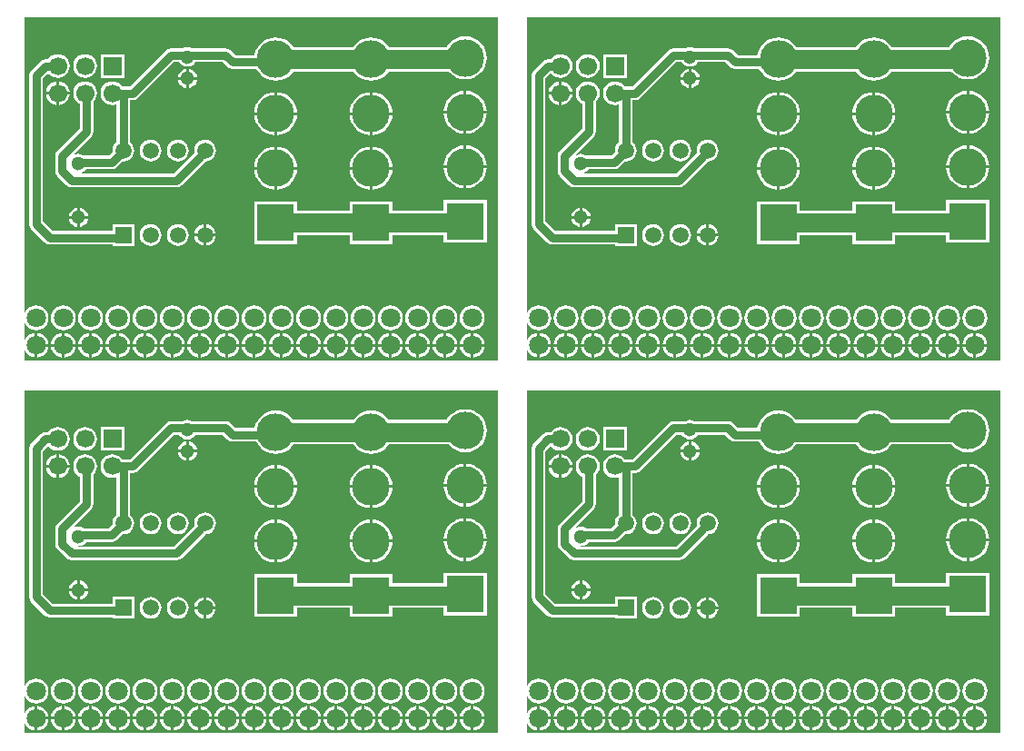
<source format=gbl>
G04 Layer_Physical_Order=2*
G04 Layer_Color=16711680*
%FSLAX25Y25*%
%MOIN*%
G70*
G01*
G75*
%ADD10C,0.03000*%
%ADD11C,0.07000*%
%ADD13C,0.05118*%
%ADD14C,0.13780*%
%ADD15R,0.13780X0.13780*%
%ADD16R,0.06693X0.06693*%
%ADD17C,0.06693*%
%ADD18R,0.05905X0.05905*%
%ADD19C,0.05905*%
%ADD20C,0.07087*%
G36*
X579154Y325374D02*
X405594D01*
Y329206D01*
X405643Y329216D01*
X405905Y328583D01*
X406634Y327634D01*
X407583Y326905D01*
X408688Y326448D01*
X409374Y326357D01*
Y330874D01*
Y335391D01*
X408688Y335300D01*
X407583Y334842D01*
X406634Y334114D01*
X405905Y333165D01*
X405643Y332533D01*
X405594Y332542D01*
Y339206D01*
X405643Y339215D01*
X405905Y338583D01*
X406634Y337634D01*
X407583Y336905D01*
X408688Y336448D01*
X409874Y336292D01*
X411060Y336448D01*
X412165Y336905D01*
X413114Y337634D01*
X413843Y338583D01*
X414300Y339688D01*
X414457Y340874D01*
X414300Y342060D01*
X413843Y343165D01*
X413114Y344114D01*
X412165Y344843D01*
X411060Y345300D01*
X409874Y345457D01*
X408688Y345300D01*
X407583Y344843D01*
X406634Y344114D01*
X405905Y343165D01*
X405643Y342532D01*
X405594Y342542D01*
Y451154D01*
X579154D01*
Y325374D01*
D02*
G37*
G36*
X394780D02*
X221220D01*
Y329206D01*
X221269Y329216D01*
X221531Y328583D01*
X222260Y327634D01*
X223209Y326905D01*
X224314Y326448D01*
X225000Y326357D01*
Y330874D01*
Y335391D01*
X224314Y335300D01*
X223209Y334842D01*
X222260Y334114D01*
X221531Y333165D01*
X221269Y332533D01*
X221220Y332542D01*
Y339206D01*
X221269Y339215D01*
X221531Y338583D01*
X222260Y337634D01*
X223209Y336905D01*
X224314Y336448D01*
X225500Y336292D01*
X226686Y336448D01*
X227791Y336905D01*
X228740Y337634D01*
X229469Y338583D01*
X229926Y339688D01*
X230083Y340874D01*
X229926Y342060D01*
X229469Y343165D01*
X228740Y344114D01*
X227791Y344843D01*
X226686Y345300D01*
X225500Y345457D01*
X224314Y345300D01*
X223209Y344843D01*
X222260Y344114D01*
X221531Y343165D01*
X221269Y342532D01*
X221220Y342542D01*
Y451154D01*
X394780D01*
Y325374D01*
D02*
G37*
G36*
X579154Y188500D02*
X405594D01*
Y192332D01*
X405643Y192341D01*
X405905Y191709D01*
X406634Y190760D01*
X407583Y190031D01*
X408688Y189574D01*
X409374Y189483D01*
Y194000D01*
Y198517D01*
X408688Y198426D01*
X407583Y197968D01*
X406634Y197240D01*
X405905Y196291D01*
X405643Y195659D01*
X405594Y195668D01*
Y202332D01*
X405643Y202342D01*
X405905Y201709D01*
X406634Y200760D01*
X407583Y200031D01*
X408688Y199574D01*
X409874Y199417D01*
X411060Y199574D01*
X412165Y200031D01*
X413114Y200760D01*
X413843Y201709D01*
X414300Y202814D01*
X414457Y204000D01*
X414300Y205186D01*
X413843Y206291D01*
X413114Y207240D01*
X412165Y207968D01*
X411060Y208426D01*
X409874Y208582D01*
X408688Y208426D01*
X407583Y207968D01*
X406634Y207240D01*
X405905Y206291D01*
X405643Y205659D01*
X405594Y205668D01*
Y314280D01*
X579154D01*
Y188500D01*
D02*
G37*
G36*
X394780D02*
X221220D01*
Y192332D01*
X221269Y192341D01*
X221531Y191709D01*
X222260Y190760D01*
X223209Y190031D01*
X224314Y189574D01*
X225000Y189483D01*
Y194000D01*
Y198517D01*
X224314Y198426D01*
X223209Y197968D01*
X222260Y197240D01*
X221531Y196291D01*
X221269Y195659D01*
X221220Y195668D01*
Y202332D01*
X221269Y202342D01*
X221531Y201709D01*
X222260Y200760D01*
X223209Y200031D01*
X224314Y199574D01*
X225500Y199417D01*
X226686Y199574D01*
X227791Y200031D01*
X228740Y200760D01*
X229469Y201709D01*
X229926Y202814D01*
X230083Y204000D01*
X229926Y205186D01*
X229469Y206291D01*
X228740Y207240D01*
X227791Y207968D01*
X226686Y208426D01*
X225500Y208582D01*
X224314Y208426D01*
X223209Y207968D01*
X222260Y207240D01*
X221531Y206291D01*
X221269Y205659D01*
X221220Y205668D01*
Y314280D01*
X394780D01*
Y188500D01*
D02*
G37*
%LPC*%
G36*
X567287Y444302D02*
X565741Y444150D01*
X564253Y443699D01*
X562883Y442966D01*
X561681Y441980D01*
X560696Y440779D01*
X560500Y440413D01*
X539269D01*
X538393Y441480D01*
X537192Y442466D01*
X535821Y443198D01*
X534334Y443650D01*
X532787Y443802D01*
X531241Y443650D01*
X529753Y443198D01*
X528383Y442466D01*
X527181Y441480D01*
X526306Y440413D01*
X504269D01*
X503393Y441480D01*
X502192Y442466D01*
X500821Y443198D01*
X499334Y443650D01*
X497787Y443802D01*
X496241Y443650D01*
X494753Y443198D01*
X493383Y442466D01*
X492181Y441480D01*
X491195Y440279D01*
X490463Y438908D01*
X490012Y437423D01*
X482930D01*
X481176Y439176D01*
X480349Y439729D01*
X479374Y439923D01*
X467009D01*
X466303Y440215D01*
X465374Y440338D01*
X464445Y440215D01*
X463739Y439923D01*
X459374D01*
X458399Y439729D01*
X457572Y439176D01*
X444318Y425923D01*
X442874D01*
X442374Y425823D01*
X441874Y425923D01*
X441397D01*
X440974Y426474D01*
X440066Y427171D01*
X439009Y427609D01*
X437874Y427758D01*
X436739Y427609D01*
X435682Y427171D01*
X434774Y426474D01*
X434077Y425566D01*
X433639Y424509D01*
X433490Y423374D01*
X433639Y422239D01*
X434077Y421182D01*
X434774Y420274D01*
X435682Y419577D01*
X436739Y419139D01*
X437874Y418990D01*
X439009Y419139D01*
X439284Y419253D01*
X439325Y419226D01*
Y405385D01*
X439055Y405177D01*
X438421Y404352D01*
X438023Y403390D01*
X437887Y402358D01*
X437930Y402035D01*
X436503Y400608D01*
X427247D01*
X427169Y400668D01*
X426303Y401026D01*
X425374Y401149D01*
X424445Y401026D01*
X423579Y400668D01*
X422836Y400097D01*
X422265Y399354D01*
X421972Y398646D01*
X421923Y398656D01*
Y399318D01*
X430176Y407572D01*
X430729Y408399D01*
X430923Y409374D01*
Y420235D01*
X430974Y420274D01*
X431671Y421182D01*
X432109Y422239D01*
X432258Y423374D01*
X432109Y424509D01*
X431671Y425566D01*
X430974Y426474D01*
X430066Y427171D01*
X429009Y427609D01*
X427874Y427758D01*
X426739Y427609D01*
X425682Y427171D01*
X424774Y426474D01*
X424077Y425566D01*
X423639Y424509D01*
X423490Y423374D01*
X423639Y422239D01*
X424077Y421182D01*
X424774Y420274D01*
X425682Y419577D01*
X425825Y419518D01*
Y410430D01*
X417572Y402176D01*
X417019Y401349D01*
X416825Y400374D01*
Y394874D01*
X417019Y393899D01*
X417572Y393072D01*
X421072Y389572D01*
X421899Y389019D01*
X422874Y388825D01*
X461374D01*
X462350Y389019D01*
X463176Y389572D01*
X471883Y398278D01*
X471952Y398382D01*
X472906Y398507D01*
X473868Y398906D01*
X474693Y399539D01*
X475327Y400365D01*
X475725Y401326D01*
X475861Y402358D01*
X475725Y403390D01*
X475327Y404352D01*
X474693Y405177D01*
X473868Y405811D01*
X472906Y406209D01*
X471874Y406345D01*
X470842Y406209D01*
X469881Y405811D01*
X469055Y405177D01*
X468421Y404352D01*
X468023Y403390D01*
X467887Y402358D01*
X467988Y401593D01*
X460318Y393923D01*
X425405D01*
X425402Y393973D01*
X426303Y394092D01*
X427169Y394450D01*
X427912Y395021D01*
X428288Y395510D01*
X437559D01*
X438534Y395704D01*
X439361Y396257D01*
X441523Y398418D01*
X441874Y398371D01*
X442906Y398507D01*
X443867Y398906D01*
X444693Y399539D01*
X445327Y400365D01*
X445725Y401326D01*
X445861Y402358D01*
X445725Y403390D01*
X445327Y404352D01*
X444693Y405177D01*
X444423Y405385D01*
Y420825D01*
X445374D01*
X446349Y421019D01*
X447176Y421572D01*
X460430Y434825D01*
X462363D01*
X462836Y434210D01*
X463579Y433639D01*
X464445Y433281D01*
X465374Y433158D01*
X466303Y433281D01*
X467169Y433639D01*
X467912Y434210D01*
X468385Y434825D01*
X478318D01*
X480072Y433072D01*
X480899Y432519D01*
X481874Y432325D01*
X490738D01*
X491195Y431469D01*
X492181Y430268D01*
X493383Y429282D01*
X494753Y428550D01*
X496241Y428098D01*
X497787Y427946D01*
X499334Y428098D01*
X500821Y428550D01*
X502192Y429282D01*
X503393Y430268D01*
X504269Y431335D01*
X526306D01*
X527181Y430268D01*
X528383Y429282D01*
X529753Y428550D01*
X531241Y428098D01*
X532787Y427946D01*
X534334Y428098D01*
X535821Y428550D01*
X537192Y429282D01*
X538393Y430268D01*
X539269Y431335D01*
X561216D01*
X561681Y430768D01*
X562883Y429782D01*
X564253Y429050D01*
X565741Y428598D01*
X567287Y428446D01*
X568834Y428598D01*
X570321Y429050D01*
X571692Y429782D01*
X572893Y430768D01*
X573879Y431969D01*
X574612Y433340D01*
X575063Y434827D01*
X575215Y436374D01*
X575063Y437921D01*
X574612Y439408D01*
X573879Y440779D01*
X572893Y441980D01*
X571692Y442966D01*
X570321Y443699D01*
X568834Y444150D01*
X567287Y444302D01*
D02*
G37*
G36*
X465874Y432398D02*
Y429374D01*
X468898D01*
X468842Y429803D01*
X468483Y430669D01*
X467912Y431412D01*
X467169Y431983D01*
X466303Y432341D01*
X465874Y432398D01*
D02*
G37*
G36*
X464874D02*
X464445Y432341D01*
X463579Y431983D01*
X462836Y431412D01*
X462265Y430669D01*
X461907Y429803D01*
X461850Y429374D01*
X464874D01*
Y432398D01*
D02*
G37*
G36*
X442220Y437720D02*
X433528D01*
Y429028D01*
X442220D01*
Y437720D01*
D02*
G37*
G36*
X427874Y437758D02*
X426739Y437609D01*
X425682Y437171D01*
X424774Y436474D01*
X424077Y435566D01*
X423639Y434509D01*
X423490Y433374D01*
X423639Y432239D01*
X424077Y431182D01*
X424774Y430274D01*
X425682Y429577D01*
X426739Y429140D01*
X427874Y428990D01*
X429009Y429140D01*
X430066Y429577D01*
X430974Y430274D01*
X431671Y431182D01*
X432109Y432239D01*
X432258Y433374D01*
X432109Y434509D01*
X431671Y435566D01*
X430974Y436474D01*
X430066Y437171D01*
X429009Y437609D01*
X427874Y437758D01*
D02*
G37*
G36*
X417874D02*
X416739Y437609D01*
X415682Y437171D01*
X414774Y436474D01*
X414351Y435923D01*
X413374D01*
X412399Y435729D01*
X411572Y435176D01*
X408072Y431676D01*
X407519Y430850D01*
X407325Y429874D01*
Y375374D01*
X407519Y374399D01*
X408072Y373572D01*
X413056Y368587D01*
X413883Y368035D01*
X414858Y367841D01*
X437921D01*
Y367421D01*
X445827D01*
Y375327D01*
X437921D01*
Y372939D01*
X415914D01*
X412423Y376430D01*
Y428818D01*
X414359Y430754D01*
X414408Y430751D01*
X414774Y430274D01*
X415682Y429577D01*
X416739Y429140D01*
X417874Y428990D01*
X419009Y429140D01*
X420066Y429577D01*
X420974Y430274D01*
X421671Y431182D01*
X422109Y432239D01*
X422258Y433374D01*
X422109Y434509D01*
X421671Y435566D01*
X420974Y436474D01*
X420066Y437171D01*
X419009Y437609D01*
X417874Y437758D01*
D02*
G37*
G36*
X468898Y428374D02*
X465874D01*
Y425350D01*
X466303Y425407D01*
X467169Y425765D01*
X467912Y426336D01*
X468483Y427079D01*
X468842Y427945D01*
X468898Y428374D01*
D02*
G37*
G36*
X464874D02*
X461850D01*
X461907Y427945D01*
X462265Y427079D01*
X462836Y426336D01*
X463579Y425765D01*
X464445Y425407D01*
X464874Y425350D01*
Y428374D01*
D02*
G37*
G36*
X418374Y427692D02*
Y423874D01*
X422192D01*
X422109Y424509D01*
X421671Y425566D01*
X420974Y426474D01*
X420066Y427171D01*
X419009Y427609D01*
X418374Y427692D01*
D02*
G37*
G36*
X417374D02*
X416739Y427609D01*
X415682Y427171D01*
X414774Y426474D01*
X414077Y425566D01*
X413639Y424509D01*
X413556Y423874D01*
X417374D01*
Y427692D01*
D02*
G37*
G36*
X422192Y422874D02*
X418374D01*
Y419056D01*
X419009Y419139D01*
X420066Y419577D01*
X420974Y420274D01*
X421671Y421182D01*
X422109Y422239D01*
X422192Y422874D01*
D02*
G37*
G36*
X417374D02*
X413556D01*
X413639Y422239D01*
X414077Y421182D01*
X414774Y420274D01*
X415682Y419577D01*
X416739Y419139D01*
X417374Y419056D01*
Y422874D01*
D02*
G37*
G36*
X567787Y424253D02*
Y416874D01*
X575166D01*
X575063Y417921D01*
X574612Y419408D01*
X573879Y420779D01*
X572893Y421980D01*
X571692Y422966D01*
X570321Y423699D01*
X568834Y424150D01*
X567787Y424253D01*
D02*
G37*
G36*
X566787Y424253D02*
X565741Y424150D01*
X564253Y423699D01*
X562883Y422966D01*
X561681Y421980D01*
X560696Y420779D01*
X559963Y419408D01*
X559512Y417921D01*
X559409Y416874D01*
X566787D01*
Y424253D01*
D02*
G37*
G36*
X533287Y423753D02*
Y416374D01*
X540666D01*
X540563Y417421D01*
X540112Y418908D01*
X539379Y420279D01*
X538393Y421480D01*
X537192Y422466D01*
X535821Y423199D01*
X534334Y423650D01*
X533287Y423753D01*
D02*
G37*
G36*
X498287D02*
Y416374D01*
X505666D01*
X505563Y417421D01*
X505112Y418908D01*
X504379Y420279D01*
X503393Y421480D01*
X502192Y422466D01*
X500821Y423199D01*
X499334Y423650D01*
X498287Y423753D01*
D02*
G37*
G36*
X532287Y423753D02*
X531241Y423650D01*
X529753Y423199D01*
X528383Y422466D01*
X527181Y421480D01*
X526195Y420279D01*
X525463Y418908D01*
X525012Y417421D01*
X524909Y416374D01*
X532287D01*
Y423753D01*
D02*
G37*
G36*
X497287D02*
X496241Y423650D01*
X494753Y423199D01*
X493383Y422466D01*
X492181Y421480D01*
X491195Y420279D01*
X490463Y418908D01*
X490012Y417421D01*
X489909Y416374D01*
X497287D01*
Y423753D01*
D02*
G37*
G36*
X566787Y415874D02*
X559409D01*
X559512Y414827D01*
X559963Y413340D01*
X560696Y411970D01*
X561681Y410768D01*
X562883Y409782D01*
X564253Y409050D01*
X565741Y408598D01*
X566787Y408495D01*
Y415874D01*
D02*
G37*
G36*
X575166D02*
X567787D01*
Y408495D01*
X568834Y408598D01*
X570321Y409050D01*
X571692Y409782D01*
X572893Y410768D01*
X573879Y411970D01*
X574612Y413340D01*
X575063Y414827D01*
X575166Y415874D01*
D02*
G37*
G36*
X532287Y415374D02*
X524909D01*
X525012Y414327D01*
X525463Y412840D01*
X526195Y411470D01*
X527181Y410268D01*
X528383Y409282D01*
X529753Y408550D01*
X531241Y408098D01*
X532287Y407995D01*
Y415374D01*
D02*
G37*
G36*
X497287D02*
X489909D01*
X490012Y414327D01*
X490463Y412840D01*
X491195Y411470D01*
X492181Y410268D01*
X493383Y409282D01*
X494753Y408550D01*
X496241Y408098D01*
X497287Y407995D01*
Y415374D01*
D02*
G37*
G36*
X540666D02*
X533287D01*
Y407995D01*
X534334Y408098D01*
X535821Y408550D01*
X537192Y409282D01*
X538393Y410268D01*
X539379Y411470D01*
X540112Y412840D01*
X540563Y414327D01*
X540666Y415374D01*
D02*
G37*
G36*
X505666D02*
X498287D01*
Y407995D01*
X499334Y408098D01*
X500821Y408550D01*
X502192Y409282D01*
X503393Y410268D01*
X504379Y411470D01*
X505112Y412840D01*
X505563Y414327D01*
X505666Y415374D01*
D02*
G37*
G36*
X461874Y406345D02*
X460842Y406209D01*
X459881Y405811D01*
X459055Y405177D01*
X458421Y404352D01*
X458023Y403390D01*
X457887Y402358D01*
X458023Y401326D01*
X458421Y400365D01*
X459055Y399539D01*
X459881Y398906D01*
X460842Y398507D01*
X461874Y398371D01*
X462906Y398507D01*
X463868Y398906D01*
X464693Y399539D01*
X465327Y400365D01*
X465725Y401326D01*
X465861Y402358D01*
X465725Y403390D01*
X465327Y404352D01*
X464693Y405177D01*
X463868Y405811D01*
X462906Y406209D01*
X461874Y406345D01*
D02*
G37*
G36*
X451874D02*
X450842Y406209D01*
X449881Y405811D01*
X449055Y405177D01*
X448421Y404352D01*
X448023Y403390D01*
X447887Y402358D01*
X448023Y401326D01*
X448421Y400365D01*
X449055Y399539D01*
X449881Y398906D01*
X450842Y398507D01*
X451874Y398371D01*
X452906Y398507D01*
X453867Y398906D01*
X454693Y399539D01*
X455327Y400365D01*
X455725Y401326D01*
X455861Y402358D01*
X455725Y403390D01*
X455327Y404352D01*
X454693Y405177D01*
X453867Y405811D01*
X452906Y406209D01*
X451874Y406345D01*
D02*
G37*
G36*
X567787Y404253D02*
Y396874D01*
X575166D01*
X575063Y397921D01*
X574612Y399408D01*
X573879Y400779D01*
X572893Y401980D01*
X571692Y402966D01*
X570321Y403698D01*
X568834Y404150D01*
X567787Y404253D01*
D02*
G37*
G36*
X566787Y404253D02*
X565741Y404150D01*
X564253Y403698D01*
X562883Y402966D01*
X561681Y401980D01*
X560696Y400779D01*
X559963Y399408D01*
X559512Y397921D01*
X559409Y396874D01*
X566787D01*
Y404253D01*
D02*
G37*
G36*
X533287Y403753D02*
Y396374D01*
X540666D01*
X540563Y397421D01*
X540112Y398908D01*
X539379Y400279D01*
X538393Y401480D01*
X537192Y402466D01*
X535821Y403198D01*
X534334Y403650D01*
X533287Y403753D01*
D02*
G37*
G36*
X498287D02*
Y396374D01*
X505666D01*
X505563Y397421D01*
X505112Y398908D01*
X504379Y400279D01*
X503393Y401480D01*
X502192Y402466D01*
X500821Y403198D01*
X499334Y403650D01*
X498287Y403753D01*
D02*
G37*
G36*
X532287Y403753D02*
X531241Y403650D01*
X529753Y403198D01*
X528383Y402466D01*
X527181Y401480D01*
X526195Y400279D01*
X525463Y398908D01*
X525012Y397421D01*
X524909Y396374D01*
X532287D01*
Y403753D01*
D02*
G37*
G36*
X497287D02*
X496241Y403650D01*
X494753Y403198D01*
X493383Y402466D01*
X492181Y401480D01*
X491195Y400279D01*
X490463Y398908D01*
X490012Y397421D01*
X489909Y396374D01*
X497287D01*
Y403753D01*
D02*
G37*
G36*
X566787Y395874D02*
X559409D01*
X559512Y394827D01*
X559963Y393340D01*
X560696Y391969D01*
X561681Y390768D01*
X562883Y389782D01*
X564253Y389050D01*
X565741Y388598D01*
X566787Y388495D01*
Y395874D01*
D02*
G37*
G36*
X575166D02*
X567787D01*
Y388495D01*
X568834Y388598D01*
X570321Y389050D01*
X571692Y389782D01*
X572893Y390768D01*
X573879Y391969D01*
X574612Y393340D01*
X575063Y394827D01*
X575166Y395874D01*
D02*
G37*
G36*
X532287Y395374D02*
X524909D01*
X525012Y394327D01*
X525463Y392840D01*
X526195Y391470D01*
X527181Y390268D01*
X528383Y389282D01*
X529753Y388550D01*
X531241Y388098D01*
X532287Y387995D01*
Y395374D01*
D02*
G37*
G36*
X497287D02*
X489909D01*
X490012Y394327D01*
X490463Y392840D01*
X491195Y391470D01*
X492181Y390268D01*
X493383Y389282D01*
X494753Y388550D01*
X496241Y388098D01*
X497287Y387995D01*
Y395374D01*
D02*
G37*
G36*
X540666D02*
X533287D01*
Y387995D01*
X534334Y388098D01*
X535821Y388550D01*
X537192Y389282D01*
X538393Y390268D01*
X539379Y391470D01*
X540112Y392840D01*
X540563Y394327D01*
X540666Y395374D01*
D02*
G37*
G36*
X505666D02*
X498287D01*
Y387995D01*
X499334Y388098D01*
X500821Y388550D01*
X502192Y389282D01*
X503393Y390268D01*
X504379Y391470D01*
X505112Y392840D01*
X505563Y394327D01*
X505666Y395374D01*
D02*
G37*
G36*
X575177Y384264D02*
X559398D01*
Y380413D01*
X540677D01*
Y383764D01*
X524898D01*
Y380413D01*
X505677D01*
Y383764D01*
X489898D01*
Y367984D01*
X505677D01*
Y371335D01*
X524898D01*
Y367984D01*
X540677D01*
Y371335D01*
X559398D01*
Y368484D01*
X575177D01*
Y384264D01*
D02*
G37*
G36*
X425874Y381398D02*
Y378374D01*
X428898D01*
X428841Y378803D01*
X428483Y379669D01*
X427912Y380412D01*
X427169Y380983D01*
X426303Y381342D01*
X425874Y381398D01*
D02*
G37*
G36*
X424874D02*
X424445Y381342D01*
X423579Y380983D01*
X422836Y380412D01*
X422265Y379669D01*
X421907Y378803D01*
X421850Y378374D01*
X424874D01*
Y381398D01*
D02*
G37*
G36*
X428898Y377374D02*
X425874D01*
Y374350D01*
X426303Y374407D01*
X427169Y374765D01*
X427912Y375336D01*
X428483Y376079D01*
X428841Y376945D01*
X428898Y377374D01*
D02*
G37*
G36*
X424874D02*
X421850D01*
X421907Y376945D01*
X422265Y376079D01*
X422836Y375336D01*
X423579Y374765D01*
X424445Y374407D01*
X424874Y374350D01*
Y377374D01*
D02*
G37*
G36*
X472374Y375295D02*
Y371874D01*
X475795D01*
X475725Y372406D01*
X475327Y373368D01*
X474693Y374193D01*
X473868Y374827D01*
X472906Y375225D01*
X472374Y375295D01*
D02*
G37*
G36*
X471374D02*
X470842Y375225D01*
X469881Y374827D01*
X469055Y374193D01*
X468421Y373368D01*
X468023Y372406D01*
X467953Y371874D01*
X471374D01*
Y375295D01*
D02*
G37*
G36*
X475795Y370874D02*
X472374D01*
Y367453D01*
X472906Y367523D01*
X473868Y367921D01*
X474693Y368555D01*
X475327Y369381D01*
X475725Y370342D01*
X475795Y370874D01*
D02*
G37*
G36*
X471374D02*
X467953D01*
X468023Y370342D01*
X468421Y369381D01*
X469055Y368555D01*
X469881Y367921D01*
X470842Y367523D01*
X471374Y367453D01*
Y370874D01*
D02*
G37*
G36*
X461874Y375361D02*
X460842Y375225D01*
X459881Y374827D01*
X459055Y374193D01*
X458421Y373368D01*
X458023Y372406D01*
X457887Y371374D01*
X458023Y370342D01*
X458421Y369381D01*
X459055Y368555D01*
X459881Y367921D01*
X460842Y367523D01*
X461874Y367387D01*
X462906Y367523D01*
X463868Y367921D01*
X464693Y368555D01*
X465327Y369381D01*
X465725Y370342D01*
X465861Y371374D01*
X465725Y372406D01*
X465327Y373368D01*
X464693Y374193D01*
X463868Y374827D01*
X462906Y375225D01*
X461874Y375361D01*
D02*
G37*
G36*
X451874D02*
X450842Y375225D01*
X449881Y374827D01*
X449055Y374193D01*
X448421Y373368D01*
X448023Y372406D01*
X447887Y371374D01*
X448023Y370342D01*
X448421Y369381D01*
X449055Y368555D01*
X449881Y367921D01*
X450842Y367523D01*
X451874Y367387D01*
X452906Y367523D01*
X453867Y367921D01*
X454693Y368555D01*
X455327Y369381D01*
X455725Y370342D01*
X455861Y371374D01*
X455725Y372406D01*
X455327Y373368D01*
X454693Y374193D01*
X453867Y374827D01*
X452906Y375225D01*
X451874Y375361D01*
D02*
G37*
G36*
X569874Y345457D02*
X568688Y345300D01*
X567583Y344843D01*
X566634Y344114D01*
X565906Y343165D01*
X565448Y342060D01*
X565292Y340874D01*
X565448Y339688D01*
X565906Y338583D01*
X566634Y337634D01*
X567583Y336905D01*
X568688Y336448D01*
X569874Y336292D01*
X571060Y336448D01*
X572165Y336905D01*
X573114Y337634D01*
X573843Y338583D01*
X574300Y339688D01*
X574457Y340874D01*
X574300Y342060D01*
X573843Y343165D01*
X573114Y344114D01*
X572165Y344843D01*
X571060Y345300D01*
X569874Y345457D01*
D02*
G37*
G36*
X559874D02*
X558688Y345300D01*
X557583Y344843D01*
X556634Y344114D01*
X555905Y343165D01*
X555448Y342060D01*
X555292Y340874D01*
X555448Y339688D01*
X555905Y338583D01*
X556634Y337634D01*
X557583Y336905D01*
X558688Y336448D01*
X559874Y336292D01*
X561060Y336448D01*
X562165Y336905D01*
X563114Y337634D01*
X563843Y338583D01*
X564300Y339688D01*
X564457Y340874D01*
X564300Y342060D01*
X563843Y343165D01*
X563114Y344114D01*
X562165Y344843D01*
X561060Y345300D01*
X559874Y345457D01*
D02*
G37*
G36*
X549874D02*
X548688Y345300D01*
X547583Y344843D01*
X546634Y344114D01*
X545905Y343165D01*
X545448Y342060D01*
X545292Y340874D01*
X545448Y339688D01*
X545905Y338583D01*
X546634Y337634D01*
X547583Y336905D01*
X548688Y336448D01*
X549874Y336292D01*
X551060Y336448D01*
X552165Y336905D01*
X553114Y337634D01*
X553843Y338583D01*
X554300Y339688D01*
X554457Y340874D01*
X554300Y342060D01*
X553843Y343165D01*
X553114Y344114D01*
X552165Y344843D01*
X551060Y345300D01*
X549874Y345457D01*
D02*
G37*
G36*
X539874D02*
X538688Y345300D01*
X537583Y344843D01*
X536634Y344114D01*
X535906Y343165D01*
X535448Y342060D01*
X535291Y340874D01*
X535448Y339688D01*
X535906Y338583D01*
X536634Y337634D01*
X537583Y336905D01*
X538688Y336448D01*
X539874Y336292D01*
X541060Y336448D01*
X542165Y336905D01*
X543114Y337634D01*
X543843Y338583D01*
X544300Y339688D01*
X544456Y340874D01*
X544300Y342060D01*
X543843Y343165D01*
X543114Y344114D01*
X542165Y344843D01*
X541060Y345300D01*
X539874Y345457D01*
D02*
G37*
G36*
X529874D02*
X528688Y345300D01*
X527583Y344843D01*
X526634Y344114D01*
X525906Y343165D01*
X525448Y342060D01*
X525291Y340874D01*
X525448Y339688D01*
X525906Y338583D01*
X526634Y337634D01*
X527583Y336905D01*
X528688Y336448D01*
X529874Y336292D01*
X531060Y336448D01*
X532165Y336905D01*
X533114Y337634D01*
X533843Y338583D01*
X534300Y339688D01*
X534456Y340874D01*
X534300Y342060D01*
X533843Y343165D01*
X533114Y344114D01*
X532165Y344843D01*
X531060Y345300D01*
X529874Y345457D01*
D02*
G37*
G36*
X519874D02*
X518688Y345300D01*
X517583Y344843D01*
X516634Y344114D01*
X515906Y343165D01*
X515448Y342060D01*
X515292Y340874D01*
X515448Y339688D01*
X515906Y338583D01*
X516634Y337634D01*
X517583Y336905D01*
X518688Y336448D01*
X519874Y336292D01*
X521060Y336448D01*
X522165Y336905D01*
X523114Y337634D01*
X523843Y338583D01*
X524300Y339688D01*
X524457Y340874D01*
X524300Y342060D01*
X523843Y343165D01*
X523114Y344114D01*
X522165Y344843D01*
X521060Y345300D01*
X519874Y345457D01*
D02*
G37*
G36*
X509874D02*
X508688Y345300D01*
X507583Y344843D01*
X506634Y344114D01*
X505905Y343165D01*
X505448Y342060D01*
X505292Y340874D01*
X505448Y339688D01*
X505905Y338583D01*
X506634Y337634D01*
X507583Y336905D01*
X508688Y336448D01*
X509874Y336292D01*
X511060Y336448D01*
X512165Y336905D01*
X513114Y337634D01*
X513843Y338583D01*
X514300Y339688D01*
X514457Y340874D01*
X514300Y342060D01*
X513843Y343165D01*
X513114Y344114D01*
X512165Y344843D01*
X511060Y345300D01*
X509874Y345457D01*
D02*
G37*
G36*
X499874D02*
X498688Y345300D01*
X497583Y344843D01*
X496634Y344114D01*
X495905Y343165D01*
X495448Y342060D01*
X495292Y340874D01*
X495448Y339688D01*
X495905Y338583D01*
X496634Y337634D01*
X497583Y336905D01*
X498688Y336448D01*
X499874Y336292D01*
X501060Y336448D01*
X502165Y336905D01*
X503114Y337634D01*
X503843Y338583D01*
X504300Y339688D01*
X504457Y340874D01*
X504300Y342060D01*
X503843Y343165D01*
X503114Y344114D01*
X502165Y344843D01*
X501060Y345300D01*
X499874Y345457D01*
D02*
G37*
G36*
X489874D02*
X488688Y345300D01*
X487583Y344843D01*
X486634Y344114D01*
X485906Y343165D01*
X485448Y342060D01*
X485291Y340874D01*
X485448Y339688D01*
X485906Y338583D01*
X486634Y337634D01*
X487583Y336905D01*
X488688Y336448D01*
X489874Y336292D01*
X491060Y336448D01*
X492165Y336905D01*
X493114Y337634D01*
X493843Y338583D01*
X494300Y339688D01*
X494456Y340874D01*
X494300Y342060D01*
X493843Y343165D01*
X493114Y344114D01*
X492165Y344843D01*
X491060Y345300D01*
X489874Y345457D01*
D02*
G37*
G36*
X479874D02*
X478688Y345300D01*
X477583Y344843D01*
X476634Y344114D01*
X475906Y343165D01*
X475448Y342060D01*
X475291Y340874D01*
X475448Y339688D01*
X475906Y338583D01*
X476634Y337634D01*
X477583Y336905D01*
X478688Y336448D01*
X479874Y336292D01*
X481060Y336448D01*
X482165Y336905D01*
X483114Y337634D01*
X483843Y338583D01*
X484300Y339688D01*
X484456Y340874D01*
X484300Y342060D01*
X483843Y343165D01*
X483114Y344114D01*
X482165Y344843D01*
X481060Y345300D01*
X479874Y345457D01*
D02*
G37*
G36*
X469874D02*
X468688Y345300D01*
X467583Y344843D01*
X466634Y344114D01*
X465906Y343165D01*
X465448Y342060D01*
X465292Y340874D01*
X465448Y339688D01*
X465906Y338583D01*
X466634Y337634D01*
X467583Y336905D01*
X468688Y336448D01*
X469874Y336292D01*
X471060Y336448D01*
X472165Y336905D01*
X473114Y337634D01*
X473843Y338583D01*
X474300Y339688D01*
X474457Y340874D01*
X474300Y342060D01*
X473843Y343165D01*
X473114Y344114D01*
X472165Y344843D01*
X471060Y345300D01*
X469874Y345457D01*
D02*
G37*
G36*
X459874D02*
X458688Y345300D01*
X457583Y344843D01*
X456634Y344114D01*
X455905Y343165D01*
X455448Y342060D01*
X455292Y340874D01*
X455448Y339688D01*
X455905Y338583D01*
X456634Y337634D01*
X457583Y336905D01*
X458688Y336448D01*
X459874Y336292D01*
X461060Y336448D01*
X462165Y336905D01*
X463114Y337634D01*
X463843Y338583D01*
X464300Y339688D01*
X464457Y340874D01*
X464300Y342060D01*
X463843Y343165D01*
X463114Y344114D01*
X462165Y344843D01*
X461060Y345300D01*
X459874Y345457D01*
D02*
G37*
G36*
X449874D02*
X448688Y345300D01*
X447583Y344843D01*
X446634Y344114D01*
X445905Y343165D01*
X445448Y342060D01*
X445292Y340874D01*
X445448Y339688D01*
X445905Y338583D01*
X446634Y337634D01*
X447583Y336905D01*
X448688Y336448D01*
X449874Y336292D01*
X451060Y336448D01*
X452165Y336905D01*
X453114Y337634D01*
X453843Y338583D01*
X454300Y339688D01*
X454457Y340874D01*
X454300Y342060D01*
X453843Y343165D01*
X453114Y344114D01*
X452165Y344843D01*
X451060Y345300D01*
X449874Y345457D01*
D02*
G37*
G36*
X439874D02*
X438688Y345300D01*
X437583Y344843D01*
X436634Y344114D01*
X435906Y343165D01*
X435448Y342060D01*
X435291Y340874D01*
X435448Y339688D01*
X435906Y338583D01*
X436634Y337634D01*
X437583Y336905D01*
X438688Y336448D01*
X439874Y336292D01*
X441060Y336448D01*
X442165Y336905D01*
X443114Y337634D01*
X443843Y338583D01*
X444300Y339688D01*
X444456Y340874D01*
X444300Y342060D01*
X443843Y343165D01*
X443114Y344114D01*
X442165Y344843D01*
X441060Y345300D01*
X439874Y345457D01*
D02*
G37*
G36*
X429874D02*
X428688Y345300D01*
X427583Y344843D01*
X426634Y344114D01*
X425906Y343165D01*
X425448Y342060D01*
X425291Y340874D01*
X425448Y339688D01*
X425906Y338583D01*
X426634Y337634D01*
X427583Y336905D01*
X428688Y336448D01*
X429874Y336292D01*
X431060Y336448D01*
X432165Y336905D01*
X433114Y337634D01*
X433843Y338583D01*
X434300Y339688D01*
X434456Y340874D01*
X434300Y342060D01*
X433843Y343165D01*
X433114Y344114D01*
X432165Y344843D01*
X431060Y345300D01*
X429874Y345457D01*
D02*
G37*
G36*
X419874D02*
X418688Y345300D01*
X417583Y344843D01*
X416634Y344114D01*
X415906Y343165D01*
X415448Y342060D01*
X415292Y340874D01*
X415448Y339688D01*
X415906Y338583D01*
X416634Y337634D01*
X417583Y336905D01*
X418688Y336448D01*
X419874Y336292D01*
X421060Y336448D01*
X422165Y336905D01*
X423114Y337634D01*
X423843Y338583D01*
X424300Y339688D01*
X424457Y340874D01*
X424300Y342060D01*
X423843Y343165D01*
X423114Y344114D01*
X422165Y344843D01*
X421060Y345300D01*
X419874Y345457D01*
D02*
G37*
G36*
X570374Y335391D02*
Y331374D01*
X574391D01*
X574300Y332060D01*
X573843Y333165D01*
X573114Y334114D01*
X572165Y334842D01*
X571060Y335300D01*
X570374Y335391D01*
D02*
G37*
G36*
X560374D02*
Y331374D01*
X564391D01*
X564300Y332060D01*
X563843Y333165D01*
X563114Y334114D01*
X562165Y334842D01*
X561060Y335300D01*
X560374Y335391D01*
D02*
G37*
G36*
X550374D02*
Y331374D01*
X554391D01*
X554300Y332060D01*
X553843Y333165D01*
X553114Y334114D01*
X552165Y334842D01*
X551060Y335300D01*
X550374Y335391D01*
D02*
G37*
G36*
X540374D02*
Y331374D01*
X544391D01*
X544300Y332060D01*
X543843Y333165D01*
X543114Y334114D01*
X542165Y334842D01*
X541060Y335300D01*
X540374Y335391D01*
D02*
G37*
G36*
X530374D02*
Y331374D01*
X534391D01*
X534300Y332060D01*
X533843Y333165D01*
X533114Y334114D01*
X532165Y334842D01*
X531060Y335300D01*
X530374Y335391D01*
D02*
G37*
G36*
X520374D02*
Y331374D01*
X524391D01*
X524300Y332060D01*
X523843Y333165D01*
X523114Y334114D01*
X522165Y334842D01*
X521060Y335300D01*
X520374Y335391D01*
D02*
G37*
G36*
X510374D02*
Y331374D01*
X514391D01*
X514300Y332060D01*
X513843Y333165D01*
X513114Y334114D01*
X512165Y334842D01*
X511060Y335300D01*
X510374Y335391D01*
D02*
G37*
G36*
X500374D02*
Y331374D01*
X504391D01*
X504300Y332060D01*
X503843Y333165D01*
X503114Y334114D01*
X502165Y334842D01*
X501060Y335300D01*
X500374Y335391D01*
D02*
G37*
G36*
X490374D02*
Y331374D01*
X494391D01*
X494300Y332060D01*
X493843Y333165D01*
X493114Y334114D01*
X492165Y334842D01*
X491060Y335300D01*
X490374Y335391D01*
D02*
G37*
G36*
X480374D02*
Y331374D01*
X484391D01*
X484300Y332060D01*
X483843Y333165D01*
X483114Y334114D01*
X482165Y334842D01*
X481060Y335300D01*
X480374Y335391D01*
D02*
G37*
G36*
X470374D02*
Y331374D01*
X474391D01*
X474300Y332060D01*
X473843Y333165D01*
X473114Y334114D01*
X472165Y334842D01*
X471060Y335300D01*
X470374Y335391D01*
D02*
G37*
G36*
X460374D02*
Y331374D01*
X464391D01*
X464300Y332060D01*
X463843Y333165D01*
X463114Y334114D01*
X462165Y334842D01*
X461060Y335300D01*
X460374Y335391D01*
D02*
G37*
G36*
X450374D02*
Y331374D01*
X454391D01*
X454300Y332060D01*
X453843Y333165D01*
X453114Y334114D01*
X452165Y334842D01*
X451060Y335300D01*
X450374Y335391D01*
D02*
G37*
G36*
X440374D02*
Y331374D01*
X444391D01*
X444300Y332060D01*
X443843Y333165D01*
X443114Y334114D01*
X442165Y334842D01*
X441060Y335300D01*
X440374Y335391D01*
D02*
G37*
G36*
X430374D02*
Y331374D01*
X434391D01*
X434300Y332060D01*
X433843Y333165D01*
X433114Y334114D01*
X432165Y334842D01*
X431060Y335300D01*
X430374Y335391D01*
D02*
G37*
G36*
X420374D02*
Y331374D01*
X424391D01*
X424300Y332060D01*
X423843Y333165D01*
X423114Y334114D01*
X422165Y334842D01*
X421060Y335300D01*
X420374Y335391D01*
D02*
G37*
G36*
X410374D02*
Y331374D01*
X414391D01*
X414300Y332060D01*
X413843Y333165D01*
X413114Y334114D01*
X412165Y334842D01*
X411060Y335300D01*
X410374Y335391D01*
D02*
G37*
G36*
X569374D02*
X568688Y335300D01*
X567583Y334842D01*
X566634Y334114D01*
X565906Y333165D01*
X565448Y332060D01*
X565357Y331374D01*
X569374D01*
Y335391D01*
D02*
G37*
G36*
X559374D02*
X558688Y335300D01*
X557583Y334842D01*
X556634Y334114D01*
X555905Y333165D01*
X555448Y332060D01*
X555357Y331374D01*
X559374D01*
Y335391D01*
D02*
G37*
G36*
X549374D02*
X548688Y335300D01*
X547583Y334842D01*
X546634Y334114D01*
X545905Y333165D01*
X545448Y332060D01*
X545357Y331374D01*
X549374D01*
Y335391D01*
D02*
G37*
G36*
X539374D02*
X538688Y335300D01*
X537583Y334842D01*
X536634Y334114D01*
X535906Y333165D01*
X535448Y332060D01*
X535357Y331374D01*
X539374D01*
Y335391D01*
D02*
G37*
G36*
X529374D02*
X528688Y335300D01*
X527583Y334842D01*
X526634Y334114D01*
X525906Y333165D01*
X525448Y332060D01*
X525357Y331374D01*
X529374D01*
Y335391D01*
D02*
G37*
G36*
X519374D02*
X518688Y335300D01*
X517583Y334842D01*
X516634Y334114D01*
X515906Y333165D01*
X515448Y332060D01*
X515357Y331374D01*
X519374D01*
Y335391D01*
D02*
G37*
G36*
X509374D02*
X508688Y335300D01*
X507583Y334842D01*
X506634Y334114D01*
X505905Y333165D01*
X505448Y332060D01*
X505357Y331374D01*
X509374D01*
Y335391D01*
D02*
G37*
G36*
X499374D02*
X498688Y335300D01*
X497583Y334842D01*
X496634Y334114D01*
X495905Y333165D01*
X495448Y332060D01*
X495357Y331374D01*
X499374D01*
Y335391D01*
D02*
G37*
G36*
X489374D02*
X488688Y335300D01*
X487583Y334842D01*
X486634Y334114D01*
X485906Y333165D01*
X485448Y332060D01*
X485357Y331374D01*
X489374D01*
Y335391D01*
D02*
G37*
G36*
X479374D02*
X478688Y335300D01*
X477583Y334842D01*
X476634Y334114D01*
X475906Y333165D01*
X475448Y332060D01*
X475357Y331374D01*
X479374D01*
Y335391D01*
D02*
G37*
G36*
X469374D02*
X468688Y335300D01*
X467583Y334842D01*
X466634Y334114D01*
X465906Y333165D01*
X465448Y332060D01*
X465357Y331374D01*
X469374D01*
Y335391D01*
D02*
G37*
G36*
X459374D02*
X458688Y335300D01*
X457583Y334842D01*
X456634Y334114D01*
X455905Y333165D01*
X455448Y332060D01*
X455357Y331374D01*
X459374D01*
Y335391D01*
D02*
G37*
G36*
X449374D02*
X448688Y335300D01*
X447583Y334842D01*
X446634Y334114D01*
X445905Y333165D01*
X445448Y332060D01*
X445357Y331374D01*
X449374D01*
Y335391D01*
D02*
G37*
G36*
X439374D02*
X438688Y335300D01*
X437583Y334842D01*
X436634Y334114D01*
X435906Y333165D01*
X435448Y332060D01*
X435357Y331374D01*
X439374D01*
Y335391D01*
D02*
G37*
G36*
X429374D02*
X428688Y335300D01*
X427583Y334842D01*
X426634Y334114D01*
X425906Y333165D01*
X425448Y332060D01*
X425357Y331374D01*
X429374D01*
Y335391D01*
D02*
G37*
G36*
X419374D02*
X418688Y335300D01*
X417583Y334842D01*
X416634Y334114D01*
X415906Y333165D01*
X415448Y332060D01*
X415357Y331374D01*
X419374D01*
Y335391D01*
D02*
G37*
G36*
X574391Y330374D02*
X570374D01*
Y326357D01*
X571060Y326448D01*
X572165Y326905D01*
X573114Y327634D01*
X573843Y328583D01*
X574300Y329688D01*
X574391Y330374D01*
D02*
G37*
G36*
X564391D02*
X560374D01*
Y326357D01*
X561060Y326448D01*
X562165Y326905D01*
X563114Y327634D01*
X563843Y328583D01*
X564300Y329688D01*
X564391Y330374D01*
D02*
G37*
G36*
X554391D02*
X550374D01*
Y326357D01*
X551060Y326448D01*
X552165Y326905D01*
X553114Y327634D01*
X553843Y328583D01*
X554300Y329688D01*
X554391Y330374D01*
D02*
G37*
G36*
X544391D02*
X540374D01*
Y326357D01*
X541060Y326448D01*
X542165Y326905D01*
X543114Y327634D01*
X543843Y328583D01*
X544300Y329688D01*
X544391Y330374D01*
D02*
G37*
G36*
X534391D02*
X530374D01*
Y326357D01*
X531060Y326448D01*
X532165Y326905D01*
X533114Y327634D01*
X533843Y328583D01*
X534300Y329688D01*
X534391Y330374D01*
D02*
G37*
G36*
X524391D02*
X520374D01*
Y326357D01*
X521060Y326448D01*
X522165Y326905D01*
X523114Y327634D01*
X523843Y328583D01*
X524300Y329688D01*
X524391Y330374D01*
D02*
G37*
G36*
X514391D02*
X510374D01*
Y326357D01*
X511060Y326448D01*
X512165Y326905D01*
X513114Y327634D01*
X513843Y328583D01*
X514300Y329688D01*
X514391Y330374D01*
D02*
G37*
G36*
X504391D02*
X500374D01*
Y326357D01*
X501060Y326448D01*
X502165Y326905D01*
X503114Y327634D01*
X503843Y328583D01*
X504300Y329688D01*
X504391Y330374D01*
D02*
G37*
G36*
X494391D02*
X490374D01*
Y326357D01*
X491060Y326448D01*
X492165Y326905D01*
X493114Y327634D01*
X493843Y328583D01*
X494300Y329688D01*
X494391Y330374D01*
D02*
G37*
G36*
X484391D02*
X480374D01*
Y326357D01*
X481060Y326448D01*
X482165Y326905D01*
X483114Y327634D01*
X483843Y328583D01*
X484300Y329688D01*
X484391Y330374D01*
D02*
G37*
G36*
X474391D02*
X470374D01*
Y326357D01*
X471060Y326448D01*
X472165Y326905D01*
X473114Y327634D01*
X473843Y328583D01*
X474300Y329688D01*
X474391Y330374D01*
D02*
G37*
G36*
X464391D02*
X460374D01*
Y326357D01*
X461060Y326448D01*
X462165Y326905D01*
X463114Y327634D01*
X463843Y328583D01*
X464300Y329688D01*
X464391Y330374D01*
D02*
G37*
G36*
X454391D02*
X450374D01*
Y326357D01*
X451060Y326448D01*
X452165Y326905D01*
X453114Y327634D01*
X453843Y328583D01*
X454300Y329688D01*
X454391Y330374D01*
D02*
G37*
G36*
X444391D02*
X440374D01*
Y326357D01*
X441060Y326448D01*
X442165Y326905D01*
X443114Y327634D01*
X443843Y328583D01*
X444300Y329688D01*
X444391Y330374D01*
D02*
G37*
G36*
X434391D02*
X430374D01*
Y326357D01*
X431060Y326448D01*
X432165Y326905D01*
X433114Y327634D01*
X433843Y328583D01*
X434300Y329688D01*
X434391Y330374D01*
D02*
G37*
G36*
X424391D02*
X420374D01*
Y326357D01*
X421060Y326448D01*
X422165Y326905D01*
X423114Y327634D01*
X423843Y328583D01*
X424300Y329688D01*
X424391Y330374D01*
D02*
G37*
G36*
X414391D02*
X410374D01*
Y326357D01*
X411060Y326448D01*
X412165Y326905D01*
X413114Y327634D01*
X413843Y328583D01*
X414300Y329688D01*
X414391Y330374D01*
D02*
G37*
G36*
X569374D02*
X565357D01*
X565448Y329688D01*
X565906Y328583D01*
X566634Y327634D01*
X567583Y326905D01*
X568688Y326448D01*
X569374Y326357D01*
Y330374D01*
D02*
G37*
G36*
X559374D02*
X555357D01*
X555448Y329688D01*
X555905Y328583D01*
X556634Y327634D01*
X557583Y326905D01*
X558688Y326448D01*
X559374Y326357D01*
Y330374D01*
D02*
G37*
G36*
X549374D02*
X545357D01*
X545448Y329688D01*
X545905Y328583D01*
X546634Y327634D01*
X547583Y326905D01*
X548688Y326448D01*
X549374Y326357D01*
Y330374D01*
D02*
G37*
G36*
X539374D02*
X535357D01*
X535448Y329688D01*
X535906Y328583D01*
X536634Y327634D01*
X537583Y326905D01*
X538688Y326448D01*
X539374Y326357D01*
Y330374D01*
D02*
G37*
G36*
X529374D02*
X525357D01*
X525448Y329688D01*
X525906Y328583D01*
X526634Y327634D01*
X527583Y326905D01*
X528688Y326448D01*
X529374Y326357D01*
Y330374D01*
D02*
G37*
G36*
X519374D02*
X515357D01*
X515448Y329688D01*
X515906Y328583D01*
X516634Y327634D01*
X517583Y326905D01*
X518688Y326448D01*
X519374Y326357D01*
Y330374D01*
D02*
G37*
G36*
X509374D02*
X505357D01*
X505448Y329688D01*
X505905Y328583D01*
X506634Y327634D01*
X507583Y326905D01*
X508688Y326448D01*
X509374Y326357D01*
Y330374D01*
D02*
G37*
G36*
X499374D02*
X495357D01*
X495448Y329688D01*
X495905Y328583D01*
X496634Y327634D01*
X497583Y326905D01*
X498688Y326448D01*
X499374Y326357D01*
Y330374D01*
D02*
G37*
G36*
X489374D02*
X485357D01*
X485448Y329688D01*
X485906Y328583D01*
X486634Y327634D01*
X487583Y326905D01*
X488688Y326448D01*
X489374Y326357D01*
Y330374D01*
D02*
G37*
G36*
X479374D02*
X475357D01*
X475448Y329688D01*
X475906Y328583D01*
X476634Y327634D01*
X477583Y326905D01*
X478688Y326448D01*
X479374Y326357D01*
Y330374D01*
D02*
G37*
G36*
X469374D02*
X465357D01*
X465448Y329688D01*
X465906Y328583D01*
X466634Y327634D01*
X467583Y326905D01*
X468688Y326448D01*
X469374Y326357D01*
Y330374D01*
D02*
G37*
G36*
X459374D02*
X455357D01*
X455448Y329688D01*
X455905Y328583D01*
X456634Y327634D01*
X457583Y326905D01*
X458688Y326448D01*
X459374Y326357D01*
Y330374D01*
D02*
G37*
G36*
X449374D02*
X445357D01*
X445448Y329688D01*
X445905Y328583D01*
X446634Y327634D01*
X447583Y326905D01*
X448688Y326448D01*
X449374Y326357D01*
Y330374D01*
D02*
G37*
G36*
X439374D02*
X435357D01*
X435448Y329688D01*
X435906Y328583D01*
X436634Y327634D01*
X437583Y326905D01*
X438688Y326448D01*
X439374Y326357D01*
Y330374D01*
D02*
G37*
G36*
X429374D02*
X425357D01*
X425448Y329688D01*
X425906Y328583D01*
X426634Y327634D01*
X427583Y326905D01*
X428688Y326448D01*
X429374Y326357D01*
Y330374D01*
D02*
G37*
G36*
X419374D02*
X415357D01*
X415448Y329688D01*
X415906Y328583D01*
X416634Y327634D01*
X417583Y326905D01*
X418688Y326448D01*
X419374Y326357D01*
Y330374D01*
D02*
G37*
G36*
X382913Y444302D02*
X381367Y444150D01*
X379879Y443699D01*
X378509Y442966D01*
X377307Y441980D01*
X376322Y440779D01*
X376126Y440413D01*
X354895D01*
X354019Y441480D01*
X352818Y442466D01*
X351447Y443198D01*
X349960Y443650D01*
X348413Y443802D01*
X346867Y443650D01*
X345379Y443198D01*
X344009Y442466D01*
X342807Y441480D01*
X341932Y440413D01*
X319895D01*
X319019Y441480D01*
X317818Y442466D01*
X316447Y443198D01*
X314960Y443650D01*
X313413Y443802D01*
X311867Y443650D01*
X310379Y443198D01*
X309009Y442466D01*
X307807Y441480D01*
X306821Y440279D01*
X306089Y438908D01*
X305638Y437423D01*
X298556D01*
X296802Y439176D01*
X295975Y439729D01*
X295000Y439923D01*
X282635D01*
X281929Y440215D01*
X281000Y440338D01*
X280071Y440215D01*
X279365Y439923D01*
X275000D01*
X274025Y439729D01*
X273198Y439176D01*
X259944Y425923D01*
X258500D01*
X258000Y425823D01*
X257500Y425923D01*
X257023D01*
X256600Y426474D01*
X255692Y427171D01*
X254635Y427609D01*
X253500Y427758D01*
X252365Y427609D01*
X251308Y427171D01*
X250400Y426474D01*
X249703Y425566D01*
X249265Y424509D01*
X249116Y423374D01*
X249265Y422239D01*
X249703Y421182D01*
X250400Y420274D01*
X251308Y419577D01*
X252365Y419139D01*
X253500Y418990D01*
X254635Y419139D01*
X254909Y419253D01*
X254951Y419226D01*
Y405385D01*
X254681Y405177D01*
X254047Y404352D01*
X253649Y403390D01*
X253513Y402358D01*
X253556Y402035D01*
X252129Y400608D01*
X242873D01*
X242795Y400668D01*
X241929Y401026D01*
X241000Y401149D01*
X240071Y401026D01*
X239205Y400668D01*
X238462Y400097D01*
X237891Y399354D01*
X237598Y398646D01*
X237549Y398656D01*
Y399318D01*
X245802Y407572D01*
X246355Y408399D01*
X246549Y409374D01*
Y420235D01*
X246600Y420274D01*
X247297Y421182D01*
X247735Y422239D01*
X247884Y423374D01*
X247735Y424509D01*
X247297Y425566D01*
X246600Y426474D01*
X245692Y427171D01*
X244635Y427609D01*
X243500Y427758D01*
X242365Y427609D01*
X241308Y427171D01*
X240400Y426474D01*
X239703Y425566D01*
X239265Y424509D01*
X239116Y423374D01*
X239265Y422239D01*
X239703Y421182D01*
X240400Y420274D01*
X241308Y419577D01*
X241451Y419518D01*
Y410430D01*
X233198Y402176D01*
X232645Y401349D01*
X232451Y400374D01*
Y394874D01*
X232645Y393899D01*
X233198Y393072D01*
X236698Y389572D01*
X237525Y389019D01*
X238500Y388825D01*
X277000D01*
X277976Y389019D01*
X278802Y389572D01*
X287509Y398278D01*
X287578Y398382D01*
X288532Y398507D01*
X289493Y398906D01*
X290319Y399539D01*
X290953Y400365D01*
X291351Y401326D01*
X291487Y402358D01*
X291351Y403390D01*
X290953Y404352D01*
X290319Y405177D01*
X289493Y405811D01*
X288532Y406209D01*
X287500Y406345D01*
X286468Y406209D01*
X285507Y405811D01*
X284681Y405177D01*
X284047Y404352D01*
X283649Y403390D01*
X283513Y402358D01*
X283614Y401593D01*
X275944Y393923D01*
X241031D01*
X241028Y393973D01*
X241929Y394092D01*
X242795Y394450D01*
X243538Y395021D01*
X243914Y395510D01*
X253185D01*
X254160Y395704D01*
X254987Y396257D01*
X257149Y398418D01*
X257500Y398371D01*
X258532Y398507D01*
X259493Y398906D01*
X260319Y399539D01*
X260953Y400365D01*
X261351Y401326D01*
X261487Y402358D01*
X261351Y403390D01*
X260953Y404352D01*
X260319Y405177D01*
X260049Y405385D01*
Y420825D01*
X261000D01*
X261976Y421019D01*
X262802Y421572D01*
X276056Y434825D01*
X277990D01*
X278462Y434210D01*
X279205Y433639D01*
X280071Y433281D01*
X281000Y433158D01*
X281929Y433281D01*
X282795Y433639D01*
X283538Y434210D01*
X284011Y434825D01*
X293944D01*
X295698Y433072D01*
X296525Y432519D01*
X297500Y432325D01*
X306364D01*
X306821Y431469D01*
X307807Y430268D01*
X309009Y429282D01*
X310379Y428550D01*
X311867Y428098D01*
X313413Y427946D01*
X314960Y428098D01*
X316447Y428550D01*
X317818Y429282D01*
X319019Y430268D01*
X319895Y431335D01*
X341932D01*
X342807Y430268D01*
X344009Y429282D01*
X345379Y428550D01*
X346867Y428098D01*
X348413Y427946D01*
X349960Y428098D01*
X351447Y428550D01*
X352818Y429282D01*
X354019Y430268D01*
X354895Y431335D01*
X376842D01*
X377307Y430768D01*
X378509Y429782D01*
X379879Y429050D01*
X381367Y428598D01*
X382913Y428446D01*
X384460Y428598D01*
X385947Y429050D01*
X387318Y429782D01*
X388519Y430768D01*
X389505Y431969D01*
X390238Y433340D01*
X390689Y434827D01*
X390841Y436374D01*
X390689Y437921D01*
X390238Y439408D01*
X389505Y440779D01*
X388519Y441980D01*
X387318Y442966D01*
X385947Y443699D01*
X384460Y444150D01*
X382913Y444302D01*
D02*
G37*
G36*
X281500Y432398D02*
Y429374D01*
X284524D01*
X284467Y429803D01*
X284109Y430669D01*
X283538Y431412D01*
X282795Y431983D01*
X281929Y432341D01*
X281500Y432398D01*
D02*
G37*
G36*
X280500D02*
X280071Y432341D01*
X279205Y431983D01*
X278462Y431412D01*
X277891Y430669D01*
X277533Y429803D01*
X277476Y429374D01*
X280500D01*
Y432398D01*
D02*
G37*
G36*
X257846Y437720D02*
X249153D01*
Y429028D01*
X257846D01*
Y437720D01*
D02*
G37*
G36*
X243500Y437758D02*
X242365Y437609D01*
X241308Y437171D01*
X240400Y436474D01*
X239703Y435566D01*
X239265Y434509D01*
X239116Y433374D01*
X239265Y432239D01*
X239703Y431182D01*
X240400Y430274D01*
X241308Y429577D01*
X242365Y429140D01*
X243500Y428990D01*
X244635Y429140D01*
X245692Y429577D01*
X246600Y430274D01*
X247297Y431182D01*
X247735Y432239D01*
X247884Y433374D01*
X247735Y434509D01*
X247297Y435566D01*
X246600Y436474D01*
X245692Y437171D01*
X244635Y437609D01*
X243500Y437758D01*
D02*
G37*
G36*
X233500D02*
X232365Y437609D01*
X231308Y437171D01*
X230400Y436474D01*
X229977Y435923D01*
X229000D01*
X228025Y435729D01*
X227198Y435176D01*
X223698Y431676D01*
X223145Y430850D01*
X222951Y429874D01*
Y375374D01*
X223145Y374399D01*
X223698Y373572D01*
X228682Y368587D01*
X229509Y368035D01*
X230484Y367841D01*
X253547D01*
Y367421D01*
X261453D01*
Y375327D01*
X253547D01*
Y372939D01*
X231540D01*
X228049Y376430D01*
Y428818D01*
X229985Y430754D01*
X230034Y430751D01*
X230400Y430274D01*
X231308Y429577D01*
X232365Y429140D01*
X233500Y428990D01*
X234635Y429140D01*
X235692Y429577D01*
X236600Y430274D01*
X237297Y431182D01*
X237735Y432239D01*
X237884Y433374D01*
X237735Y434509D01*
X237297Y435566D01*
X236600Y436474D01*
X235692Y437171D01*
X234635Y437609D01*
X233500Y437758D01*
D02*
G37*
G36*
X284524Y428374D02*
X281500D01*
Y425350D01*
X281929Y425407D01*
X282795Y425765D01*
X283538Y426336D01*
X284109Y427079D01*
X284467Y427945D01*
X284524Y428374D01*
D02*
G37*
G36*
X280500D02*
X277476D01*
X277533Y427945D01*
X277891Y427079D01*
X278462Y426336D01*
X279205Y425765D01*
X280071Y425407D01*
X280500Y425350D01*
Y428374D01*
D02*
G37*
G36*
X234000Y427692D02*
Y423874D01*
X237818D01*
X237735Y424509D01*
X237297Y425566D01*
X236600Y426474D01*
X235692Y427171D01*
X234635Y427609D01*
X234000Y427692D01*
D02*
G37*
G36*
X233000D02*
X232365Y427609D01*
X231308Y427171D01*
X230400Y426474D01*
X229703Y425566D01*
X229265Y424509D01*
X229182Y423874D01*
X233000D01*
Y427692D01*
D02*
G37*
G36*
X237818Y422874D02*
X234000D01*
Y419056D01*
X234635Y419139D01*
X235692Y419577D01*
X236600Y420274D01*
X237297Y421182D01*
X237735Y422239D01*
X237818Y422874D01*
D02*
G37*
G36*
X233000D02*
X229182D01*
X229265Y422239D01*
X229703Y421182D01*
X230400Y420274D01*
X231308Y419577D01*
X232365Y419139D01*
X233000Y419056D01*
Y422874D01*
D02*
G37*
G36*
X383413Y424253D02*
Y416874D01*
X390792D01*
X390689Y417921D01*
X390238Y419408D01*
X389505Y420779D01*
X388519Y421980D01*
X387318Y422966D01*
X385947Y423699D01*
X384460Y424150D01*
X383413Y424253D01*
D02*
G37*
G36*
X382413Y424253D02*
X381367Y424150D01*
X379879Y423699D01*
X378509Y422966D01*
X377307Y421980D01*
X376322Y420779D01*
X375589Y419408D01*
X375138Y417921D01*
X375035Y416874D01*
X382413D01*
Y424253D01*
D02*
G37*
G36*
X348913Y423753D02*
Y416374D01*
X356292D01*
X356189Y417421D01*
X355738Y418908D01*
X355005Y420279D01*
X354019Y421480D01*
X352818Y422466D01*
X351447Y423199D01*
X349960Y423650D01*
X348913Y423753D01*
D02*
G37*
G36*
X313913D02*
Y416374D01*
X321292D01*
X321189Y417421D01*
X320738Y418908D01*
X320005Y420279D01*
X319019Y421480D01*
X317818Y422466D01*
X316447Y423199D01*
X314960Y423650D01*
X313913Y423753D01*
D02*
G37*
G36*
X347913Y423753D02*
X346867Y423650D01*
X345379Y423199D01*
X344009Y422466D01*
X342807Y421480D01*
X341822Y420279D01*
X341089Y418908D01*
X340638Y417421D01*
X340535Y416374D01*
X347913D01*
Y423753D01*
D02*
G37*
G36*
X312913D02*
X311867Y423650D01*
X310379Y423199D01*
X309009Y422466D01*
X307807Y421480D01*
X306821Y420279D01*
X306089Y418908D01*
X305638Y417421D01*
X305535Y416374D01*
X312913D01*
Y423753D01*
D02*
G37*
G36*
X382413Y415874D02*
X375035D01*
X375138Y414827D01*
X375589Y413340D01*
X376322Y411970D01*
X377307Y410768D01*
X378509Y409782D01*
X379879Y409050D01*
X381367Y408598D01*
X382413Y408495D01*
Y415874D01*
D02*
G37*
G36*
X390792D02*
X383413D01*
Y408495D01*
X384460Y408598D01*
X385947Y409050D01*
X387318Y409782D01*
X388519Y410768D01*
X389505Y411970D01*
X390238Y413340D01*
X390689Y414827D01*
X390792Y415874D01*
D02*
G37*
G36*
X347913Y415374D02*
X340535D01*
X340638Y414327D01*
X341089Y412840D01*
X341822Y411470D01*
X342807Y410268D01*
X344009Y409282D01*
X345379Y408550D01*
X346867Y408098D01*
X347913Y407995D01*
Y415374D01*
D02*
G37*
G36*
X312913D02*
X305535D01*
X305638Y414327D01*
X306089Y412840D01*
X306821Y411470D01*
X307807Y410268D01*
X309009Y409282D01*
X310379Y408550D01*
X311867Y408098D01*
X312913Y407995D01*
Y415374D01*
D02*
G37*
G36*
X356292D02*
X348913D01*
Y407995D01*
X349960Y408098D01*
X351447Y408550D01*
X352818Y409282D01*
X354019Y410268D01*
X355005Y411470D01*
X355738Y412840D01*
X356189Y414327D01*
X356292Y415374D01*
D02*
G37*
G36*
X321292D02*
X313913D01*
Y407995D01*
X314960Y408098D01*
X316447Y408550D01*
X317818Y409282D01*
X319019Y410268D01*
X320005Y411470D01*
X320738Y412840D01*
X321189Y414327D01*
X321292Y415374D01*
D02*
G37*
G36*
X277500Y406345D02*
X276468Y406209D01*
X275507Y405811D01*
X274681Y405177D01*
X274047Y404352D01*
X273649Y403390D01*
X273513Y402358D01*
X273649Y401326D01*
X274047Y400365D01*
X274681Y399539D01*
X275507Y398906D01*
X276468Y398507D01*
X277500Y398371D01*
X278532Y398507D01*
X279493Y398906D01*
X280319Y399539D01*
X280953Y400365D01*
X281351Y401326D01*
X281487Y402358D01*
X281351Y403390D01*
X280953Y404352D01*
X280319Y405177D01*
X279493Y405811D01*
X278532Y406209D01*
X277500Y406345D01*
D02*
G37*
G36*
X267500D02*
X266468Y406209D01*
X265507Y405811D01*
X264681Y405177D01*
X264047Y404352D01*
X263649Y403390D01*
X263513Y402358D01*
X263649Y401326D01*
X264047Y400365D01*
X264681Y399539D01*
X265507Y398906D01*
X266468Y398507D01*
X267500Y398371D01*
X268532Y398507D01*
X269493Y398906D01*
X270319Y399539D01*
X270953Y400365D01*
X271351Y401326D01*
X271487Y402358D01*
X271351Y403390D01*
X270953Y404352D01*
X270319Y405177D01*
X269493Y405811D01*
X268532Y406209D01*
X267500Y406345D01*
D02*
G37*
G36*
X383413Y404253D02*
Y396874D01*
X390792D01*
X390689Y397921D01*
X390238Y399408D01*
X389505Y400779D01*
X388519Y401980D01*
X387318Y402966D01*
X385947Y403698D01*
X384460Y404150D01*
X383413Y404253D01*
D02*
G37*
G36*
X382413Y404253D02*
X381367Y404150D01*
X379879Y403698D01*
X378509Y402966D01*
X377307Y401980D01*
X376322Y400779D01*
X375589Y399408D01*
X375138Y397921D01*
X375035Y396874D01*
X382413D01*
Y404253D01*
D02*
G37*
G36*
X348913Y403753D02*
Y396374D01*
X356292D01*
X356189Y397421D01*
X355738Y398908D01*
X355005Y400279D01*
X354019Y401480D01*
X352818Y402466D01*
X351447Y403198D01*
X349960Y403650D01*
X348913Y403753D01*
D02*
G37*
G36*
X313913D02*
Y396374D01*
X321292D01*
X321189Y397421D01*
X320738Y398908D01*
X320005Y400279D01*
X319019Y401480D01*
X317818Y402466D01*
X316447Y403198D01*
X314960Y403650D01*
X313913Y403753D01*
D02*
G37*
G36*
X347913Y403753D02*
X346867Y403650D01*
X345379Y403198D01*
X344009Y402466D01*
X342807Y401480D01*
X341822Y400279D01*
X341089Y398908D01*
X340638Y397421D01*
X340535Y396374D01*
X347913D01*
Y403753D01*
D02*
G37*
G36*
X312913D02*
X311867Y403650D01*
X310379Y403198D01*
X309009Y402466D01*
X307807Y401480D01*
X306821Y400279D01*
X306089Y398908D01*
X305638Y397421D01*
X305535Y396374D01*
X312913D01*
Y403753D01*
D02*
G37*
G36*
X382413Y395874D02*
X375035D01*
X375138Y394827D01*
X375589Y393340D01*
X376322Y391969D01*
X377307Y390768D01*
X378509Y389782D01*
X379879Y389050D01*
X381367Y388598D01*
X382413Y388495D01*
Y395874D01*
D02*
G37*
G36*
X390792D02*
X383413D01*
Y388495D01*
X384460Y388598D01*
X385947Y389050D01*
X387318Y389782D01*
X388519Y390768D01*
X389505Y391969D01*
X390238Y393340D01*
X390689Y394827D01*
X390792Y395874D01*
D02*
G37*
G36*
X347913Y395374D02*
X340535D01*
X340638Y394327D01*
X341089Y392840D01*
X341822Y391470D01*
X342807Y390268D01*
X344009Y389282D01*
X345379Y388550D01*
X346867Y388098D01*
X347913Y387995D01*
Y395374D01*
D02*
G37*
G36*
X312913D02*
X305535D01*
X305638Y394327D01*
X306089Y392840D01*
X306821Y391470D01*
X307807Y390268D01*
X309009Y389282D01*
X310379Y388550D01*
X311867Y388098D01*
X312913Y387995D01*
Y395374D01*
D02*
G37*
G36*
X356292D02*
X348913D01*
Y387995D01*
X349960Y388098D01*
X351447Y388550D01*
X352818Y389282D01*
X354019Y390268D01*
X355005Y391470D01*
X355738Y392840D01*
X356189Y394327D01*
X356292Y395374D01*
D02*
G37*
G36*
X321292D02*
X313913D01*
Y387995D01*
X314960Y388098D01*
X316447Y388550D01*
X317818Y389282D01*
X319019Y390268D01*
X320005Y391470D01*
X320738Y392840D01*
X321189Y394327D01*
X321292Y395374D01*
D02*
G37*
G36*
X390803Y384264D02*
X375024D01*
Y380413D01*
X356303D01*
Y383764D01*
X340524D01*
Y380413D01*
X321303D01*
Y383764D01*
X305523D01*
Y367984D01*
X321303D01*
Y371335D01*
X340524D01*
Y367984D01*
X356303D01*
Y371335D01*
X375024D01*
Y368484D01*
X390803D01*
Y384264D01*
D02*
G37*
G36*
X241500Y381398D02*
Y378374D01*
X244524D01*
X244467Y378803D01*
X244109Y379669D01*
X243538Y380412D01*
X242795Y380983D01*
X241929Y381342D01*
X241500Y381398D01*
D02*
G37*
G36*
X240500D02*
X240071Y381342D01*
X239205Y380983D01*
X238462Y380412D01*
X237891Y379669D01*
X237533Y378803D01*
X237476Y378374D01*
X240500D01*
Y381398D01*
D02*
G37*
G36*
X244524Y377374D02*
X241500D01*
Y374350D01*
X241929Y374407D01*
X242795Y374765D01*
X243538Y375336D01*
X244109Y376079D01*
X244467Y376945D01*
X244524Y377374D01*
D02*
G37*
G36*
X240500D02*
X237476D01*
X237533Y376945D01*
X237891Y376079D01*
X238462Y375336D01*
X239205Y374765D01*
X240071Y374407D01*
X240500Y374350D01*
Y377374D01*
D02*
G37*
G36*
X288000Y375295D02*
Y371874D01*
X291421D01*
X291351Y372406D01*
X290953Y373368D01*
X290319Y374193D01*
X289493Y374827D01*
X288532Y375225D01*
X288000Y375295D01*
D02*
G37*
G36*
X287000D02*
X286468Y375225D01*
X285507Y374827D01*
X284681Y374193D01*
X284047Y373368D01*
X283649Y372406D01*
X283579Y371874D01*
X287000D01*
Y375295D01*
D02*
G37*
G36*
X291421Y370874D02*
X288000D01*
Y367453D01*
X288532Y367523D01*
X289493Y367921D01*
X290319Y368555D01*
X290953Y369381D01*
X291351Y370342D01*
X291421Y370874D01*
D02*
G37*
G36*
X287000D02*
X283579D01*
X283649Y370342D01*
X284047Y369381D01*
X284681Y368555D01*
X285507Y367921D01*
X286468Y367523D01*
X287000Y367453D01*
Y370874D01*
D02*
G37*
G36*
X277500Y375361D02*
X276468Y375225D01*
X275507Y374827D01*
X274681Y374193D01*
X274047Y373368D01*
X273649Y372406D01*
X273513Y371374D01*
X273649Y370342D01*
X274047Y369381D01*
X274681Y368555D01*
X275507Y367921D01*
X276468Y367523D01*
X277500Y367387D01*
X278532Y367523D01*
X279493Y367921D01*
X280319Y368555D01*
X280953Y369381D01*
X281351Y370342D01*
X281487Y371374D01*
X281351Y372406D01*
X280953Y373368D01*
X280319Y374193D01*
X279493Y374827D01*
X278532Y375225D01*
X277500Y375361D01*
D02*
G37*
G36*
X267500D02*
X266468Y375225D01*
X265507Y374827D01*
X264681Y374193D01*
X264047Y373368D01*
X263649Y372406D01*
X263513Y371374D01*
X263649Y370342D01*
X264047Y369381D01*
X264681Y368555D01*
X265507Y367921D01*
X266468Y367523D01*
X267500Y367387D01*
X268532Y367523D01*
X269493Y367921D01*
X270319Y368555D01*
X270953Y369381D01*
X271351Y370342D01*
X271487Y371374D01*
X271351Y372406D01*
X270953Y373368D01*
X270319Y374193D01*
X269493Y374827D01*
X268532Y375225D01*
X267500Y375361D01*
D02*
G37*
G36*
X385500Y345457D02*
X384314Y345300D01*
X383209Y344843D01*
X382260Y344114D01*
X381531Y343165D01*
X381074Y342060D01*
X380918Y340874D01*
X381074Y339688D01*
X381531Y338583D01*
X382260Y337634D01*
X383209Y336905D01*
X384314Y336448D01*
X385500Y336292D01*
X386686Y336448D01*
X387791Y336905D01*
X388740Y337634D01*
X389469Y338583D01*
X389926Y339688D01*
X390083Y340874D01*
X389926Y342060D01*
X389469Y343165D01*
X388740Y344114D01*
X387791Y344843D01*
X386686Y345300D01*
X385500Y345457D01*
D02*
G37*
G36*
X375500D02*
X374314Y345300D01*
X373209Y344843D01*
X372260Y344114D01*
X371531Y343165D01*
X371074Y342060D01*
X370918Y340874D01*
X371074Y339688D01*
X371531Y338583D01*
X372260Y337634D01*
X373209Y336905D01*
X374314Y336448D01*
X375500Y336292D01*
X376686Y336448D01*
X377791Y336905D01*
X378740Y337634D01*
X379469Y338583D01*
X379926Y339688D01*
X380083Y340874D01*
X379926Y342060D01*
X379469Y343165D01*
X378740Y344114D01*
X377791Y344843D01*
X376686Y345300D01*
X375500Y345457D01*
D02*
G37*
G36*
X365500D02*
X364314Y345300D01*
X363209Y344843D01*
X362260Y344114D01*
X361531Y343165D01*
X361074Y342060D01*
X360917Y340874D01*
X361074Y339688D01*
X361531Y338583D01*
X362260Y337634D01*
X363209Y336905D01*
X364314Y336448D01*
X365500Y336292D01*
X366686Y336448D01*
X367791Y336905D01*
X368740Y337634D01*
X369469Y338583D01*
X369926Y339688D01*
X370082Y340874D01*
X369926Y342060D01*
X369469Y343165D01*
X368740Y344114D01*
X367791Y344843D01*
X366686Y345300D01*
X365500Y345457D01*
D02*
G37*
G36*
X355500D02*
X354314Y345300D01*
X353209Y344843D01*
X352260Y344114D01*
X351531Y343165D01*
X351074Y342060D01*
X350918Y340874D01*
X351074Y339688D01*
X351531Y338583D01*
X352260Y337634D01*
X353209Y336905D01*
X354314Y336448D01*
X355500Y336292D01*
X356686Y336448D01*
X357791Y336905D01*
X358740Y337634D01*
X359469Y338583D01*
X359926Y339688D01*
X360083Y340874D01*
X359926Y342060D01*
X359469Y343165D01*
X358740Y344114D01*
X357791Y344843D01*
X356686Y345300D01*
X355500Y345457D01*
D02*
G37*
G36*
X345500D02*
X344314Y345300D01*
X343209Y344843D01*
X342260Y344114D01*
X341531Y343165D01*
X341074Y342060D01*
X340917Y340874D01*
X341074Y339688D01*
X341531Y338583D01*
X342260Y337634D01*
X343209Y336905D01*
X344314Y336448D01*
X345500Y336292D01*
X346686Y336448D01*
X347791Y336905D01*
X348740Y337634D01*
X349469Y338583D01*
X349926Y339688D01*
X350082Y340874D01*
X349926Y342060D01*
X349469Y343165D01*
X348740Y344114D01*
X347791Y344843D01*
X346686Y345300D01*
X345500Y345457D01*
D02*
G37*
G36*
X335500D02*
X334314Y345300D01*
X333209Y344843D01*
X332260Y344114D01*
X331531Y343165D01*
X331074Y342060D01*
X330918Y340874D01*
X331074Y339688D01*
X331531Y338583D01*
X332260Y337634D01*
X333209Y336905D01*
X334314Y336448D01*
X335500Y336292D01*
X336686Y336448D01*
X337791Y336905D01*
X338740Y337634D01*
X339469Y338583D01*
X339926Y339688D01*
X340083Y340874D01*
X339926Y342060D01*
X339469Y343165D01*
X338740Y344114D01*
X337791Y344843D01*
X336686Y345300D01*
X335500Y345457D01*
D02*
G37*
G36*
X325500D02*
X324314Y345300D01*
X323209Y344843D01*
X322260Y344114D01*
X321531Y343165D01*
X321074Y342060D01*
X320918Y340874D01*
X321074Y339688D01*
X321531Y338583D01*
X322260Y337634D01*
X323209Y336905D01*
X324314Y336448D01*
X325500Y336292D01*
X326686Y336448D01*
X327791Y336905D01*
X328740Y337634D01*
X329469Y338583D01*
X329926Y339688D01*
X330083Y340874D01*
X329926Y342060D01*
X329469Y343165D01*
X328740Y344114D01*
X327791Y344843D01*
X326686Y345300D01*
X325500Y345457D01*
D02*
G37*
G36*
X315500D02*
X314314Y345300D01*
X313209Y344843D01*
X312260Y344114D01*
X311531Y343165D01*
X311074Y342060D01*
X310917Y340874D01*
X311074Y339688D01*
X311531Y338583D01*
X312260Y337634D01*
X313209Y336905D01*
X314314Y336448D01*
X315500Y336292D01*
X316686Y336448D01*
X317791Y336905D01*
X318740Y337634D01*
X319469Y338583D01*
X319926Y339688D01*
X320082Y340874D01*
X319926Y342060D01*
X319469Y343165D01*
X318740Y344114D01*
X317791Y344843D01*
X316686Y345300D01*
X315500Y345457D01*
D02*
G37*
G36*
X305500D02*
X304314Y345300D01*
X303209Y344843D01*
X302260Y344114D01*
X301531Y343165D01*
X301074Y342060D01*
X300918Y340874D01*
X301074Y339688D01*
X301531Y338583D01*
X302260Y337634D01*
X303209Y336905D01*
X304314Y336448D01*
X305500Y336292D01*
X306686Y336448D01*
X307791Y336905D01*
X308740Y337634D01*
X309469Y338583D01*
X309926Y339688D01*
X310083Y340874D01*
X309926Y342060D01*
X309469Y343165D01*
X308740Y344114D01*
X307791Y344843D01*
X306686Y345300D01*
X305500Y345457D01*
D02*
G37*
G36*
X295500D02*
X294314Y345300D01*
X293209Y344843D01*
X292260Y344114D01*
X291531Y343165D01*
X291074Y342060D01*
X290917Y340874D01*
X291074Y339688D01*
X291531Y338583D01*
X292260Y337634D01*
X293209Y336905D01*
X294314Y336448D01*
X295500Y336292D01*
X296686Y336448D01*
X297791Y336905D01*
X298740Y337634D01*
X299469Y338583D01*
X299926Y339688D01*
X300082Y340874D01*
X299926Y342060D01*
X299469Y343165D01*
X298740Y344114D01*
X297791Y344843D01*
X296686Y345300D01*
X295500Y345457D01*
D02*
G37*
G36*
X285500D02*
X284314Y345300D01*
X283209Y344843D01*
X282260Y344114D01*
X281531Y343165D01*
X281074Y342060D01*
X280918Y340874D01*
X281074Y339688D01*
X281531Y338583D01*
X282260Y337634D01*
X283209Y336905D01*
X284314Y336448D01*
X285500Y336292D01*
X286686Y336448D01*
X287791Y336905D01*
X288740Y337634D01*
X289469Y338583D01*
X289926Y339688D01*
X290083Y340874D01*
X289926Y342060D01*
X289469Y343165D01*
X288740Y344114D01*
X287791Y344843D01*
X286686Y345300D01*
X285500Y345457D01*
D02*
G37*
G36*
X275500D02*
X274314Y345300D01*
X273209Y344843D01*
X272260Y344114D01*
X271531Y343165D01*
X271074Y342060D01*
X270918Y340874D01*
X271074Y339688D01*
X271531Y338583D01*
X272260Y337634D01*
X273209Y336905D01*
X274314Y336448D01*
X275500Y336292D01*
X276686Y336448D01*
X277791Y336905D01*
X278740Y337634D01*
X279469Y338583D01*
X279926Y339688D01*
X280083Y340874D01*
X279926Y342060D01*
X279469Y343165D01*
X278740Y344114D01*
X277791Y344843D01*
X276686Y345300D01*
X275500Y345457D01*
D02*
G37*
G36*
X265500D02*
X264314Y345300D01*
X263209Y344843D01*
X262260Y344114D01*
X261531Y343165D01*
X261074Y342060D01*
X260917Y340874D01*
X261074Y339688D01*
X261531Y338583D01*
X262260Y337634D01*
X263209Y336905D01*
X264314Y336448D01*
X265500Y336292D01*
X266686Y336448D01*
X267791Y336905D01*
X268740Y337634D01*
X269469Y338583D01*
X269926Y339688D01*
X270082Y340874D01*
X269926Y342060D01*
X269469Y343165D01*
X268740Y344114D01*
X267791Y344843D01*
X266686Y345300D01*
X265500Y345457D01*
D02*
G37*
G36*
X255500D02*
X254314Y345300D01*
X253209Y344843D01*
X252260Y344114D01*
X251531Y343165D01*
X251074Y342060D01*
X250918Y340874D01*
X251074Y339688D01*
X251531Y338583D01*
X252260Y337634D01*
X253209Y336905D01*
X254314Y336448D01*
X255500Y336292D01*
X256686Y336448D01*
X257791Y336905D01*
X258740Y337634D01*
X259469Y338583D01*
X259926Y339688D01*
X260083Y340874D01*
X259926Y342060D01*
X259469Y343165D01*
X258740Y344114D01*
X257791Y344843D01*
X256686Y345300D01*
X255500Y345457D01*
D02*
G37*
G36*
X245500D02*
X244314Y345300D01*
X243209Y344843D01*
X242260Y344114D01*
X241531Y343165D01*
X241074Y342060D01*
X240917Y340874D01*
X241074Y339688D01*
X241531Y338583D01*
X242260Y337634D01*
X243209Y336905D01*
X244314Y336448D01*
X245500Y336292D01*
X246686Y336448D01*
X247791Y336905D01*
X248740Y337634D01*
X249469Y338583D01*
X249926Y339688D01*
X250082Y340874D01*
X249926Y342060D01*
X249469Y343165D01*
X248740Y344114D01*
X247791Y344843D01*
X246686Y345300D01*
X245500Y345457D01*
D02*
G37*
G36*
X235500D02*
X234314Y345300D01*
X233209Y344843D01*
X232260Y344114D01*
X231531Y343165D01*
X231074Y342060D01*
X230918Y340874D01*
X231074Y339688D01*
X231531Y338583D01*
X232260Y337634D01*
X233209Y336905D01*
X234314Y336448D01*
X235500Y336292D01*
X236686Y336448D01*
X237791Y336905D01*
X238740Y337634D01*
X239469Y338583D01*
X239926Y339688D01*
X240083Y340874D01*
X239926Y342060D01*
X239469Y343165D01*
X238740Y344114D01*
X237791Y344843D01*
X236686Y345300D01*
X235500Y345457D01*
D02*
G37*
G36*
X386000Y335391D02*
Y331374D01*
X390017D01*
X389926Y332060D01*
X389469Y333165D01*
X388740Y334114D01*
X387791Y334842D01*
X386686Y335300D01*
X386000Y335391D01*
D02*
G37*
G36*
X376000D02*
Y331374D01*
X380017D01*
X379926Y332060D01*
X379469Y333165D01*
X378740Y334114D01*
X377791Y334842D01*
X376686Y335300D01*
X376000Y335391D01*
D02*
G37*
G36*
X366000D02*
Y331374D01*
X370017D01*
X369926Y332060D01*
X369469Y333165D01*
X368740Y334114D01*
X367791Y334842D01*
X366686Y335300D01*
X366000Y335391D01*
D02*
G37*
G36*
X356000D02*
Y331374D01*
X360017D01*
X359926Y332060D01*
X359469Y333165D01*
X358740Y334114D01*
X357791Y334842D01*
X356686Y335300D01*
X356000Y335391D01*
D02*
G37*
G36*
X346000D02*
Y331374D01*
X350017D01*
X349926Y332060D01*
X349469Y333165D01*
X348740Y334114D01*
X347791Y334842D01*
X346686Y335300D01*
X346000Y335391D01*
D02*
G37*
G36*
X336000D02*
Y331374D01*
X340017D01*
X339926Y332060D01*
X339469Y333165D01*
X338740Y334114D01*
X337791Y334842D01*
X336686Y335300D01*
X336000Y335391D01*
D02*
G37*
G36*
X326000D02*
Y331374D01*
X330017D01*
X329926Y332060D01*
X329469Y333165D01*
X328740Y334114D01*
X327791Y334842D01*
X326686Y335300D01*
X326000Y335391D01*
D02*
G37*
G36*
X316000D02*
Y331374D01*
X320017D01*
X319926Y332060D01*
X319469Y333165D01*
X318740Y334114D01*
X317791Y334842D01*
X316686Y335300D01*
X316000Y335391D01*
D02*
G37*
G36*
X306000D02*
Y331374D01*
X310017D01*
X309926Y332060D01*
X309469Y333165D01*
X308740Y334114D01*
X307791Y334842D01*
X306686Y335300D01*
X306000Y335391D01*
D02*
G37*
G36*
X296000D02*
Y331374D01*
X300017D01*
X299926Y332060D01*
X299469Y333165D01*
X298740Y334114D01*
X297791Y334842D01*
X296686Y335300D01*
X296000Y335391D01*
D02*
G37*
G36*
X286000D02*
Y331374D01*
X290017D01*
X289926Y332060D01*
X289469Y333165D01*
X288740Y334114D01*
X287791Y334842D01*
X286686Y335300D01*
X286000Y335391D01*
D02*
G37*
G36*
X276000D02*
Y331374D01*
X280017D01*
X279926Y332060D01*
X279469Y333165D01*
X278740Y334114D01*
X277791Y334842D01*
X276686Y335300D01*
X276000Y335391D01*
D02*
G37*
G36*
X266000D02*
Y331374D01*
X270017D01*
X269926Y332060D01*
X269469Y333165D01*
X268740Y334114D01*
X267791Y334842D01*
X266686Y335300D01*
X266000Y335391D01*
D02*
G37*
G36*
X256000D02*
Y331374D01*
X260017D01*
X259926Y332060D01*
X259469Y333165D01*
X258740Y334114D01*
X257791Y334842D01*
X256686Y335300D01*
X256000Y335391D01*
D02*
G37*
G36*
X246000D02*
Y331374D01*
X250017D01*
X249926Y332060D01*
X249469Y333165D01*
X248740Y334114D01*
X247791Y334842D01*
X246686Y335300D01*
X246000Y335391D01*
D02*
G37*
G36*
X236000D02*
Y331374D01*
X240017D01*
X239926Y332060D01*
X239469Y333165D01*
X238740Y334114D01*
X237791Y334842D01*
X236686Y335300D01*
X236000Y335391D01*
D02*
G37*
G36*
X226000D02*
Y331374D01*
X230017D01*
X229926Y332060D01*
X229469Y333165D01*
X228740Y334114D01*
X227791Y334842D01*
X226686Y335300D01*
X226000Y335391D01*
D02*
G37*
G36*
X385000D02*
X384314Y335300D01*
X383209Y334842D01*
X382260Y334114D01*
X381531Y333165D01*
X381074Y332060D01*
X380983Y331374D01*
X385000D01*
Y335391D01*
D02*
G37*
G36*
X375000D02*
X374314Y335300D01*
X373209Y334842D01*
X372260Y334114D01*
X371531Y333165D01*
X371074Y332060D01*
X370983Y331374D01*
X375000D01*
Y335391D01*
D02*
G37*
G36*
X365000D02*
X364314Y335300D01*
X363209Y334842D01*
X362260Y334114D01*
X361531Y333165D01*
X361074Y332060D01*
X360983Y331374D01*
X365000D01*
Y335391D01*
D02*
G37*
G36*
X355000D02*
X354314Y335300D01*
X353209Y334842D01*
X352260Y334114D01*
X351531Y333165D01*
X351074Y332060D01*
X350983Y331374D01*
X355000D01*
Y335391D01*
D02*
G37*
G36*
X345000D02*
X344314Y335300D01*
X343209Y334842D01*
X342260Y334114D01*
X341531Y333165D01*
X341074Y332060D01*
X340983Y331374D01*
X345000D01*
Y335391D01*
D02*
G37*
G36*
X335000D02*
X334314Y335300D01*
X333209Y334842D01*
X332260Y334114D01*
X331531Y333165D01*
X331074Y332060D01*
X330983Y331374D01*
X335000D01*
Y335391D01*
D02*
G37*
G36*
X325000D02*
X324314Y335300D01*
X323209Y334842D01*
X322260Y334114D01*
X321531Y333165D01*
X321074Y332060D01*
X320983Y331374D01*
X325000D01*
Y335391D01*
D02*
G37*
G36*
X315000D02*
X314314Y335300D01*
X313209Y334842D01*
X312260Y334114D01*
X311531Y333165D01*
X311074Y332060D01*
X310983Y331374D01*
X315000D01*
Y335391D01*
D02*
G37*
G36*
X305000D02*
X304314Y335300D01*
X303209Y334842D01*
X302260Y334114D01*
X301531Y333165D01*
X301074Y332060D01*
X300983Y331374D01*
X305000D01*
Y335391D01*
D02*
G37*
G36*
X295000D02*
X294314Y335300D01*
X293209Y334842D01*
X292260Y334114D01*
X291531Y333165D01*
X291074Y332060D01*
X290983Y331374D01*
X295000D01*
Y335391D01*
D02*
G37*
G36*
X285000D02*
X284314Y335300D01*
X283209Y334842D01*
X282260Y334114D01*
X281531Y333165D01*
X281074Y332060D01*
X280983Y331374D01*
X285000D01*
Y335391D01*
D02*
G37*
G36*
X275000D02*
X274314Y335300D01*
X273209Y334842D01*
X272260Y334114D01*
X271531Y333165D01*
X271074Y332060D01*
X270983Y331374D01*
X275000D01*
Y335391D01*
D02*
G37*
G36*
X265000D02*
X264314Y335300D01*
X263209Y334842D01*
X262260Y334114D01*
X261531Y333165D01*
X261074Y332060D01*
X260983Y331374D01*
X265000D01*
Y335391D01*
D02*
G37*
G36*
X255000D02*
X254314Y335300D01*
X253209Y334842D01*
X252260Y334114D01*
X251531Y333165D01*
X251074Y332060D01*
X250983Y331374D01*
X255000D01*
Y335391D01*
D02*
G37*
G36*
X245000D02*
X244314Y335300D01*
X243209Y334842D01*
X242260Y334114D01*
X241531Y333165D01*
X241074Y332060D01*
X240983Y331374D01*
X245000D01*
Y335391D01*
D02*
G37*
G36*
X235000D02*
X234314Y335300D01*
X233209Y334842D01*
X232260Y334114D01*
X231531Y333165D01*
X231074Y332060D01*
X230983Y331374D01*
X235000D01*
Y335391D01*
D02*
G37*
G36*
X390017Y330374D02*
X386000D01*
Y326357D01*
X386686Y326448D01*
X387791Y326905D01*
X388740Y327634D01*
X389469Y328583D01*
X389926Y329688D01*
X390017Y330374D01*
D02*
G37*
G36*
X380017D02*
X376000D01*
Y326357D01*
X376686Y326448D01*
X377791Y326905D01*
X378740Y327634D01*
X379469Y328583D01*
X379926Y329688D01*
X380017Y330374D01*
D02*
G37*
G36*
X370017D02*
X366000D01*
Y326357D01*
X366686Y326448D01*
X367791Y326905D01*
X368740Y327634D01*
X369469Y328583D01*
X369926Y329688D01*
X370017Y330374D01*
D02*
G37*
G36*
X360017D02*
X356000D01*
Y326357D01*
X356686Y326448D01*
X357791Y326905D01*
X358740Y327634D01*
X359469Y328583D01*
X359926Y329688D01*
X360017Y330374D01*
D02*
G37*
G36*
X350017D02*
X346000D01*
Y326357D01*
X346686Y326448D01*
X347791Y326905D01*
X348740Y327634D01*
X349469Y328583D01*
X349926Y329688D01*
X350017Y330374D01*
D02*
G37*
G36*
X340017D02*
X336000D01*
Y326357D01*
X336686Y326448D01*
X337791Y326905D01*
X338740Y327634D01*
X339469Y328583D01*
X339926Y329688D01*
X340017Y330374D01*
D02*
G37*
G36*
X330017D02*
X326000D01*
Y326357D01*
X326686Y326448D01*
X327791Y326905D01*
X328740Y327634D01*
X329469Y328583D01*
X329926Y329688D01*
X330017Y330374D01*
D02*
G37*
G36*
X320017D02*
X316000D01*
Y326357D01*
X316686Y326448D01*
X317791Y326905D01*
X318740Y327634D01*
X319469Y328583D01*
X319926Y329688D01*
X320017Y330374D01*
D02*
G37*
G36*
X310017D02*
X306000D01*
Y326357D01*
X306686Y326448D01*
X307791Y326905D01*
X308740Y327634D01*
X309469Y328583D01*
X309926Y329688D01*
X310017Y330374D01*
D02*
G37*
G36*
X300017D02*
X296000D01*
Y326357D01*
X296686Y326448D01*
X297791Y326905D01*
X298740Y327634D01*
X299469Y328583D01*
X299926Y329688D01*
X300017Y330374D01*
D02*
G37*
G36*
X290017D02*
X286000D01*
Y326357D01*
X286686Y326448D01*
X287791Y326905D01*
X288740Y327634D01*
X289469Y328583D01*
X289926Y329688D01*
X290017Y330374D01*
D02*
G37*
G36*
X280017D02*
X276000D01*
Y326357D01*
X276686Y326448D01*
X277791Y326905D01*
X278740Y327634D01*
X279469Y328583D01*
X279926Y329688D01*
X280017Y330374D01*
D02*
G37*
G36*
X270017D02*
X266000D01*
Y326357D01*
X266686Y326448D01*
X267791Y326905D01*
X268740Y327634D01*
X269469Y328583D01*
X269926Y329688D01*
X270017Y330374D01*
D02*
G37*
G36*
X260017D02*
X256000D01*
Y326357D01*
X256686Y326448D01*
X257791Y326905D01*
X258740Y327634D01*
X259469Y328583D01*
X259926Y329688D01*
X260017Y330374D01*
D02*
G37*
G36*
X250017D02*
X246000D01*
Y326357D01*
X246686Y326448D01*
X247791Y326905D01*
X248740Y327634D01*
X249469Y328583D01*
X249926Y329688D01*
X250017Y330374D01*
D02*
G37*
G36*
X240017D02*
X236000D01*
Y326357D01*
X236686Y326448D01*
X237791Y326905D01*
X238740Y327634D01*
X239469Y328583D01*
X239926Y329688D01*
X240017Y330374D01*
D02*
G37*
G36*
X230017D02*
X226000D01*
Y326357D01*
X226686Y326448D01*
X227791Y326905D01*
X228740Y327634D01*
X229469Y328583D01*
X229926Y329688D01*
X230017Y330374D01*
D02*
G37*
G36*
X385000D02*
X380983D01*
X381074Y329688D01*
X381531Y328583D01*
X382260Y327634D01*
X383209Y326905D01*
X384314Y326448D01*
X385000Y326357D01*
Y330374D01*
D02*
G37*
G36*
X375000D02*
X370983D01*
X371074Y329688D01*
X371531Y328583D01*
X372260Y327634D01*
X373209Y326905D01*
X374314Y326448D01*
X375000Y326357D01*
Y330374D01*
D02*
G37*
G36*
X365000D02*
X360983D01*
X361074Y329688D01*
X361531Y328583D01*
X362260Y327634D01*
X363209Y326905D01*
X364314Y326448D01*
X365000Y326357D01*
Y330374D01*
D02*
G37*
G36*
X355000D02*
X350983D01*
X351074Y329688D01*
X351531Y328583D01*
X352260Y327634D01*
X353209Y326905D01*
X354314Y326448D01*
X355000Y326357D01*
Y330374D01*
D02*
G37*
G36*
X345000D02*
X340983D01*
X341074Y329688D01*
X341531Y328583D01*
X342260Y327634D01*
X343209Y326905D01*
X344314Y326448D01*
X345000Y326357D01*
Y330374D01*
D02*
G37*
G36*
X335000D02*
X330983D01*
X331074Y329688D01*
X331531Y328583D01*
X332260Y327634D01*
X333209Y326905D01*
X334314Y326448D01*
X335000Y326357D01*
Y330374D01*
D02*
G37*
G36*
X325000D02*
X320983D01*
X321074Y329688D01*
X321531Y328583D01*
X322260Y327634D01*
X323209Y326905D01*
X324314Y326448D01*
X325000Y326357D01*
Y330374D01*
D02*
G37*
G36*
X315000D02*
X310983D01*
X311074Y329688D01*
X311531Y328583D01*
X312260Y327634D01*
X313209Y326905D01*
X314314Y326448D01*
X315000Y326357D01*
Y330374D01*
D02*
G37*
G36*
X305000D02*
X300983D01*
X301074Y329688D01*
X301531Y328583D01*
X302260Y327634D01*
X303209Y326905D01*
X304314Y326448D01*
X305000Y326357D01*
Y330374D01*
D02*
G37*
G36*
X295000D02*
X290983D01*
X291074Y329688D01*
X291531Y328583D01*
X292260Y327634D01*
X293209Y326905D01*
X294314Y326448D01*
X295000Y326357D01*
Y330374D01*
D02*
G37*
G36*
X285000D02*
X280983D01*
X281074Y329688D01*
X281531Y328583D01*
X282260Y327634D01*
X283209Y326905D01*
X284314Y326448D01*
X285000Y326357D01*
Y330374D01*
D02*
G37*
G36*
X275000D02*
X270983D01*
X271074Y329688D01*
X271531Y328583D01*
X272260Y327634D01*
X273209Y326905D01*
X274314Y326448D01*
X275000Y326357D01*
Y330374D01*
D02*
G37*
G36*
X265000D02*
X260983D01*
X261074Y329688D01*
X261531Y328583D01*
X262260Y327634D01*
X263209Y326905D01*
X264314Y326448D01*
X265000Y326357D01*
Y330374D01*
D02*
G37*
G36*
X255000D02*
X250983D01*
X251074Y329688D01*
X251531Y328583D01*
X252260Y327634D01*
X253209Y326905D01*
X254314Y326448D01*
X255000Y326357D01*
Y330374D01*
D02*
G37*
G36*
X245000D02*
X240983D01*
X241074Y329688D01*
X241531Y328583D01*
X242260Y327634D01*
X243209Y326905D01*
X244314Y326448D01*
X245000Y326357D01*
Y330374D01*
D02*
G37*
G36*
X235000D02*
X230983D01*
X231074Y329688D01*
X231531Y328583D01*
X232260Y327634D01*
X233209Y326905D01*
X234314Y326448D01*
X235000Y326357D01*
Y330374D01*
D02*
G37*
G36*
X567287Y307428D02*
X565741Y307276D01*
X564253Y306824D01*
X562883Y306092D01*
X561681Y305106D01*
X560696Y303905D01*
X560500Y303539D01*
X539269D01*
X538393Y304606D01*
X537192Y305592D01*
X535821Y306325D01*
X534334Y306776D01*
X532787Y306928D01*
X531241Y306776D01*
X529753Y306325D01*
X528383Y305592D01*
X527181Y304606D01*
X526306Y303539D01*
X504269D01*
X503393Y304606D01*
X502192Y305592D01*
X500821Y306325D01*
X499334Y306776D01*
X497787Y306928D01*
X496241Y306776D01*
X494753Y306325D01*
X493383Y305592D01*
X492181Y304606D01*
X491195Y303404D01*
X490463Y302034D01*
X490012Y300549D01*
X482930D01*
X481176Y302302D01*
X480349Y302855D01*
X479374Y303049D01*
X467009D01*
X466303Y303342D01*
X465374Y303464D01*
X464445Y303342D01*
X463739Y303049D01*
X459374D01*
X458399Y302855D01*
X457572Y302302D01*
X444318Y289049D01*
X442874D01*
X442374Y288949D01*
X441874Y289049D01*
X441397D01*
X440974Y289600D01*
X440066Y290297D01*
X439009Y290735D01*
X437874Y290884D01*
X436739Y290735D01*
X435682Y290297D01*
X434774Y289600D01*
X434077Y288692D01*
X433639Y287635D01*
X433490Y286500D01*
X433639Y285365D01*
X434077Y284308D01*
X434774Y283400D01*
X435682Y282703D01*
X436739Y282265D01*
X437874Y282116D01*
X439009Y282265D01*
X439284Y282379D01*
X439325Y282351D01*
Y268511D01*
X439055Y268303D01*
X438421Y267478D01*
X438023Y266516D01*
X437887Y265484D01*
X437930Y265161D01*
X436503Y263734D01*
X427247D01*
X427169Y263794D01*
X426303Y264153D01*
X425374Y264275D01*
X424445Y264153D01*
X423579Y263794D01*
X422836Y263223D01*
X422265Y262480D01*
X421972Y261772D01*
X421923Y261782D01*
Y262444D01*
X430176Y270698D01*
X430729Y271525D01*
X430923Y272500D01*
Y283361D01*
X430974Y283400D01*
X431671Y284308D01*
X432109Y285365D01*
X432258Y286500D01*
X432109Y287635D01*
X431671Y288692D01*
X430974Y289600D01*
X430066Y290297D01*
X429009Y290735D01*
X427874Y290884D01*
X426739Y290735D01*
X425682Y290297D01*
X424774Y289600D01*
X424077Y288692D01*
X423639Y287635D01*
X423490Y286500D01*
X423639Y285365D01*
X424077Y284308D01*
X424774Y283400D01*
X425682Y282703D01*
X425825Y282644D01*
Y273556D01*
X417572Y265302D01*
X417019Y264475D01*
X416825Y263500D01*
Y258000D01*
X417019Y257025D01*
X417572Y256198D01*
X421072Y252698D01*
X421899Y252145D01*
X422874Y251951D01*
X461374D01*
X462350Y252145D01*
X463176Y252698D01*
X471883Y261404D01*
X471952Y261508D01*
X472906Y261633D01*
X473868Y262032D01*
X474693Y262665D01*
X475327Y263491D01*
X475725Y264452D01*
X475861Y265484D01*
X475725Y266516D01*
X475327Y267478D01*
X474693Y268303D01*
X473868Y268937D01*
X472906Y269335D01*
X471874Y269471D01*
X470842Y269335D01*
X469881Y268937D01*
X469055Y268303D01*
X468421Y267478D01*
X468023Y266516D01*
X467887Y265484D01*
X467988Y264719D01*
X460318Y257049D01*
X425405D01*
X425402Y257099D01*
X426303Y257218D01*
X427169Y257576D01*
X427912Y258147D01*
X428288Y258636D01*
X437559D01*
X438534Y258830D01*
X439361Y259383D01*
X441523Y261544D01*
X441874Y261497D01*
X442906Y261633D01*
X443867Y262032D01*
X444693Y262665D01*
X445327Y263491D01*
X445725Y264452D01*
X445861Y265484D01*
X445725Y266516D01*
X445327Y267478D01*
X444693Y268303D01*
X444423Y268511D01*
Y283951D01*
X445374D01*
X446349Y284145D01*
X447176Y284698D01*
X460430Y297951D01*
X462363D01*
X462836Y297336D01*
X463579Y296765D01*
X464445Y296407D01*
X465374Y296284D01*
X466303Y296407D01*
X467169Y296765D01*
X467912Y297336D01*
X468385Y297951D01*
X478318D01*
X480072Y296198D01*
X480899Y295645D01*
X481874Y295451D01*
X490738D01*
X491195Y294596D01*
X492181Y293394D01*
X493383Y292408D01*
X494753Y291675D01*
X496241Y291224D01*
X497787Y291072D01*
X499334Y291224D01*
X500821Y291675D01*
X502192Y292408D01*
X503393Y293394D01*
X504269Y294461D01*
X526306D01*
X527181Y293394D01*
X528383Y292408D01*
X529753Y291675D01*
X531241Y291224D01*
X532787Y291072D01*
X534334Y291224D01*
X535821Y291675D01*
X537192Y292408D01*
X538393Y293394D01*
X539269Y294461D01*
X561216D01*
X561681Y293894D01*
X562883Y292908D01*
X564253Y292176D01*
X565741Y291724D01*
X567287Y291572D01*
X568834Y291724D01*
X570321Y292176D01*
X571692Y292908D01*
X572893Y293894D01*
X573879Y295095D01*
X574612Y296466D01*
X575063Y297953D01*
X575215Y299500D01*
X575063Y301047D01*
X574612Y302534D01*
X573879Y303905D01*
X572893Y305106D01*
X571692Y306092D01*
X570321Y306824D01*
X568834Y307276D01*
X567287Y307428D01*
D02*
G37*
G36*
X465874Y295524D02*
Y292500D01*
X468898D01*
X468842Y292929D01*
X468483Y293795D01*
X467912Y294538D01*
X467169Y295109D01*
X466303Y295467D01*
X465874Y295524D01*
D02*
G37*
G36*
X464874D02*
X464445Y295467D01*
X463579Y295109D01*
X462836Y294538D01*
X462265Y293795D01*
X461907Y292929D01*
X461850Y292500D01*
X464874D01*
Y295524D01*
D02*
G37*
G36*
X442220Y300847D02*
X433528D01*
Y292154D01*
X442220D01*
Y300847D01*
D02*
G37*
G36*
X427874Y300884D02*
X426739Y300735D01*
X425682Y300297D01*
X424774Y299600D01*
X424077Y298692D01*
X423639Y297635D01*
X423490Y296500D01*
X423639Y295365D01*
X424077Y294308D01*
X424774Y293400D01*
X425682Y292703D01*
X426739Y292265D01*
X427874Y292116D01*
X429009Y292265D01*
X430066Y292703D01*
X430974Y293400D01*
X431671Y294308D01*
X432109Y295365D01*
X432258Y296500D01*
X432109Y297635D01*
X431671Y298692D01*
X430974Y299600D01*
X430066Y300297D01*
X429009Y300735D01*
X427874Y300884D01*
D02*
G37*
G36*
X417874D02*
X416739Y300735D01*
X415682Y300297D01*
X414774Y299600D01*
X414351Y299049D01*
X413374D01*
X412399Y298855D01*
X411572Y298302D01*
X408072Y294802D01*
X407519Y293975D01*
X407325Y293000D01*
Y238500D01*
X407519Y237525D01*
X408072Y236698D01*
X413056Y231713D01*
X413883Y231161D01*
X414858Y230967D01*
X437921D01*
Y230547D01*
X445827D01*
Y238453D01*
X437921D01*
Y236065D01*
X415914D01*
X412423Y239556D01*
Y291944D01*
X414359Y293880D01*
X414408Y293877D01*
X414774Y293400D01*
X415682Y292703D01*
X416739Y292265D01*
X417874Y292116D01*
X419009Y292265D01*
X420066Y292703D01*
X420974Y293400D01*
X421671Y294308D01*
X422109Y295365D01*
X422258Y296500D01*
X422109Y297635D01*
X421671Y298692D01*
X420974Y299600D01*
X420066Y300297D01*
X419009Y300735D01*
X417874Y300884D01*
D02*
G37*
G36*
X468898Y291500D02*
X465874D01*
Y288476D01*
X466303Y288533D01*
X467169Y288891D01*
X467912Y289462D01*
X468483Y290205D01*
X468842Y291071D01*
X468898Y291500D01*
D02*
G37*
G36*
X464874D02*
X461850D01*
X461907Y291071D01*
X462265Y290205D01*
X462836Y289462D01*
X463579Y288891D01*
X464445Y288533D01*
X464874Y288476D01*
Y291500D01*
D02*
G37*
G36*
X418374Y290818D02*
Y287000D01*
X422192D01*
X422109Y287635D01*
X421671Y288692D01*
X420974Y289600D01*
X420066Y290297D01*
X419009Y290735D01*
X418374Y290818D01*
D02*
G37*
G36*
X417374D02*
X416739Y290735D01*
X415682Y290297D01*
X414774Y289600D01*
X414077Y288692D01*
X413639Y287635D01*
X413556Y287000D01*
X417374D01*
Y290818D01*
D02*
G37*
G36*
X422192Y286000D02*
X418374D01*
Y282182D01*
X419009Y282265D01*
X420066Y282703D01*
X420974Y283400D01*
X421671Y284308D01*
X422109Y285365D01*
X422192Y286000D01*
D02*
G37*
G36*
X417374D02*
X413556D01*
X413639Y285365D01*
X414077Y284308D01*
X414774Y283400D01*
X415682Y282703D01*
X416739Y282265D01*
X417374Y282182D01*
Y286000D01*
D02*
G37*
G36*
X567787Y287379D02*
Y280000D01*
X575166D01*
X575063Y281047D01*
X574612Y282534D01*
X573879Y283905D01*
X572893Y285106D01*
X571692Y286092D01*
X570321Y286824D01*
X568834Y287276D01*
X567787Y287379D01*
D02*
G37*
G36*
X566787Y287379D02*
X565741Y287276D01*
X564253Y286824D01*
X562883Y286092D01*
X561681Y285106D01*
X560696Y283905D01*
X559963Y282534D01*
X559512Y281047D01*
X559409Y280000D01*
X566787D01*
Y287379D01*
D02*
G37*
G36*
X533287Y286879D02*
Y279500D01*
X540666D01*
X540563Y280547D01*
X540112Y282034D01*
X539379Y283404D01*
X538393Y284606D01*
X537192Y285592D01*
X535821Y286325D01*
X534334Y286776D01*
X533287Y286879D01*
D02*
G37*
G36*
X498287D02*
Y279500D01*
X505666D01*
X505563Y280547D01*
X505112Y282034D01*
X504379Y283404D01*
X503393Y284606D01*
X502192Y285592D01*
X500821Y286325D01*
X499334Y286776D01*
X498287Y286879D01*
D02*
G37*
G36*
X532287Y286879D02*
X531241Y286776D01*
X529753Y286325D01*
X528383Y285592D01*
X527181Y284606D01*
X526195Y283404D01*
X525463Y282034D01*
X525012Y280547D01*
X524909Y279500D01*
X532287D01*
Y286879D01*
D02*
G37*
G36*
X497287D02*
X496241Y286776D01*
X494753Y286325D01*
X493383Y285592D01*
X492181Y284606D01*
X491195Y283404D01*
X490463Y282034D01*
X490012Y280547D01*
X489909Y279500D01*
X497287D01*
Y286879D01*
D02*
G37*
G36*
X566787Y279000D02*
X559409D01*
X559512Y277953D01*
X559963Y276466D01*
X560696Y275096D01*
X561681Y273894D01*
X562883Y272908D01*
X564253Y272176D01*
X565741Y271724D01*
X566787Y271621D01*
Y279000D01*
D02*
G37*
G36*
X575166D02*
X567787D01*
Y271621D01*
X568834Y271724D01*
X570321Y272176D01*
X571692Y272908D01*
X572893Y273894D01*
X573879Y275096D01*
X574612Y276466D01*
X575063Y277953D01*
X575166Y279000D01*
D02*
G37*
G36*
X532287Y278500D02*
X524909D01*
X525012Y277453D01*
X525463Y275966D01*
X526195Y274595D01*
X527181Y273394D01*
X528383Y272408D01*
X529753Y271675D01*
X531241Y271224D01*
X532287Y271121D01*
Y278500D01*
D02*
G37*
G36*
X497287D02*
X489909D01*
X490012Y277453D01*
X490463Y275966D01*
X491195Y274595D01*
X492181Y273394D01*
X493383Y272408D01*
X494753Y271675D01*
X496241Y271224D01*
X497287Y271121D01*
Y278500D01*
D02*
G37*
G36*
X540666D02*
X533287D01*
Y271121D01*
X534334Y271224D01*
X535821Y271675D01*
X537192Y272408D01*
X538393Y273394D01*
X539379Y274595D01*
X540112Y275966D01*
X540563Y277453D01*
X540666Y278500D01*
D02*
G37*
G36*
X505666D02*
X498287D01*
Y271121D01*
X499334Y271224D01*
X500821Y271675D01*
X502192Y272408D01*
X503393Y273394D01*
X504379Y274595D01*
X505112Y275966D01*
X505563Y277453D01*
X505666Y278500D01*
D02*
G37*
G36*
X461874Y269471D02*
X460842Y269335D01*
X459881Y268937D01*
X459055Y268303D01*
X458421Y267478D01*
X458023Y266516D01*
X457887Y265484D01*
X458023Y264452D01*
X458421Y263491D01*
X459055Y262665D01*
X459881Y262032D01*
X460842Y261633D01*
X461874Y261497D01*
X462906Y261633D01*
X463868Y262032D01*
X464693Y262665D01*
X465327Y263491D01*
X465725Y264452D01*
X465861Y265484D01*
X465725Y266516D01*
X465327Y267478D01*
X464693Y268303D01*
X463868Y268937D01*
X462906Y269335D01*
X461874Y269471D01*
D02*
G37*
G36*
X451874D02*
X450842Y269335D01*
X449881Y268937D01*
X449055Y268303D01*
X448421Y267478D01*
X448023Y266516D01*
X447887Y265484D01*
X448023Y264452D01*
X448421Y263491D01*
X449055Y262665D01*
X449881Y262032D01*
X450842Y261633D01*
X451874Y261497D01*
X452906Y261633D01*
X453867Y262032D01*
X454693Y262665D01*
X455327Y263491D01*
X455725Y264452D01*
X455861Y265484D01*
X455725Y266516D01*
X455327Y267478D01*
X454693Y268303D01*
X453867Y268937D01*
X452906Y269335D01*
X451874Y269471D01*
D02*
G37*
G36*
X567787Y267379D02*
Y260000D01*
X575166D01*
X575063Y261047D01*
X574612Y262534D01*
X573879Y263905D01*
X572893Y265106D01*
X571692Y266092D01*
X570321Y266825D01*
X568834Y267276D01*
X567787Y267379D01*
D02*
G37*
G36*
X566787Y267379D02*
X565741Y267276D01*
X564253Y266825D01*
X562883Y266092D01*
X561681Y265106D01*
X560696Y263905D01*
X559963Y262534D01*
X559512Y261047D01*
X559409Y260000D01*
X566787D01*
Y267379D01*
D02*
G37*
G36*
X533287Y266879D02*
Y259500D01*
X540666D01*
X540563Y260547D01*
X540112Y262034D01*
X539379Y263404D01*
X538393Y264606D01*
X537192Y265592D01*
X535821Y266324D01*
X534334Y266776D01*
X533287Y266879D01*
D02*
G37*
G36*
X498287D02*
Y259500D01*
X505666D01*
X505563Y260547D01*
X505112Y262034D01*
X504379Y263404D01*
X503393Y264606D01*
X502192Y265592D01*
X500821Y266324D01*
X499334Y266776D01*
X498287Y266879D01*
D02*
G37*
G36*
X532287Y266879D02*
X531241Y266776D01*
X529753Y266324D01*
X528383Y265592D01*
X527181Y264606D01*
X526195Y263404D01*
X525463Y262034D01*
X525012Y260547D01*
X524909Y259500D01*
X532287D01*
Y266879D01*
D02*
G37*
G36*
X497287D02*
X496241Y266776D01*
X494753Y266324D01*
X493383Y265592D01*
X492181Y264606D01*
X491195Y263404D01*
X490463Y262034D01*
X490012Y260547D01*
X489909Y259500D01*
X497287D01*
Y266879D01*
D02*
G37*
G36*
X566787Y259000D02*
X559409D01*
X559512Y257953D01*
X559963Y256466D01*
X560696Y255096D01*
X561681Y253894D01*
X562883Y252908D01*
X564253Y252175D01*
X565741Y251724D01*
X566787Y251621D01*
Y259000D01*
D02*
G37*
G36*
X575166D02*
X567787D01*
Y251621D01*
X568834Y251724D01*
X570321Y252175D01*
X571692Y252908D01*
X572893Y253894D01*
X573879Y255096D01*
X574612Y256466D01*
X575063Y257953D01*
X575166Y259000D01*
D02*
G37*
G36*
X532287Y258500D02*
X524909D01*
X525012Y257453D01*
X525463Y255966D01*
X526195Y254595D01*
X527181Y253394D01*
X528383Y252408D01*
X529753Y251676D01*
X531241Y251224D01*
X532287Y251121D01*
Y258500D01*
D02*
G37*
G36*
X497287D02*
X489909D01*
X490012Y257453D01*
X490463Y255966D01*
X491195Y254595D01*
X492181Y253394D01*
X493383Y252408D01*
X494753Y251676D01*
X496241Y251224D01*
X497287Y251121D01*
Y258500D01*
D02*
G37*
G36*
X540666D02*
X533287D01*
Y251121D01*
X534334Y251224D01*
X535821Y251676D01*
X537192Y252408D01*
X538393Y253394D01*
X539379Y254595D01*
X540112Y255966D01*
X540563Y257453D01*
X540666Y258500D01*
D02*
G37*
G36*
X505666D02*
X498287D01*
Y251121D01*
X499334Y251224D01*
X500821Y251676D01*
X502192Y252408D01*
X503393Y253394D01*
X504379Y254595D01*
X505112Y255966D01*
X505563Y257453D01*
X505666Y258500D01*
D02*
G37*
G36*
X575177Y247390D02*
X559398D01*
Y243539D01*
X540677D01*
Y246890D01*
X524898D01*
Y243539D01*
X505677D01*
Y246890D01*
X489898D01*
Y231110D01*
X505677D01*
Y234461D01*
X524898D01*
Y231110D01*
X540677D01*
Y234461D01*
X559398D01*
Y231610D01*
X575177D01*
Y247390D01*
D02*
G37*
G36*
X425874Y244524D02*
Y241500D01*
X428898D01*
X428841Y241929D01*
X428483Y242795D01*
X427912Y243538D01*
X427169Y244109D01*
X426303Y244467D01*
X425874Y244524D01*
D02*
G37*
G36*
X424874D02*
X424445Y244467D01*
X423579Y244109D01*
X422836Y243538D01*
X422265Y242795D01*
X421907Y241929D01*
X421850Y241500D01*
X424874D01*
Y244524D01*
D02*
G37*
G36*
X428898Y240500D02*
X425874D01*
Y237476D01*
X426303Y237533D01*
X427169Y237891D01*
X427912Y238462D01*
X428483Y239205D01*
X428841Y240071D01*
X428898Y240500D01*
D02*
G37*
G36*
X424874D02*
X421850D01*
X421907Y240071D01*
X422265Y239205D01*
X422836Y238462D01*
X423579Y237891D01*
X424445Y237533D01*
X424874Y237476D01*
Y240500D01*
D02*
G37*
G36*
X472374Y238421D02*
Y235000D01*
X475795D01*
X475725Y235532D01*
X475327Y236493D01*
X474693Y237319D01*
X473868Y237953D01*
X472906Y238351D01*
X472374Y238421D01*
D02*
G37*
G36*
X471374D02*
X470842Y238351D01*
X469881Y237953D01*
X469055Y237319D01*
X468421Y236493D01*
X468023Y235532D01*
X467953Y235000D01*
X471374D01*
Y238421D01*
D02*
G37*
G36*
X475795Y234000D02*
X472374D01*
Y230579D01*
X472906Y230649D01*
X473868Y231047D01*
X474693Y231681D01*
X475327Y232507D01*
X475725Y233468D01*
X475795Y234000D01*
D02*
G37*
G36*
X471374D02*
X467953D01*
X468023Y233468D01*
X468421Y232507D01*
X469055Y231681D01*
X469881Y231047D01*
X470842Y230649D01*
X471374Y230579D01*
Y234000D01*
D02*
G37*
G36*
X461874Y238487D02*
X460842Y238351D01*
X459881Y237953D01*
X459055Y237319D01*
X458421Y236493D01*
X458023Y235532D01*
X457887Y234500D01*
X458023Y233468D01*
X458421Y232507D01*
X459055Y231681D01*
X459881Y231047D01*
X460842Y230649D01*
X461874Y230513D01*
X462906Y230649D01*
X463868Y231047D01*
X464693Y231681D01*
X465327Y232507D01*
X465725Y233468D01*
X465861Y234500D01*
X465725Y235532D01*
X465327Y236493D01*
X464693Y237319D01*
X463868Y237953D01*
X462906Y238351D01*
X461874Y238487D01*
D02*
G37*
G36*
X451874D02*
X450842Y238351D01*
X449881Y237953D01*
X449055Y237319D01*
X448421Y236493D01*
X448023Y235532D01*
X447887Y234500D01*
X448023Y233468D01*
X448421Y232507D01*
X449055Y231681D01*
X449881Y231047D01*
X450842Y230649D01*
X451874Y230513D01*
X452906Y230649D01*
X453867Y231047D01*
X454693Y231681D01*
X455327Y232507D01*
X455725Y233468D01*
X455861Y234500D01*
X455725Y235532D01*
X455327Y236493D01*
X454693Y237319D01*
X453867Y237953D01*
X452906Y238351D01*
X451874Y238487D01*
D02*
G37*
G36*
X569874Y208582D02*
X568688Y208426D01*
X567583Y207968D01*
X566634Y207240D01*
X565906Y206291D01*
X565448Y205186D01*
X565292Y204000D01*
X565448Y202814D01*
X565906Y201709D01*
X566634Y200760D01*
X567583Y200031D01*
X568688Y199574D01*
X569874Y199417D01*
X571060Y199574D01*
X572165Y200031D01*
X573114Y200760D01*
X573843Y201709D01*
X574300Y202814D01*
X574457Y204000D01*
X574300Y205186D01*
X573843Y206291D01*
X573114Y207240D01*
X572165Y207968D01*
X571060Y208426D01*
X569874Y208582D01*
D02*
G37*
G36*
X559874D02*
X558688Y208426D01*
X557583Y207968D01*
X556634Y207240D01*
X555905Y206291D01*
X555448Y205186D01*
X555292Y204000D01*
X555448Y202814D01*
X555905Y201709D01*
X556634Y200760D01*
X557583Y200031D01*
X558688Y199574D01*
X559874Y199417D01*
X561060Y199574D01*
X562165Y200031D01*
X563114Y200760D01*
X563843Y201709D01*
X564300Y202814D01*
X564457Y204000D01*
X564300Y205186D01*
X563843Y206291D01*
X563114Y207240D01*
X562165Y207968D01*
X561060Y208426D01*
X559874Y208582D01*
D02*
G37*
G36*
X549874D02*
X548688Y208426D01*
X547583Y207968D01*
X546634Y207240D01*
X545905Y206291D01*
X545448Y205186D01*
X545292Y204000D01*
X545448Y202814D01*
X545905Y201709D01*
X546634Y200760D01*
X547583Y200031D01*
X548688Y199574D01*
X549874Y199417D01*
X551060Y199574D01*
X552165Y200031D01*
X553114Y200760D01*
X553843Y201709D01*
X554300Y202814D01*
X554457Y204000D01*
X554300Y205186D01*
X553843Y206291D01*
X553114Y207240D01*
X552165Y207968D01*
X551060Y208426D01*
X549874Y208582D01*
D02*
G37*
G36*
X539874D02*
X538688Y208426D01*
X537583Y207968D01*
X536634Y207240D01*
X535906Y206291D01*
X535448Y205186D01*
X535291Y204000D01*
X535448Y202814D01*
X535906Y201709D01*
X536634Y200760D01*
X537583Y200031D01*
X538688Y199574D01*
X539874Y199417D01*
X541060Y199574D01*
X542165Y200031D01*
X543114Y200760D01*
X543843Y201709D01*
X544300Y202814D01*
X544456Y204000D01*
X544300Y205186D01*
X543843Y206291D01*
X543114Y207240D01*
X542165Y207968D01*
X541060Y208426D01*
X539874Y208582D01*
D02*
G37*
G36*
X529874D02*
X528688Y208426D01*
X527583Y207968D01*
X526634Y207240D01*
X525906Y206291D01*
X525448Y205186D01*
X525291Y204000D01*
X525448Y202814D01*
X525906Y201709D01*
X526634Y200760D01*
X527583Y200031D01*
X528688Y199574D01*
X529874Y199417D01*
X531060Y199574D01*
X532165Y200031D01*
X533114Y200760D01*
X533843Y201709D01*
X534300Y202814D01*
X534456Y204000D01*
X534300Y205186D01*
X533843Y206291D01*
X533114Y207240D01*
X532165Y207968D01*
X531060Y208426D01*
X529874Y208582D01*
D02*
G37*
G36*
X519874D02*
X518688Y208426D01*
X517583Y207968D01*
X516634Y207240D01*
X515906Y206291D01*
X515448Y205186D01*
X515292Y204000D01*
X515448Y202814D01*
X515906Y201709D01*
X516634Y200760D01*
X517583Y200031D01*
X518688Y199574D01*
X519874Y199417D01*
X521060Y199574D01*
X522165Y200031D01*
X523114Y200760D01*
X523843Y201709D01*
X524300Y202814D01*
X524457Y204000D01*
X524300Y205186D01*
X523843Y206291D01*
X523114Y207240D01*
X522165Y207968D01*
X521060Y208426D01*
X519874Y208582D01*
D02*
G37*
G36*
X509874D02*
X508688Y208426D01*
X507583Y207968D01*
X506634Y207240D01*
X505905Y206291D01*
X505448Y205186D01*
X505292Y204000D01*
X505448Y202814D01*
X505905Y201709D01*
X506634Y200760D01*
X507583Y200031D01*
X508688Y199574D01*
X509874Y199417D01*
X511060Y199574D01*
X512165Y200031D01*
X513114Y200760D01*
X513843Y201709D01*
X514300Y202814D01*
X514457Y204000D01*
X514300Y205186D01*
X513843Y206291D01*
X513114Y207240D01*
X512165Y207968D01*
X511060Y208426D01*
X509874Y208582D01*
D02*
G37*
G36*
X499874D02*
X498688Y208426D01*
X497583Y207968D01*
X496634Y207240D01*
X495905Y206291D01*
X495448Y205186D01*
X495292Y204000D01*
X495448Y202814D01*
X495905Y201709D01*
X496634Y200760D01*
X497583Y200031D01*
X498688Y199574D01*
X499874Y199417D01*
X501060Y199574D01*
X502165Y200031D01*
X503114Y200760D01*
X503843Y201709D01*
X504300Y202814D01*
X504457Y204000D01*
X504300Y205186D01*
X503843Y206291D01*
X503114Y207240D01*
X502165Y207968D01*
X501060Y208426D01*
X499874Y208582D01*
D02*
G37*
G36*
X489874D02*
X488688Y208426D01*
X487583Y207968D01*
X486634Y207240D01*
X485906Y206291D01*
X485448Y205186D01*
X485291Y204000D01*
X485448Y202814D01*
X485906Y201709D01*
X486634Y200760D01*
X487583Y200031D01*
X488688Y199574D01*
X489874Y199417D01*
X491060Y199574D01*
X492165Y200031D01*
X493114Y200760D01*
X493843Y201709D01*
X494300Y202814D01*
X494456Y204000D01*
X494300Y205186D01*
X493843Y206291D01*
X493114Y207240D01*
X492165Y207968D01*
X491060Y208426D01*
X489874Y208582D01*
D02*
G37*
G36*
X479874D02*
X478688Y208426D01*
X477583Y207968D01*
X476634Y207240D01*
X475906Y206291D01*
X475448Y205186D01*
X475291Y204000D01*
X475448Y202814D01*
X475906Y201709D01*
X476634Y200760D01*
X477583Y200031D01*
X478688Y199574D01*
X479874Y199417D01*
X481060Y199574D01*
X482165Y200031D01*
X483114Y200760D01*
X483843Y201709D01*
X484300Y202814D01*
X484456Y204000D01*
X484300Y205186D01*
X483843Y206291D01*
X483114Y207240D01*
X482165Y207968D01*
X481060Y208426D01*
X479874Y208582D01*
D02*
G37*
G36*
X469874D02*
X468688Y208426D01*
X467583Y207968D01*
X466634Y207240D01*
X465906Y206291D01*
X465448Y205186D01*
X465292Y204000D01*
X465448Y202814D01*
X465906Y201709D01*
X466634Y200760D01*
X467583Y200031D01*
X468688Y199574D01*
X469874Y199417D01*
X471060Y199574D01*
X472165Y200031D01*
X473114Y200760D01*
X473843Y201709D01*
X474300Y202814D01*
X474457Y204000D01*
X474300Y205186D01*
X473843Y206291D01*
X473114Y207240D01*
X472165Y207968D01*
X471060Y208426D01*
X469874Y208582D01*
D02*
G37*
G36*
X459874D02*
X458688Y208426D01*
X457583Y207968D01*
X456634Y207240D01*
X455905Y206291D01*
X455448Y205186D01*
X455292Y204000D01*
X455448Y202814D01*
X455905Y201709D01*
X456634Y200760D01*
X457583Y200031D01*
X458688Y199574D01*
X459874Y199417D01*
X461060Y199574D01*
X462165Y200031D01*
X463114Y200760D01*
X463843Y201709D01*
X464300Y202814D01*
X464457Y204000D01*
X464300Y205186D01*
X463843Y206291D01*
X463114Y207240D01*
X462165Y207968D01*
X461060Y208426D01*
X459874Y208582D01*
D02*
G37*
G36*
X449874D02*
X448688Y208426D01*
X447583Y207968D01*
X446634Y207240D01*
X445905Y206291D01*
X445448Y205186D01*
X445292Y204000D01*
X445448Y202814D01*
X445905Y201709D01*
X446634Y200760D01*
X447583Y200031D01*
X448688Y199574D01*
X449874Y199417D01*
X451060Y199574D01*
X452165Y200031D01*
X453114Y200760D01*
X453843Y201709D01*
X454300Y202814D01*
X454457Y204000D01*
X454300Y205186D01*
X453843Y206291D01*
X453114Y207240D01*
X452165Y207968D01*
X451060Y208426D01*
X449874Y208582D01*
D02*
G37*
G36*
X439874D02*
X438688Y208426D01*
X437583Y207968D01*
X436634Y207240D01*
X435906Y206291D01*
X435448Y205186D01*
X435291Y204000D01*
X435448Y202814D01*
X435906Y201709D01*
X436634Y200760D01*
X437583Y200031D01*
X438688Y199574D01*
X439874Y199417D01*
X441060Y199574D01*
X442165Y200031D01*
X443114Y200760D01*
X443843Y201709D01*
X444300Y202814D01*
X444456Y204000D01*
X444300Y205186D01*
X443843Y206291D01*
X443114Y207240D01*
X442165Y207968D01*
X441060Y208426D01*
X439874Y208582D01*
D02*
G37*
G36*
X429874D02*
X428688Y208426D01*
X427583Y207968D01*
X426634Y207240D01*
X425906Y206291D01*
X425448Y205186D01*
X425291Y204000D01*
X425448Y202814D01*
X425906Y201709D01*
X426634Y200760D01*
X427583Y200031D01*
X428688Y199574D01*
X429874Y199417D01*
X431060Y199574D01*
X432165Y200031D01*
X433114Y200760D01*
X433843Y201709D01*
X434300Y202814D01*
X434456Y204000D01*
X434300Y205186D01*
X433843Y206291D01*
X433114Y207240D01*
X432165Y207968D01*
X431060Y208426D01*
X429874Y208582D01*
D02*
G37*
G36*
X419874D02*
X418688Y208426D01*
X417583Y207968D01*
X416634Y207240D01*
X415906Y206291D01*
X415448Y205186D01*
X415292Y204000D01*
X415448Y202814D01*
X415906Y201709D01*
X416634Y200760D01*
X417583Y200031D01*
X418688Y199574D01*
X419874Y199417D01*
X421060Y199574D01*
X422165Y200031D01*
X423114Y200760D01*
X423843Y201709D01*
X424300Y202814D01*
X424457Y204000D01*
X424300Y205186D01*
X423843Y206291D01*
X423114Y207240D01*
X422165Y207968D01*
X421060Y208426D01*
X419874Y208582D01*
D02*
G37*
G36*
X570374Y198517D02*
Y194500D01*
X574391D01*
X574300Y195186D01*
X573843Y196291D01*
X573114Y197240D01*
X572165Y197968D01*
X571060Y198426D01*
X570374Y198517D01*
D02*
G37*
G36*
X560374D02*
Y194500D01*
X564391D01*
X564300Y195186D01*
X563843Y196291D01*
X563114Y197240D01*
X562165Y197968D01*
X561060Y198426D01*
X560374Y198517D01*
D02*
G37*
G36*
X550374D02*
Y194500D01*
X554391D01*
X554300Y195186D01*
X553843Y196291D01*
X553114Y197240D01*
X552165Y197968D01*
X551060Y198426D01*
X550374Y198517D01*
D02*
G37*
G36*
X540374D02*
Y194500D01*
X544391D01*
X544300Y195186D01*
X543843Y196291D01*
X543114Y197240D01*
X542165Y197968D01*
X541060Y198426D01*
X540374Y198517D01*
D02*
G37*
G36*
X530374D02*
Y194500D01*
X534391D01*
X534300Y195186D01*
X533843Y196291D01*
X533114Y197240D01*
X532165Y197968D01*
X531060Y198426D01*
X530374Y198517D01*
D02*
G37*
G36*
X520374D02*
Y194500D01*
X524391D01*
X524300Y195186D01*
X523843Y196291D01*
X523114Y197240D01*
X522165Y197968D01*
X521060Y198426D01*
X520374Y198517D01*
D02*
G37*
G36*
X510374D02*
Y194500D01*
X514391D01*
X514300Y195186D01*
X513843Y196291D01*
X513114Y197240D01*
X512165Y197968D01*
X511060Y198426D01*
X510374Y198517D01*
D02*
G37*
G36*
X500374D02*
Y194500D01*
X504391D01*
X504300Y195186D01*
X503843Y196291D01*
X503114Y197240D01*
X502165Y197968D01*
X501060Y198426D01*
X500374Y198517D01*
D02*
G37*
G36*
X490374D02*
Y194500D01*
X494391D01*
X494300Y195186D01*
X493843Y196291D01*
X493114Y197240D01*
X492165Y197968D01*
X491060Y198426D01*
X490374Y198517D01*
D02*
G37*
G36*
X480374D02*
Y194500D01*
X484391D01*
X484300Y195186D01*
X483843Y196291D01*
X483114Y197240D01*
X482165Y197968D01*
X481060Y198426D01*
X480374Y198517D01*
D02*
G37*
G36*
X470374D02*
Y194500D01*
X474391D01*
X474300Y195186D01*
X473843Y196291D01*
X473114Y197240D01*
X472165Y197968D01*
X471060Y198426D01*
X470374Y198517D01*
D02*
G37*
G36*
X460374D02*
Y194500D01*
X464391D01*
X464300Y195186D01*
X463843Y196291D01*
X463114Y197240D01*
X462165Y197968D01*
X461060Y198426D01*
X460374Y198517D01*
D02*
G37*
G36*
X450374D02*
Y194500D01*
X454391D01*
X454300Y195186D01*
X453843Y196291D01*
X453114Y197240D01*
X452165Y197968D01*
X451060Y198426D01*
X450374Y198517D01*
D02*
G37*
G36*
X440374D02*
Y194500D01*
X444391D01*
X444300Y195186D01*
X443843Y196291D01*
X443114Y197240D01*
X442165Y197968D01*
X441060Y198426D01*
X440374Y198517D01*
D02*
G37*
G36*
X430374D02*
Y194500D01*
X434391D01*
X434300Y195186D01*
X433843Y196291D01*
X433114Y197240D01*
X432165Y197968D01*
X431060Y198426D01*
X430374Y198517D01*
D02*
G37*
G36*
X420374D02*
Y194500D01*
X424391D01*
X424300Y195186D01*
X423843Y196291D01*
X423114Y197240D01*
X422165Y197968D01*
X421060Y198426D01*
X420374Y198517D01*
D02*
G37*
G36*
X410374D02*
Y194500D01*
X414391D01*
X414300Y195186D01*
X413843Y196291D01*
X413114Y197240D01*
X412165Y197968D01*
X411060Y198426D01*
X410374Y198517D01*
D02*
G37*
G36*
X569374D02*
X568688Y198426D01*
X567583Y197968D01*
X566634Y197240D01*
X565906Y196291D01*
X565448Y195186D01*
X565357Y194500D01*
X569374D01*
Y198517D01*
D02*
G37*
G36*
X559374D02*
X558688Y198426D01*
X557583Y197968D01*
X556634Y197240D01*
X555905Y196291D01*
X555448Y195186D01*
X555357Y194500D01*
X559374D01*
Y198517D01*
D02*
G37*
G36*
X549374D02*
X548688Y198426D01*
X547583Y197968D01*
X546634Y197240D01*
X545905Y196291D01*
X545448Y195186D01*
X545357Y194500D01*
X549374D01*
Y198517D01*
D02*
G37*
G36*
X539374D02*
X538688Y198426D01*
X537583Y197968D01*
X536634Y197240D01*
X535906Y196291D01*
X535448Y195186D01*
X535357Y194500D01*
X539374D01*
Y198517D01*
D02*
G37*
G36*
X529374D02*
X528688Y198426D01*
X527583Y197968D01*
X526634Y197240D01*
X525906Y196291D01*
X525448Y195186D01*
X525357Y194500D01*
X529374D01*
Y198517D01*
D02*
G37*
G36*
X519374D02*
X518688Y198426D01*
X517583Y197968D01*
X516634Y197240D01*
X515906Y196291D01*
X515448Y195186D01*
X515357Y194500D01*
X519374D01*
Y198517D01*
D02*
G37*
G36*
X509374D02*
X508688Y198426D01*
X507583Y197968D01*
X506634Y197240D01*
X505905Y196291D01*
X505448Y195186D01*
X505357Y194500D01*
X509374D01*
Y198517D01*
D02*
G37*
G36*
X499374D02*
X498688Y198426D01*
X497583Y197968D01*
X496634Y197240D01*
X495905Y196291D01*
X495448Y195186D01*
X495357Y194500D01*
X499374D01*
Y198517D01*
D02*
G37*
G36*
X489374D02*
X488688Y198426D01*
X487583Y197968D01*
X486634Y197240D01*
X485906Y196291D01*
X485448Y195186D01*
X485357Y194500D01*
X489374D01*
Y198517D01*
D02*
G37*
G36*
X479374D02*
X478688Y198426D01*
X477583Y197968D01*
X476634Y197240D01*
X475906Y196291D01*
X475448Y195186D01*
X475357Y194500D01*
X479374D01*
Y198517D01*
D02*
G37*
G36*
X469374D02*
X468688Y198426D01*
X467583Y197968D01*
X466634Y197240D01*
X465906Y196291D01*
X465448Y195186D01*
X465357Y194500D01*
X469374D01*
Y198517D01*
D02*
G37*
G36*
X459374D02*
X458688Y198426D01*
X457583Y197968D01*
X456634Y197240D01*
X455905Y196291D01*
X455448Y195186D01*
X455357Y194500D01*
X459374D01*
Y198517D01*
D02*
G37*
G36*
X449374D02*
X448688Y198426D01*
X447583Y197968D01*
X446634Y197240D01*
X445905Y196291D01*
X445448Y195186D01*
X445357Y194500D01*
X449374D01*
Y198517D01*
D02*
G37*
G36*
X439374D02*
X438688Y198426D01*
X437583Y197968D01*
X436634Y197240D01*
X435906Y196291D01*
X435448Y195186D01*
X435357Y194500D01*
X439374D01*
Y198517D01*
D02*
G37*
G36*
X429374D02*
X428688Y198426D01*
X427583Y197968D01*
X426634Y197240D01*
X425906Y196291D01*
X425448Y195186D01*
X425357Y194500D01*
X429374D01*
Y198517D01*
D02*
G37*
G36*
X419374D02*
X418688Y198426D01*
X417583Y197968D01*
X416634Y197240D01*
X415906Y196291D01*
X415448Y195186D01*
X415357Y194500D01*
X419374D01*
Y198517D01*
D02*
G37*
G36*
X574391Y193500D02*
X570374D01*
Y189483D01*
X571060Y189574D01*
X572165Y190031D01*
X573114Y190760D01*
X573843Y191709D01*
X574300Y192814D01*
X574391Y193500D01*
D02*
G37*
G36*
X564391D02*
X560374D01*
Y189483D01*
X561060Y189574D01*
X562165Y190031D01*
X563114Y190760D01*
X563843Y191709D01*
X564300Y192814D01*
X564391Y193500D01*
D02*
G37*
G36*
X554391D02*
X550374D01*
Y189483D01*
X551060Y189574D01*
X552165Y190031D01*
X553114Y190760D01*
X553843Y191709D01*
X554300Y192814D01*
X554391Y193500D01*
D02*
G37*
G36*
X544391D02*
X540374D01*
Y189483D01*
X541060Y189574D01*
X542165Y190031D01*
X543114Y190760D01*
X543843Y191709D01*
X544300Y192814D01*
X544391Y193500D01*
D02*
G37*
G36*
X534391D02*
X530374D01*
Y189483D01*
X531060Y189574D01*
X532165Y190031D01*
X533114Y190760D01*
X533843Y191709D01*
X534300Y192814D01*
X534391Y193500D01*
D02*
G37*
G36*
X524391D02*
X520374D01*
Y189483D01*
X521060Y189574D01*
X522165Y190031D01*
X523114Y190760D01*
X523843Y191709D01*
X524300Y192814D01*
X524391Y193500D01*
D02*
G37*
G36*
X514391D02*
X510374D01*
Y189483D01*
X511060Y189574D01*
X512165Y190031D01*
X513114Y190760D01*
X513843Y191709D01*
X514300Y192814D01*
X514391Y193500D01*
D02*
G37*
G36*
X504391D02*
X500374D01*
Y189483D01*
X501060Y189574D01*
X502165Y190031D01*
X503114Y190760D01*
X503843Y191709D01*
X504300Y192814D01*
X504391Y193500D01*
D02*
G37*
G36*
X494391D02*
X490374D01*
Y189483D01*
X491060Y189574D01*
X492165Y190031D01*
X493114Y190760D01*
X493843Y191709D01*
X494300Y192814D01*
X494391Y193500D01*
D02*
G37*
G36*
X484391D02*
X480374D01*
Y189483D01*
X481060Y189574D01*
X482165Y190031D01*
X483114Y190760D01*
X483843Y191709D01*
X484300Y192814D01*
X484391Y193500D01*
D02*
G37*
G36*
X474391D02*
X470374D01*
Y189483D01*
X471060Y189574D01*
X472165Y190031D01*
X473114Y190760D01*
X473843Y191709D01*
X474300Y192814D01*
X474391Y193500D01*
D02*
G37*
G36*
X464391D02*
X460374D01*
Y189483D01*
X461060Y189574D01*
X462165Y190031D01*
X463114Y190760D01*
X463843Y191709D01*
X464300Y192814D01*
X464391Y193500D01*
D02*
G37*
G36*
X454391D02*
X450374D01*
Y189483D01*
X451060Y189574D01*
X452165Y190031D01*
X453114Y190760D01*
X453843Y191709D01*
X454300Y192814D01*
X454391Y193500D01*
D02*
G37*
G36*
X444391D02*
X440374D01*
Y189483D01*
X441060Y189574D01*
X442165Y190031D01*
X443114Y190760D01*
X443843Y191709D01*
X444300Y192814D01*
X444391Y193500D01*
D02*
G37*
G36*
X434391D02*
X430374D01*
Y189483D01*
X431060Y189574D01*
X432165Y190031D01*
X433114Y190760D01*
X433843Y191709D01*
X434300Y192814D01*
X434391Y193500D01*
D02*
G37*
G36*
X424391D02*
X420374D01*
Y189483D01*
X421060Y189574D01*
X422165Y190031D01*
X423114Y190760D01*
X423843Y191709D01*
X424300Y192814D01*
X424391Y193500D01*
D02*
G37*
G36*
X414391D02*
X410374D01*
Y189483D01*
X411060Y189574D01*
X412165Y190031D01*
X413114Y190760D01*
X413843Y191709D01*
X414300Y192814D01*
X414391Y193500D01*
D02*
G37*
G36*
X569374D02*
X565357D01*
X565448Y192814D01*
X565906Y191709D01*
X566634Y190760D01*
X567583Y190031D01*
X568688Y189574D01*
X569374Y189483D01*
Y193500D01*
D02*
G37*
G36*
X559374D02*
X555357D01*
X555448Y192814D01*
X555905Y191709D01*
X556634Y190760D01*
X557583Y190031D01*
X558688Y189574D01*
X559374Y189483D01*
Y193500D01*
D02*
G37*
G36*
X549374D02*
X545357D01*
X545448Y192814D01*
X545905Y191709D01*
X546634Y190760D01*
X547583Y190031D01*
X548688Y189574D01*
X549374Y189483D01*
Y193500D01*
D02*
G37*
G36*
X539374D02*
X535357D01*
X535448Y192814D01*
X535906Y191709D01*
X536634Y190760D01*
X537583Y190031D01*
X538688Y189574D01*
X539374Y189483D01*
Y193500D01*
D02*
G37*
G36*
X529374D02*
X525357D01*
X525448Y192814D01*
X525906Y191709D01*
X526634Y190760D01*
X527583Y190031D01*
X528688Y189574D01*
X529374Y189483D01*
Y193500D01*
D02*
G37*
G36*
X519374D02*
X515357D01*
X515448Y192814D01*
X515906Y191709D01*
X516634Y190760D01*
X517583Y190031D01*
X518688Y189574D01*
X519374Y189483D01*
Y193500D01*
D02*
G37*
G36*
X509374D02*
X505357D01*
X505448Y192814D01*
X505905Y191709D01*
X506634Y190760D01*
X507583Y190031D01*
X508688Y189574D01*
X509374Y189483D01*
Y193500D01*
D02*
G37*
G36*
X499374D02*
X495357D01*
X495448Y192814D01*
X495905Y191709D01*
X496634Y190760D01*
X497583Y190031D01*
X498688Y189574D01*
X499374Y189483D01*
Y193500D01*
D02*
G37*
G36*
X489374D02*
X485357D01*
X485448Y192814D01*
X485906Y191709D01*
X486634Y190760D01*
X487583Y190031D01*
X488688Y189574D01*
X489374Y189483D01*
Y193500D01*
D02*
G37*
G36*
X479374D02*
X475357D01*
X475448Y192814D01*
X475906Y191709D01*
X476634Y190760D01*
X477583Y190031D01*
X478688Y189574D01*
X479374Y189483D01*
Y193500D01*
D02*
G37*
G36*
X469374D02*
X465357D01*
X465448Y192814D01*
X465906Y191709D01*
X466634Y190760D01*
X467583Y190031D01*
X468688Y189574D01*
X469374Y189483D01*
Y193500D01*
D02*
G37*
G36*
X459374D02*
X455357D01*
X455448Y192814D01*
X455905Y191709D01*
X456634Y190760D01*
X457583Y190031D01*
X458688Y189574D01*
X459374Y189483D01*
Y193500D01*
D02*
G37*
G36*
X449374D02*
X445357D01*
X445448Y192814D01*
X445905Y191709D01*
X446634Y190760D01*
X447583Y190031D01*
X448688Y189574D01*
X449374Y189483D01*
Y193500D01*
D02*
G37*
G36*
X439374D02*
X435357D01*
X435448Y192814D01*
X435906Y191709D01*
X436634Y190760D01*
X437583Y190031D01*
X438688Y189574D01*
X439374Y189483D01*
Y193500D01*
D02*
G37*
G36*
X429374D02*
X425357D01*
X425448Y192814D01*
X425906Y191709D01*
X426634Y190760D01*
X427583Y190031D01*
X428688Y189574D01*
X429374Y189483D01*
Y193500D01*
D02*
G37*
G36*
X419374D02*
X415357D01*
X415448Y192814D01*
X415906Y191709D01*
X416634Y190760D01*
X417583Y190031D01*
X418688Y189574D01*
X419374Y189483D01*
Y193500D01*
D02*
G37*
G36*
X382913Y307428D02*
X381367Y307276D01*
X379879Y306824D01*
X378509Y306092D01*
X377307Y305106D01*
X376322Y303905D01*
X376126Y303539D01*
X354895D01*
X354019Y304606D01*
X352818Y305592D01*
X351447Y306325D01*
X349960Y306776D01*
X348413Y306928D01*
X346867Y306776D01*
X345379Y306325D01*
X344009Y305592D01*
X342807Y304606D01*
X341932Y303539D01*
X319895D01*
X319019Y304606D01*
X317818Y305592D01*
X316447Y306325D01*
X314960Y306776D01*
X313413Y306928D01*
X311867Y306776D01*
X310379Y306325D01*
X309009Y305592D01*
X307807Y304606D01*
X306821Y303404D01*
X306089Y302034D01*
X305638Y300549D01*
X298556D01*
X296802Y302302D01*
X295975Y302855D01*
X295000Y303049D01*
X282635D01*
X281929Y303342D01*
X281000Y303464D01*
X280071Y303342D01*
X279365Y303049D01*
X275000D01*
X274025Y302855D01*
X273198Y302302D01*
X259944Y289049D01*
X258500D01*
X258000Y288949D01*
X257500Y289049D01*
X257023D01*
X256600Y289600D01*
X255692Y290297D01*
X254635Y290735D01*
X253500Y290884D01*
X252365Y290735D01*
X251308Y290297D01*
X250400Y289600D01*
X249703Y288692D01*
X249265Y287635D01*
X249116Y286500D01*
X249265Y285365D01*
X249703Y284308D01*
X250400Y283400D01*
X251308Y282703D01*
X252365Y282265D01*
X253500Y282116D01*
X254635Y282265D01*
X254909Y282379D01*
X254951Y282351D01*
Y268511D01*
X254681Y268303D01*
X254047Y267478D01*
X253649Y266516D01*
X253513Y265484D01*
X253556Y265161D01*
X252129Y263734D01*
X242873D01*
X242795Y263794D01*
X241929Y264153D01*
X241000Y264275D01*
X240071Y264153D01*
X239205Y263794D01*
X238462Y263223D01*
X237891Y262480D01*
X237598Y261772D01*
X237549Y261782D01*
Y262444D01*
X245802Y270698D01*
X246355Y271525D01*
X246549Y272500D01*
Y283361D01*
X246600Y283400D01*
X247297Y284308D01*
X247735Y285365D01*
X247884Y286500D01*
X247735Y287635D01*
X247297Y288692D01*
X246600Y289600D01*
X245692Y290297D01*
X244635Y290735D01*
X243500Y290884D01*
X242365Y290735D01*
X241308Y290297D01*
X240400Y289600D01*
X239703Y288692D01*
X239265Y287635D01*
X239116Y286500D01*
X239265Y285365D01*
X239703Y284308D01*
X240400Y283400D01*
X241308Y282703D01*
X241451Y282644D01*
Y273556D01*
X233198Y265302D01*
X232645Y264475D01*
X232451Y263500D01*
Y258000D01*
X232645Y257025D01*
X233198Y256198D01*
X236698Y252698D01*
X237525Y252145D01*
X238500Y251951D01*
X277000D01*
X277976Y252145D01*
X278802Y252698D01*
X287509Y261404D01*
X287578Y261508D01*
X288532Y261633D01*
X289493Y262032D01*
X290319Y262665D01*
X290953Y263491D01*
X291351Y264452D01*
X291487Y265484D01*
X291351Y266516D01*
X290953Y267478D01*
X290319Y268303D01*
X289493Y268937D01*
X288532Y269335D01*
X287500Y269471D01*
X286468Y269335D01*
X285507Y268937D01*
X284681Y268303D01*
X284047Y267478D01*
X283649Y266516D01*
X283513Y265484D01*
X283614Y264719D01*
X275944Y257049D01*
X241031D01*
X241028Y257099D01*
X241929Y257218D01*
X242795Y257576D01*
X243538Y258147D01*
X243914Y258636D01*
X253185D01*
X254160Y258830D01*
X254987Y259383D01*
X257149Y261544D01*
X257500Y261497D01*
X258532Y261633D01*
X259493Y262032D01*
X260319Y262665D01*
X260953Y263491D01*
X261351Y264452D01*
X261487Y265484D01*
X261351Y266516D01*
X260953Y267478D01*
X260319Y268303D01*
X260049Y268511D01*
Y283951D01*
X261000D01*
X261976Y284145D01*
X262802Y284698D01*
X276056Y297951D01*
X277990D01*
X278462Y297336D01*
X279205Y296765D01*
X280071Y296407D01*
X281000Y296284D01*
X281929Y296407D01*
X282795Y296765D01*
X283538Y297336D01*
X284011Y297951D01*
X293944D01*
X295698Y296198D01*
X296525Y295645D01*
X297500Y295451D01*
X306364D01*
X306821Y294596D01*
X307807Y293394D01*
X309009Y292408D01*
X310379Y291675D01*
X311867Y291224D01*
X313413Y291072D01*
X314960Y291224D01*
X316447Y291675D01*
X317818Y292408D01*
X319019Y293394D01*
X319895Y294461D01*
X341932D01*
X342807Y293394D01*
X344009Y292408D01*
X345379Y291675D01*
X346867Y291224D01*
X348413Y291072D01*
X349960Y291224D01*
X351447Y291675D01*
X352818Y292408D01*
X354019Y293394D01*
X354895Y294461D01*
X376842D01*
X377307Y293894D01*
X378509Y292908D01*
X379879Y292176D01*
X381367Y291724D01*
X382913Y291572D01*
X384460Y291724D01*
X385947Y292176D01*
X387318Y292908D01*
X388519Y293894D01*
X389505Y295095D01*
X390238Y296466D01*
X390689Y297953D01*
X390841Y299500D01*
X390689Y301047D01*
X390238Y302534D01*
X389505Y303905D01*
X388519Y305106D01*
X387318Y306092D01*
X385947Y306824D01*
X384460Y307276D01*
X382913Y307428D01*
D02*
G37*
G36*
X281500Y295524D02*
Y292500D01*
X284524D01*
X284467Y292929D01*
X284109Y293795D01*
X283538Y294538D01*
X282795Y295109D01*
X281929Y295467D01*
X281500Y295524D01*
D02*
G37*
G36*
X280500D02*
X280071Y295467D01*
X279205Y295109D01*
X278462Y294538D01*
X277891Y293795D01*
X277533Y292929D01*
X277476Y292500D01*
X280500D01*
Y295524D01*
D02*
G37*
G36*
X257846Y300847D02*
X249153D01*
Y292154D01*
X257846D01*
Y300847D01*
D02*
G37*
G36*
X243500Y300884D02*
X242365Y300735D01*
X241308Y300297D01*
X240400Y299600D01*
X239703Y298692D01*
X239265Y297635D01*
X239116Y296500D01*
X239265Y295365D01*
X239703Y294308D01*
X240400Y293400D01*
X241308Y292703D01*
X242365Y292265D01*
X243500Y292116D01*
X244635Y292265D01*
X245692Y292703D01*
X246600Y293400D01*
X247297Y294308D01*
X247735Y295365D01*
X247884Y296500D01*
X247735Y297635D01*
X247297Y298692D01*
X246600Y299600D01*
X245692Y300297D01*
X244635Y300735D01*
X243500Y300884D01*
D02*
G37*
G36*
X233500D02*
X232365Y300735D01*
X231308Y300297D01*
X230400Y299600D01*
X229977Y299049D01*
X229000D01*
X228025Y298855D01*
X227198Y298302D01*
X223698Y294802D01*
X223145Y293975D01*
X222951Y293000D01*
Y238500D01*
X223145Y237525D01*
X223698Y236698D01*
X228682Y231713D01*
X229509Y231161D01*
X230484Y230967D01*
X253547D01*
Y230547D01*
X261453D01*
Y238453D01*
X253547D01*
Y236065D01*
X231540D01*
X228049Y239556D01*
Y291944D01*
X229985Y293880D01*
X230034Y293877D01*
X230400Y293400D01*
X231308Y292703D01*
X232365Y292265D01*
X233500Y292116D01*
X234635Y292265D01*
X235692Y292703D01*
X236600Y293400D01*
X237297Y294308D01*
X237735Y295365D01*
X237884Y296500D01*
X237735Y297635D01*
X237297Y298692D01*
X236600Y299600D01*
X235692Y300297D01*
X234635Y300735D01*
X233500Y300884D01*
D02*
G37*
G36*
X284524Y291500D02*
X281500D01*
Y288476D01*
X281929Y288533D01*
X282795Y288891D01*
X283538Y289462D01*
X284109Y290205D01*
X284467Y291071D01*
X284524Y291500D01*
D02*
G37*
G36*
X280500D02*
X277476D01*
X277533Y291071D01*
X277891Y290205D01*
X278462Y289462D01*
X279205Y288891D01*
X280071Y288533D01*
X280500Y288476D01*
Y291500D01*
D02*
G37*
G36*
X234000Y290818D02*
Y287000D01*
X237818D01*
X237735Y287635D01*
X237297Y288692D01*
X236600Y289600D01*
X235692Y290297D01*
X234635Y290735D01*
X234000Y290818D01*
D02*
G37*
G36*
X233000D02*
X232365Y290735D01*
X231308Y290297D01*
X230400Y289600D01*
X229703Y288692D01*
X229265Y287635D01*
X229182Y287000D01*
X233000D01*
Y290818D01*
D02*
G37*
G36*
X237818Y286000D02*
X234000D01*
Y282182D01*
X234635Y282265D01*
X235692Y282703D01*
X236600Y283400D01*
X237297Y284308D01*
X237735Y285365D01*
X237818Y286000D01*
D02*
G37*
G36*
X233000D02*
X229182D01*
X229265Y285365D01*
X229703Y284308D01*
X230400Y283400D01*
X231308Y282703D01*
X232365Y282265D01*
X233000Y282182D01*
Y286000D01*
D02*
G37*
G36*
X383413Y287379D02*
Y280000D01*
X390792D01*
X390689Y281047D01*
X390238Y282534D01*
X389505Y283905D01*
X388519Y285106D01*
X387318Y286092D01*
X385947Y286824D01*
X384460Y287276D01*
X383413Y287379D01*
D02*
G37*
G36*
X382413Y287379D02*
X381367Y287276D01*
X379879Y286824D01*
X378509Y286092D01*
X377307Y285106D01*
X376322Y283905D01*
X375589Y282534D01*
X375138Y281047D01*
X375035Y280000D01*
X382413D01*
Y287379D01*
D02*
G37*
G36*
X348913Y286879D02*
Y279500D01*
X356292D01*
X356189Y280547D01*
X355738Y282034D01*
X355005Y283404D01*
X354019Y284606D01*
X352818Y285592D01*
X351447Y286325D01*
X349960Y286776D01*
X348913Y286879D01*
D02*
G37*
G36*
X313913D02*
Y279500D01*
X321292D01*
X321189Y280547D01*
X320738Y282034D01*
X320005Y283404D01*
X319019Y284606D01*
X317818Y285592D01*
X316447Y286325D01*
X314960Y286776D01*
X313913Y286879D01*
D02*
G37*
G36*
X347913Y286879D02*
X346867Y286776D01*
X345379Y286325D01*
X344009Y285592D01*
X342807Y284606D01*
X341822Y283404D01*
X341089Y282034D01*
X340638Y280547D01*
X340535Y279500D01*
X347913D01*
Y286879D01*
D02*
G37*
G36*
X312913D02*
X311867Y286776D01*
X310379Y286325D01*
X309009Y285592D01*
X307807Y284606D01*
X306821Y283404D01*
X306089Y282034D01*
X305638Y280547D01*
X305535Y279500D01*
X312913D01*
Y286879D01*
D02*
G37*
G36*
X382413Y279000D02*
X375035D01*
X375138Y277953D01*
X375589Y276466D01*
X376322Y275096D01*
X377307Y273894D01*
X378509Y272908D01*
X379879Y272176D01*
X381367Y271724D01*
X382413Y271621D01*
Y279000D01*
D02*
G37*
G36*
X390792D02*
X383413D01*
Y271621D01*
X384460Y271724D01*
X385947Y272176D01*
X387318Y272908D01*
X388519Y273894D01*
X389505Y275096D01*
X390238Y276466D01*
X390689Y277953D01*
X390792Y279000D01*
D02*
G37*
G36*
X347913Y278500D02*
X340535D01*
X340638Y277453D01*
X341089Y275966D01*
X341822Y274595D01*
X342807Y273394D01*
X344009Y272408D01*
X345379Y271675D01*
X346867Y271224D01*
X347913Y271121D01*
Y278500D01*
D02*
G37*
G36*
X312913D02*
X305535D01*
X305638Y277453D01*
X306089Y275966D01*
X306821Y274595D01*
X307807Y273394D01*
X309009Y272408D01*
X310379Y271675D01*
X311867Y271224D01*
X312913Y271121D01*
Y278500D01*
D02*
G37*
G36*
X356292D02*
X348913D01*
Y271121D01*
X349960Y271224D01*
X351447Y271675D01*
X352818Y272408D01*
X354019Y273394D01*
X355005Y274595D01*
X355738Y275966D01*
X356189Y277453D01*
X356292Y278500D01*
D02*
G37*
G36*
X321292D02*
X313913D01*
Y271121D01*
X314960Y271224D01*
X316447Y271675D01*
X317818Y272408D01*
X319019Y273394D01*
X320005Y274595D01*
X320738Y275966D01*
X321189Y277453D01*
X321292Y278500D01*
D02*
G37*
G36*
X277500Y269471D02*
X276468Y269335D01*
X275507Y268937D01*
X274681Y268303D01*
X274047Y267478D01*
X273649Y266516D01*
X273513Y265484D01*
X273649Y264452D01*
X274047Y263491D01*
X274681Y262665D01*
X275507Y262032D01*
X276468Y261633D01*
X277500Y261497D01*
X278532Y261633D01*
X279493Y262032D01*
X280319Y262665D01*
X280953Y263491D01*
X281351Y264452D01*
X281487Y265484D01*
X281351Y266516D01*
X280953Y267478D01*
X280319Y268303D01*
X279493Y268937D01*
X278532Y269335D01*
X277500Y269471D01*
D02*
G37*
G36*
X267500D02*
X266468Y269335D01*
X265507Y268937D01*
X264681Y268303D01*
X264047Y267478D01*
X263649Y266516D01*
X263513Y265484D01*
X263649Y264452D01*
X264047Y263491D01*
X264681Y262665D01*
X265507Y262032D01*
X266468Y261633D01*
X267500Y261497D01*
X268532Y261633D01*
X269493Y262032D01*
X270319Y262665D01*
X270953Y263491D01*
X271351Y264452D01*
X271487Y265484D01*
X271351Y266516D01*
X270953Y267478D01*
X270319Y268303D01*
X269493Y268937D01*
X268532Y269335D01*
X267500Y269471D01*
D02*
G37*
G36*
X383413Y267379D02*
Y260000D01*
X390792D01*
X390689Y261047D01*
X390238Y262534D01*
X389505Y263905D01*
X388519Y265106D01*
X387318Y266092D01*
X385947Y266825D01*
X384460Y267276D01*
X383413Y267379D01*
D02*
G37*
G36*
X382413Y267379D02*
X381367Y267276D01*
X379879Y266825D01*
X378509Y266092D01*
X377307Y265106D01*
X376322Y263905D01*
X375589Y262534D01*
X375138Y261047D01*
X375035Y260000D01*
X382413D01*
Y267379D01*
D02*
G37*
G36*
X348913Y266879D02*
Y259500D01*
X356292D01*
X356189Y260547D01*
X355738Y262034D01*
X355005Y263404D01*
X354019Y264606D01*
X352818Y265592D01*
X351447Y266324D01*
X349960Y266776D01*
X348913Y266879D01*
D02*
G37*
G36*
X313913D02*
Y259500D01*
X321292D01*
X321189Y260547D01*
X320738Y262034D01*
X320005Y263404D01*
X319019Y264606D01*
X317818Y265592D01*
X316447Y266324D01*
X314960Y266776D01*
X313913Y266879D01*
D02*
G37*
G36*
X347913Y266879D02*
X346867Y266776D01*
X345379Y266324D01*
X344009Y265592D01*
X342807Y264606D01*
X341822Y263404D01*
X341089Y262034D01*
X340638Y260547D01*
X340535Y259500D01*
X347913D01*
Y266879D01*
D02*
G37*
G36*
X312913D02*
X311867Y266776D01*
X310379Y266324D01*
X309009Y265592D01*
X307807Y264606D01*
X306821Y263404D01*
X306089Y262034D01*
X305638Y260547D01*
X305535Y259500D01*
X312913D01*
Y266879D01*
D02*
G37*
G36*
X382413Y259000D02*
X375035D01*
X375138Y257953D01*
X375589Y256466D01*
X376322Y255096D01*
X377307Y253894D01*
X378509Y252908D01*
X379879Y252175D01*
X381367Y251724D01*
X382413Y251621D01*
Y259000D01*
D02*
G37*
G36*
X390792D02*
X383413D01*
Y251621D01*
X384460Y251724D01*
X385947Y252175D01*
X387318Y252908D01*
X388519Y253894D01*
X389505Y255096D01*
X390238Y256466D01*
X390689Y257953D01*
X390792Y259000D01*
D02*
G37*
G36*
X347913Y258500D02*
X340535D01*
X340638Y257453D01*
X341089Y255966D01*
X341822Y254595D01*
X342807Y253394D01*
X344009Y252408D01*
X345379Y251676D01*
X346867Y251224D01*
X347913Y251121D01*
Y258500D01*
D02*
G37*
G36*
X312913D02*
X305535D01*
X305638Y257453D01*
X306089Y255966D01*
X306821Y254595D01*
X307807Y253394D01*
X309009Y252408D01*
X310379Y251676D01*
X311867Y251224D01*
X312913Y251121D01*
Y258500D01*
D02*
G37*
G36*
X356292D02*
X348913D01*
Y251121D01*
X349960Y251224D01*
X351447Y251676D01*
X352818Y252408D01*
X354019Y253394D01*
X355005Y254595D01*
X355738Y255966D01*
X356189Y257453D01*
X356292Y258500D01*
D02*
G37*
G36*
X321292D02*
X313913D01*
Y251121D01*
X314960Y251224D01*
X316447Y251676D01*
X317818Y252408D01*
X319019Y253394D01*
X320005Y254595D01*
X320738Y255966D01*
X321189Y257453D01*
X321292Y258500D01*
D02*
G37*
G36*
X390803Y247390D02*
X375024D01*
Y243539D01*
X356303D01*
Y246890D01*
X340524D01*
Y243539D01*
X321303D01*
Y246890D01*
X305523D01*
Y231110D01*
X321303D01*
Y234461D01*
X340524D01*
Y231110D01*
X356303D01*
Y234461D01*
X375024D01*
Y231610D01*
X390803D01*
Y247390D01*
D02*
G37*
G36*
X241500Y244524D02*
Y241500D01*
X244524D01*
X244467Y241929D01*
X244109Y242795D01*
X243538Y243538D01*
X242795Y244109D01*
X241929Y244467D01*
X241500Y244524D01*
D02*
G37*
G36*
X240500D02*
X240071Y244467D01*
X239205Y244109D01*
X238462Y243538D01*
X237891Y242795D01*
X237533Y241929D01*
X237476Y241500D01*
X240500D01*
Y244524D01*
D02*
G37*
G36*
X244524Y240500D02*
X241500D01*
Y237476D01*
X241929Y237533D01*
X242795Y237891D01*
X243538Y238462D01*
X244109Y239205D01*
X244467Y240071D01*
X244524Y240500D01*
D02*
G37*
G36*
X240500D02*
X237476D01*
X237533Y240071D01*
X237891Y239205D01*
X238462Y238462D01*
X239205Y237891D01*
X240071Y237533D01*
X240500Y237476D01*
Y240500D01*
D02*
G37*
G36*
X288000Y238421D02*
Y235000D01*
X291421D01*
X291351Y235532D01*
X290953Y236493D01*
X290319Y237319D01*
X289493Y237953D01*
X288532Y238351D01*
X288000Y238421D01*
D02*
G37*
G36*
X287000D02*
X286468Y238351D01*
X285507Y237953D01*
X284681Y237319D01*
X284047Y236493D01*
X283649Y235532D01*
X283579Y235000D01*
X287000D01*
Y238421D01*
D02*
G37*
G36*
X291421Y234000D02*
X288000D01*
Y230579D01*
X288532Y230649D01*
X289493Y231047D01*
X290319Y231681D01*
X290953Y232507D01*
X291351Y233468D01*
X291421Y234000D01*
D02*
G37*
G36*
X287000D02*
X283579D01*
X283649Y233468D01*
X284047Y232507D01*
X284681Y231681D01*
X285507Y231047D01*
X286468Y230649D01*
X287000Y230579D01*
Y234000D01*
D02*
G37*
G36*
X277500Y238487D02*
X276468Y238351D01*
X275507Y237953D01*
X274681Y237319D01*
X274047Y236493D01*
X273649Y235532D01*
X273513Y234500D01*
X273649Y233468D01*
X274047Y232507D01*
X274681Y231681D01*
X275507Y231047D01*
X276468Y230649D01*
X277500Y230513D01*
X278532Y230649D01*
X279493Y231047D01*
X280319Y231681D01*
X280953Y232507D01*
X281351Y233468D01*
X281487Y234500D01*
X281351Y235532D01*
X280953Y236493D01*
X280319Y237319D01*
X279493Y237953D01*
X278532Y238351D01*
X277500Y238487D01*
D02*
G37*
G36*
X267500D02*
X266468Y238351D01*
X265507Y237953D01*
X264681Y237319D01*
X264047Y236493D01*
X263649Y235532D01*
X263513Y234500D01*
X263649Y233468D01*
X264047Y232507D01*
X264681Y231681D01*
X265507Y231047D01*
X266468Y230649D01*
X267500Y230513D01*
X268532Y230649D01*
X269493Y231047D01*
X270319Y231681D01*
X270953Y232507D01*
X271351Y233468D01*
X271487Y234500D01*
X271351Y235532D01*
X270953Y236493D01*
X270319Y237319D01*
X269493Y237953D01*
X268532Y238351D01*
X267500Y238487D01*
D02*
G37*
G36*
X385500Y208582D02*
X384314Y208426D01*
X383209Y207968D01*
X382260Y207240D01*
X381531Y206291D01*
X381074Y205186D01*
X380918Y204000D01*
X381074Y202814D01*
X381531Y201709D01*
X382260Y200760D01*
X383209Y200031D01*
X384314Y199574D01*
X385500Y199417D01*
X386686Y199574D01*
X387791Y200031D01*
X388740Y200760D01*
X389469Y201709D01*
X389926Y202814D01*
X390083Y204000D01*
X389926Y205186D01*
X389469Y206291D01*
X388740Y207240D01*
X387791Y207968D01*
X386686Y208426D01*
X385500Y208582D01*
D02*
G37*
G36*
X375500D02*
X374314Y208426D01*
X373209Y207968D01*
X372260Y207240D01*
X371531Y206291D01*
X371074Y205186D01*
X370918Y204000D01*
X371074Y202814D01*
X371531Y201709D01*
X372260Y200760D01*
X373209Y200031D01*
X374314Y199574D01*
X375500Y199417D01*
X376686Y199574D01*
X377791Y200031D01*
X378740Y200760D01*
X379469Y201709D01*
X379926Y202814D01*
X380083Y204000D01*
X379926Y205186D01*
X379469Y206291D01*
X378740Y207240D01*
X377791Y207968D01*
X376686Y208426D01*
X375500Y208582D01*
D02*
G37*
G36*
X365500D02*
X364314Y208426D01*
X363209Y207968D01*
X362260Y207240D01*
X361531Y206291D01*
X361074Y205186D01*
X360917Y204000D01*
X361074Y202814D01*
X361531Y201709D01*
X362260Y200760D01*
X363209Y200031D01*
X364314Y199574D01*
X365500Y199417D01*
X366686Y199574D01*
X367791Y200031D01*
X368740Y200760D01*
X369469Y201709D01*
X369926Y202814D01*
X370082Y204000D01*
X369926Y205186D01*
X369469Y206291D01*
X368740Y207240D01*
X367791Y207968D01*
X366686Y208426D01*
X365500Y208582D01*
D02*
G37*
G36*
X355500D02*
X354314Y208426D01*
X353209Y207968D01*
X352260Y207240D01*
X351531Y206291D01*
X351074Y205186D01*
X350918Y204000D01*
X351074Y202814D01*
X351531Y201709D01*
X352260Y200760D01*
X353209Y200031D01*
X354314Y199574D01*
X355500Y199417D01*
X356686Y199574D01*
X357791Y200031D01*
X358740Y200760D01*
X359469Y201709D01*
X359926Y202814D01*
X360083Y204000D01*
X359926Y205186D01*
X359469Y206291D01*
X358740Y207240D01*
X357791Y207968D01*
X356686Y208426D01*
X355500Y208582D01*
D02*
G37*
G36*
X345500D02*
X344314Y208426D01*
X343209Y207968D01*
X342260Y207240D01*
X341531Y206291D01*
X341074Y205186D01*
X340917Y204000D01*
X341074Y202814D01*
X341531Y201709D01*
X342260Y200760D01*
X343209Y200031D01*
X344314Y199574D01*
X345500Y199417D01*
X346686Y199574D01*
X347791Y200031D01*
X348740Y200760D01*
X349469Y201709D01*
X349926Y202814D01*
X350082Y204000D01*
X349926Y205186D01*
X349469Y206291D01*
X348740Y207240D01*
X347791Y207968D01*
X346686Y208426D01*
X345500Y208582D01*
D02*
G37*
G36*
X335500D02*
X334314Y208426D01*
X333209Y207968D01*
X332260Y207240D01*
X331531Y206291D01*
X331074Y205186D01*
X330918Y204000D01*
X331074Y202814D01*
X331531Y201709D01*
X332260Y200760D01*
X333209Y200031D01*
X334314Y199574D01*
X335500Y199417D01*
X336686Y199574D01*
X337791Y200031D01*
X338740Y200760D01*
X339469Y201709D01*
X339926Y202814D01*
X340083Y204000D01*
X339926Y205186D01*
X339469Y206291D01*
X338740Y207240D01*
X337791Y207968D01*
X336686Y208426D01*
X335500Y208582D01*
D02*
G37*
G36*
X325500D02*
X324314Y208426D01*
X323209Y207968D01*
X322260Y207240D01*
X321531Y206291D01*
X321074Y205186D01*
X320918Y204000D01*
X321074Y202814D01*
X321531Y201709D01*
X322260Y200760D01*
X323209Y200031D01*
X324314Y199574D01*
X325500Y199417D01*
X326686Y199574D01*
X327791Y200031D01*
X328740Y200760D01*
X329469Y201709D01*
X329926Y202814D01*
X330083Y204000D01*
X329926Y205186D01*
X329469Y206291D01*
X328740Y207240D01*
X327791Y207968D01*
X326686Y208426D01*
X325500Y208582D01*
D02*
G37*
G36*
X315500D02*
X314314Y208426D01*
X313209Y207968D01*
X312260Y207240D01*
X311531Y206291D01*
X311074Y205186D01*
X310917Y204000D01*
X311074Y202814D01*
X311531Y201709D01*
X312260Y200760D01*
X313209Y200031D01*
X314314Y199574D01*
X315500Y199417D01*
X316686Y199574D01*
X317791Y200031D01*
X318740Y200760D01*
X319469Y201709D01*
X319926Y202814D01*
X320082Y204000D01*
X319926Y205186D01*
X319469Y206291D01*
X318740Y207240D01*
X317791Y207968D01*
X316686Y208426D01*
X315500Y208582D01*
D02*
G37*
G36*
X305500D02*
X304314Y208426D01*
X303209Y207968D01*
X302260Y207240D01*
X301531Y206291D01*
X301074Y205186D01*
X300918Y204000D01*
X301074Y202814D01*
X301531Y201709D01*
X302260Y200760D01*
X303209Y200031D01*
X304314Y199574D01*
X305500Y199417D01*
X306686Y199574D01*
X307791Y200031D01*
X308740Y200760D01*
X309469Y201709D01*
X309926Y202814D01*
X310083Y204000D01*
X309926Y205186D01*
X309469Y206291D01*
X308740Y207240D01*
X307791Y207968D01*
X306686Y208426D01*
X305500Y208582D01*
D02*
G37*
G36*
X295500D02*
X294314Y208426D01*
X293209Y207968D01*
X292260Y207240D01*
X291531Y206291D01*
X291074Y205186D01*
X290917Y204000D01*
X291074Y202814D01*
X291531Y201709D01*
X292260Y200760D01*
X293209Y200031D01*
X294314Y199574D01*
X295500Y199417D01*
X296686Y199574D01*
X297791Y200031D01*
X298740Y200760D01*
X299469Y201709D01*
X299926Y202814D01*
X300082Y204000D01*
X299926Y205186D01*
X299469Y206291D01*
X298740Y207240D01*
X297791Y207968D01*
X296686Y208426D01*
X295500Y208582D01*
D02*
G37*
G36*
X285500D02*
X284314Y208426D01*
X283209Y207968D01*
X282260Y207240D01*
X281531Y206291D01*
X281074Y205186D01*
X280918Y204000D01*
X281074Y202814D01*
X281531Y201709D01*
X282260Y200760D01*
X283209Y200031D01*
X284314Y199574D01*
X285500Y199417D01*
X286686Y199574D01*
X287791Y200031D01*
X288740Y200760D01*
X289469Y201709D01*
X289926Y202814D01*
X290083Y204000D01*
X289926Y205186D01*
X289469Y206291D01*
X288740Y207240D01*
X287791Y207968D01*
X286686Y208426D01*
X285500Y208582D01*
D02*
G37*
G36*
X275500D02*
X274314Y208426D01*
X273209Y207968D01*
X272260Y207240D01*
X271531Y206291D01*
X271074Y205186D01*
X270918Y204000D01*
X271074Y202814D01*
X271531Y201709D01*
X272260Y200760D01*
X273209Y200031D01*
X274314Y199574D01*
X275500Y199417D01*
X276686Y199574D01*
X277791Y200031D01*
X278740Y200760D01*
X279469Y201709D01*
X279926Y202814D01*
X280083Y204000D01*
X279926Y205186D01*
X279469Y206291D01*
X278740Y207240D01*
X277791Y207968D01*
X276686Y208426D01*
X275500Y208582D01*
D02*
G37*
G36*
X265500D02*
X264314Y208426D01*
X263209Y207968D01*
X262260Y207240D01*
X261531Y206291D01*
X261074Y205186D01*
X260917Y204000D01*
X261074Y202814D01*
X261531Y201709D01*
X262260Y200760D01*
X263209Y200031D01*
X264314Y199574D01*
X265500Y199417D01*
X266686Y199574D01*
X267791Y200031D01*
X268740Y200760D01*
X269469Y201709D01*
X269926Y202814D01*
X270082Y204000D01*
X269926Y205186D01*
X269469Y206291D01*
X268740Y207240D01*
X267791Y207968D01*
X266686Y208426D01*
X265500Y208582D01*
D02*
G37*
G36*
X255500D02*
X254314Y208426D01*
X253209Y207968D01*
X252260Y207240D01*
X251531Y206291D01*
X251074Y205186D01*
X250918Y204000D01*
X251074Y202814D01*
X251531Y201709D01*
X252260Y200760D01*
X253209Y200031D01*
X254314Y199574D01*
X255500Y199417D01*
X256686Y199574D01*
X257791Y200031D01*
X258740Y200760D01*
X259469Y201709D01*
X259926Y202814D01*
X260083Y204000D01*
X259926Y205186D01*
X259469Y206291D01*
X258740Y207240D01*
X257791Y207968D01*
X256686Y208426D01*
X255500Y208582D01*
D02*
G37*
G36*
X245500D02*
X244314Y208426D01*
X243209Y207968D01*
X242260Y207240D01*
X241531Y206291D01*
X241074Y205186D01*
X240917Y204000D01*
X241074Y202814D01*
X241531Y201709D01*
X242260Y200760D01*
X243209Y200031D01*
X244314Y199574D01*
X245500Y199417D01*
X246686Y199574D01*
X247791Y200031D01*
X248740Y200760D01*
X249469Y201709D01*
X249926Y202814D01*
X250082Y204000D01*
X249926Y205186D01*
X249469Y206291D01*
X248740Y207240D01*
X247791Y207968D01*
X246686Y208426D01*
X245500Y208582D01*
D02*
G37*
G36*
X235500D02*
X234314Y208426D01*
X233209Y207968D01*
X232260Y207240D01*
X231531Y206291D01*
X231074Y205186D01*
X230918Y204000D01*
X231074Y202814D01*
X231531Y201709D01*
X232260Y200760D01*
X233209Y200031D01*
X234314Y199574D01*
X235500Y199417D01*
X236686Y199574D01*
X237791Y200031D01*
X238740Y200760D01*
X239469Y201709D01*
X239926Y202814D01*
X240083Y204000D01*
X239926Y205186D01*
X239469Y206291D01*
X238740Y207240D01*
X237791Y207968D01*
X236686Y208426D01*
X235500Y208582D01*
D02*
G37*
G36*
X386000Y198517D02*
Y194500D01*
X390017D01*
X389926Y195186D01*
X389469Y196291D01*
X388740Y197240D01*
X387791Y197968D01*
X386686Y198426D01*
X386000Y198517D01*
D02*
G37*
G36*
X376000D02*
Y194500D01*
X380017D01*
X379926Y195186D01*
X379469Y196291D01*
X378740Y197240D01*
X377791Y197968D01*
X376686Y198426D01*
X376000Y198517D01*
D02*
G37*
G36*
X366000D02*
Y194500D01*
X370017D01*
X369926Y195186D01*
X369469Y196291D01*
X368740Y197240D01*
X367791Y197968D01*
X366686Y198426D01*
X366000Y198517D01*
D02*
G37*
G36*
X356000D02*
Y194500D01*
X360017D01*
X359926Y195186D01*
X359469Y196291D01*
X358740Y197240D01*
X357791Y197968D01*
X356686Y198426D01*
X356000Y198517D01*
D02*
G37*
G36*
X346000D02*
Y194500D01*
X350017D01*
X349926Y195186D01*
X349469Y196291D01*
X348740Y197240D01*
X347791Y197968D01*
X346686Y198426D01*
X346000Y198517D01*
D02*
G37*
G36*
X336000D02*
Y194500D01*
X340017D01*
X339926Y195186D01*
X339469Y196291D01*
X338740Y197240D01*
X337791Y197968D01*
X336686Y198426D01*
X336000Y198517D01*
D02*
G37*
G36*
X326000D02*
Y194500D01*
X330017D01*
X329926Y195186D01*
X329469Y196291D01*
X328740Y197240D01*
X327791Y197968D01*
X326686Y198426D01*
X326000Y198517D01*
D02*
G37*
G36*
X316000D02*
Y194500D01*
X320017D01*
X319926Y195186D01*
X319469Y196291D01*
X318740Y197240D01*
X317791Y197968D01*
X316686Y198426D01*
X316000Y198517D01*
D02*
G37*
G36*
X306000D02*
Y194500D01*
X310017D01*
X309926Y195186D01*
X309469Y196291D01*
X308740Y197240D01*
X307791Y197968D01*
X306686Y198426D01*
X306000Y198517D01*
D02*
G37*
G36*
X296000D02*
Y194500D01*
X300017D01*
X299926Y195186D01*
X299469Y196291D01*
X298740Y197240D01*
X297791Y197968D01*
X296686Y198426D01*
X296000Y198517D01*
D02*
G37*
G36*
X286000D02*
Y194500D01*
X290017D01*
X289926Y195186D01*
X289469Y196291D01*
X288740Y197240D01*
X287791Y197968D01*
X286686Y198426D01*
X286000Y198517D01*
D02*
G37*
G36*
X276000D02*
Y194500D01*
X280017D01*
X279926Y195186D01*
X279469Y196291D01*
X278740Y197240D01*
X277791Y197968D01*
X276686Y198426D01*
X276000Y198517D01*
D02*
G37*
G36*
X266000D02*
Y194500D01*
X270017D01*
X269926Y195186D01*
X269469Y196291D01*
X268740Y197240D01*
X267791Y197968D01*
X266686Y198426D01*
X266000Y198517D01*
D02*
G37*
G36*
X256000D02*
Y194500D01*
X260017D01*
X259926Y195186D01*
X259469Y196291D01*
X258740Y197240D01*
X257791Y197968D01*
X256686Y198426D01*
X256000Y198517D01*
D02*
G37*
G36*
X246000D02*
Y194500D01*
X250017D01*
X249926Y195186D01*
X249469Y196291D01*
X248740Y197240D01*
X247791Y197968D01*
X246686Y198426D01*
X246000Y198517D01*
D02*
G37*
G36*
X236000D02*
Y194500D01*
X240017D01*
X239926Y195186D01*
X239469Y196291D01*
X238740Y197240D01*
X237791Y197968D01*
X236686Y198426D01*
X236000Y198517D01*
D02*
G37*
G36*
X226000D02*
Y194500D01*
X230017D01*
X229926Y195186D01*
X229469Y196291D01*
X228740Y197240D01*
X227791Y197968D01*
X226686Y198426D01*
X226000Y198517D01*
D02*
G37*
G36*
X385000D02*
X384314Y198426D01*
X383209Y197968D01*
X382260Y197240D01*
X381531Y196291D01*
X381074Y195186D01*
X380983Y194500D01*
X385000D01*
Y198517D01*
D02*
G37*
G36*
X375000D02*
X374314Y198426D01*
X373209Y197968D01*
X372260Y197240D01*
X371531Y196291D01*
X371074Y195186D01*
X370983Y194500D01*
X375000D01*
Y198517D01*
D02*
G37*
G36*
X365000D02*
X364314Y198426D01*
X363209Y197968D01*
X362260Y197240D01*
X361531Y196291D01*
X361074Y195186D01*
X360983Y194500D01*
X365000D01*
Y198517D01*
D02*
G37*
G36*
X355000D02*
X354314Y198426D01*
X353209Y197968D01*
X352260Y197240D01*
X351531Y196291D01*
X351074Y195186D01*
X350983Y194500D01*
X355000D01*
Y198517D01*
D02*
G37*
G36*
X345000D02*
X344314Y198426D01*
X343209Y197968D01*
X342260Y197240D01*
X341531Y196291D01*
X341074Y195186D01*
X340983Y194500D01*
X345000D01*
Y198517D01*
D02*
G37*
G36*
X335000D02*
X334314Y198426D01*
X333209Y197968D01*
X332260Y197240D01*
X331531Y196291D01*
X331074Y195186D01*
X330983Y194500D01*
X335000D01*
Y198517D01*
D02*
G37*
G36*
X325000D02*
X324314Y198426D01*
X323209Y197968D01*
X322260Y197240D01*
X321531Y196291D01*
X321074Y195186D01*
X320983Y194500D01*
X325000D01*
Y198517D01*
D02*
G37*
G36*
X315000D02*
X314314Y198426D01*
X313209Y197968D01*
X312260Y197240D01*
X311531Y196291D01*
X311074Y195186D01*
X310983Y194500D01*
X315000D01*
Y198517D01*
D02*
G37*
G36*
X305000D02*
X304314Y198426D01*
X303209Y197968D01*
X302260Y197240D01*
X301531Y196291D01*
X301074Y195186D01*
X300983Y194500D01*
X305000D01*
Y198517D01*
D02*
G37*
G36*
X295000D02*
X294314Y198426D01*
X293209Y197968D01*
X292260Y197240D01*
X291531Y196291D01*
X291074Y195186D01*
X290983Y194500D01*
X295000D01*
Y198517D01*
D02*
G37*
G36*
X285000D02*
X284314Y198426D01*
X283209Y197968D01*
X282260Y197240D01*
X281531Y196291D01*
X281074Y195186D01*
X280983Y194500D01*
X285000D01*
Y198517D01*
D02*
G37*
G36*
X275000D02*
X274314Y198426D01*
X273209Y197968D01*
X272260Y197240D01*
X271531Y196291D01*
X271074Y195186D01*
X270983Y194500D01*
X275000D01*
Y198517D01*
D02*
G37*
G36*
X265000D02*
X264314Y198426D01*
X263209Y197968D01*
X262260Y197240D01*
X261531Y196291D01*
X261074Y195186D01*
X260983Y194500D01*
X265000D01*
Y198517D01*
D02*
G37*
G36*
X255000D02*
X254314Y198426D01*
X253209Y197968D01*
X252260Y197240D01*
X251531Y196291D01*
X251074Y195186D01*
X250983Y194500D01*
X255000D01*
Y198517D01*
D02*
G37*
G36*
X245000D02*
X244314Y198426D01*
X243209Y197968D01*
X242260Y197240D01*
X241531Y196291D01*
X241074Y195186D01*
X240983Y194500D01*
X245000D01*
Y198517D01*
D02*
G37*
G36*
X235000D02*
X234314Y198426D01*
X233209Y197968D01*
X232260Y197240D01*
X231531Y196291D01*
X231074Y195186D01*
X230983Y194500D01*
X235000D01*
Y198517D01*
D02*
G37*
G36*
X390017Y193500D02*
X386000D01*
Y189483D01*
X386686Y189574D01*
X387791Y190031D01*
X388740Y190760D01*
X389469Y191709D01*
X389926Y192814D01*
X390017Y193500D01*
D02*
G37*
G36*
X380017D02*
X376000D01*
Y189483D01*
X376686Y189574D01*
X377791Y190031D01*
X378740Y190760D01*
X379469Y191709D01*
X379926Y192814D01*
X380017Y193500D01*
D02*
G37*
G36*
X370017D02*
X366000D01*
Y189483D01*
X366686Y189574D01*
X367791Y190031D01*
X368740Y190760D01*
X369469Y191709D01*
X369926Y192814D01*
X370017Y193500D01*
D02*
G37*
G36*
X360017D02*
X356000D01*
Y189483D01*
X356686Y189574D01*
X357791Y190031D01*
X358740Y190760D01*
X359469Y191709D01*
X359926Y192814D01*
X360017Y193500D01*
D02*
G37*
G36*
X350017D02*
X346000D01*
Y189483D01*
X346686Y189574D01*
X347791Y190031D01*
X348740Y190760D01*
X349469Y191709D01*
X349926Y192814D01*
X350017Y193500D01*
D02*
G37*
G36*
X340017D02*
X336000D01*
Y189483D01*
X336686Y189574D01*
X337791Y190031D01*
X338740Y190760D01*
X339469Y191709D01*
X339926Y192814D01*
X340017Y193500D01*
D02*
G37*
G36*
X330017D02*
X326000D01*
Y189483D01*
X326686Y189574D01*
X327791Y190031D01*
X328740Y190760D01*
X329469Y191709D01*
X329926Y192814D01*
X330017Y193500D01*
D02*
G37*
G36*
X320017D02*
X316000D01*
Y189483D01*
X316686Y189574D01*
X317791Y190031D01*
X318740Y190760D01*
X319469Y191709D01*
X319926Y192814D01*
X320017Y193500D01*
D02*
G37*
G36*
X310017D02*
X306000D01*
Y189483D01*
X306686Y189574D01*
X307791Y190031D01*
X308740Y190760D01*
X309469Y191709D01*
X309926Y192814D01*
X310017Y193500D01*
D02*
G37*
G36*
X300017D02*
X296000D01*
Y189483D01*
X296686Y189574D01*
X297791Y190031D01*
X298740Y190760D01*
X299469Y191709D01*
X299926Y192814D01*
X300017Y193500D01*
D02*
G37*
G36*
X290017D02*
X286000D01*
Y189483D01*
X286686Y189574D01*
X287791Y190031D01*
X288740Y190760D01*
X289469Y191709D01*
X289926Y192814D01*
X290017Y193500D01*
D02*
G37*
G36*
X280017D02*
X276000D01*
Y189483D01*
X276686Y189574D01*
X277791Y190031D01*
X278740Y190760D01*
X279469Y191709D01*
X279926Y192814D01*
X280017Y193500D01*
D02*
G37*
G36*
X270017D02*
X266000D01*
Y189483D01*
X266686Y189574D01*
X267791Y190031D01*
X268740Y190760D01*
X269469Y191709D01*
X269926Y192814D01*
X270017Y193500D01*
D02*
G37*
G36*
X260017D02*
X256000D01*
Y189483D01*
X256686Y189574D01*
X257791Y190031D01*
X258740Y190760D01*
X259469Y191709D01*
X259926Y192814D01*
X260017Y193500D01*
D02*
G37*
G36*
X250017D02*
X246000D01*
Y189483D01*
X246686Y189574D01*
X247791Y190031D01*
X248740Y190760D01*
X249469Y191709D01*
X249926Y192814D01*
X250017Y193500D01*
D02*
G37*
G36*
X240017D02*
X236000D01*
Y189483D01*
X236686Y189574D01*
X237791Y190031D01*
X238740Y190760D01*
X239469Y191709D01*
X239926Y192814D01*
X240017Y193500D01*
D02*
G37*
G36*
X230017D02*
X226000D01*
Y189483D01*
X226686Y189574D01*
X227791Y190031D01*
X228740Y190760D01*
X229469Y191709D01*
X229926Y192814D01*
X230017Y193500D01*
D02*
G37*
G36*
X385000D02*
X380983D01*
X381074Y192814D01*
X381531Y191709D01*
X382260Y190760D01*
X383209Y190031D01*
X384314Y189574D01*
X385000Y189483D01*
Y193500D01*
D02*
G37*
G36*
X375000D02*
X370983D01*
X371074Y192814D01*
X371531Y191709D01*
X372260Y190760D01*
X373209Y190031D01*
X374314Y189574D01*
X375000Y189483D01*
Y193500D01*
D02*
G37*
G36*
X365000D02*
X360983D01*
X361074Y192814D01*
X361531Y191709D01*
X362260Y190760D01*
X363209Y190031D01*
X364314Y189574D01*
X365000Y189483D01*
Y193500D01*
D02*
G37*
G36*
X355000D02*
X350983D01*
X351074Y192814D01*
X351531Y191709D01*
X352260Y190760D01*
X353209Y190031D01*
X354314Y189574D01*
X355000Y189483D01*
Y193500D01*
D02*
G37*
G36*
X345000D02*
X340983D01*
X341074Y192814D01*
X341531Y191709D01*
X342260Y190760D01*
X343209Y190031D01*
X344314Y189574D01*
X345000Y189483D01*
Y193500D01*
D02*
G37*
G36*
X335000D02*
X330983D01*
X331074Y192814D01*
X331531Y191709D01*
X332260Y190760D01*
X333209Y190031D01*
X334314Y189574D01*
X335000Y189483D01*
Y193500D01*
D02*
G37*
G36*
X325000D02*
X320983D01*
X321074Y192814D01*
X321531Y191709D01*
X322260Y190760D01*
X323209Y190031D01*
X324314Y189574D01*
X325000Y189483D01*
Y193500D01*
D02*
G37*
G36*
X315000D02*
X310983D01*
X311074Y192814D01*
X311531Y191709D01*
X312260Y190760D01*
X313209Y190031D01*
X314314Y189574D01*
X315000Y189483D01*
Y193500D01*
D02*
G37*
G36*
X305000D02*
X300983D01*
X301074Y192814D01*
X301531Y191709D01*
X302260Y190760D01*
X303209Y190031D01*
X304314Y189574D01*
X305000Y189483D01*
Y193500D01*
D02*
G37*
G36*
X295000D02*
X290983D01*
X291074Y192814D01*
X291531Y191709D01*
X292260Y190760D01*
X293209Y190031D01*
X294314Y189574D01*
X295000Y189483D01*
Y193500D01*
D02*
G37*
G36*
X285000D02*
X280983D01*
X281074Y192814D01*
X281531Y191709D01*
X282260Y190760D01*
X283209Y190031D01*
X284314Y189574D01*
X285000Y189483D01*
Y193500D01*
D02*
G37*
G36*
X275000D02*
X270983D01*
X271074Y192814D01*
X271531Y191709D01*
X272260Y190760D01*
X273209Y190031D01*
X274314Y189574D01*
X275000Y189483D01*
Y193500D01*
D02*
G37*
G36*
X265000D02*
X260983D01*
X261074Y192814D01*
X261531Y191709D01*
X262260Y190760D01*
X263209Y190031D01*
X264314Y189574D01*
X265000Y189483D01*
Y193500D01*
D02*
G37*
G36*
X255000D02*
X250983D01*
X251074Y192814D01*
X251531Y191709D01*
X252260Y190760D01*
X253209Y190031D01*
X254314Y189574D01*
X255000Y189483D01*
Y193500D01*
D02*
G37*
G36*
X245000D02*
X240983D01*
X241074Y192814D01*
X241531Y191709D01*
X242260Y190760D01*
X243209Y190031D01*
X244314Y189574D01*
X245000Y189483D01*
Y193500D01*
D02*
G37*
G36*
X235000D02*
X230983D01*
X231074Y192814D01*
X231531Y191709D01*
X232260Y190760D01*
X233209Y190031D01*
X234314Y189574D01*
X235000Y189483D01*
Y193500D01*
D02*
G37*
%LPD*%
D10*
X261000Y286500D02*
X275000Y300500D01*
X258500Y286500D02*
X261000D01*
X295000Y300500D02*
X297500Y298000D01*
X382413Y299000D02*
X382913Y299500D01*
X382413Y239000D02*
X382913Y239500D01*
X313413Y299000D02*
X314413Y298000D01*
X315457Y296957D01*
X225500Y238500D02*
X230484Y233516D01*
X225500Y238500D02*
Y293000D01*
X229000Y296500D01*
X233500D01*
X230484Y233516D02*
X255500D01*
X277000Y254500D02*
X285707Y263207D01*
X238500Y254500D02*
X277000D01*
X244000Y272500D02*
Y286000D01*
X253500Y286500D02*
X254413D01*
X257500D01*
X235000Y258000D02*
X238500Y254500D01*
X235000Y258000D02*
Y263500D01*
X244000Y272500D01*
X241000Y261185D02*
X253185D01*
X257500Y265500D01*
Y286500D01*
X254413D02*
Y287000D01*
X275000Y300500D02*
X295000D01*
X297500Y298000D02*
X314413D01*
X445374Y286500D02*
X459374Y300500D01*
X442874Y286500D02*
X445374D01*
X479374Y300500D02*
X481874Y298000D01*
X566787Y299000D02*
X567287Y299500D01*
X566787Y239000D02*
X567287Y239500D01*
X497787Y299000D02*
X498787Y298000D01*
X499831Y296957D01*
X409874Y238500D02*
X414858Y233516D01*
X409874Y238500D02*
Y293000D01*
X413374Y296500D01*
X417874D01*
X414858Y233516D02*
X439874D01*
X461374Y254500D02*
X470081Y263207D01*
X422874Y254500D02*
X461374D01*
X428374Y272500D02*
Y286000D01*
X437874Y286500D02*
X438787D01*
X441874D01*
X419374Y258000D02*
X422874Y254500D01*
X419374Y258000D02*
Y263500D01*
X428374Y272500D01*
X425374Y261185D02*
X437559D01*
X441874Y265500D01*
Y286500D01*
X438787D02*
Y287000D01*
X459374Y300500D02*
X479374D01*
X481874Y298000D02*
X498787D01*
X261000Y423374D02*
X275000Y437374D01*
X258500Y423374D02*
X261000D01*
X295000Y437374D02*
X297500Y434874D01*
X382413Y435874D02*
X382913Y436374D01*
X382413Y375874D02*
X382913Y376374D01*
X313413Y435874D02*
X314413Y434874D01*
X315457Y433831D01*
X225500Y375374D02*
X230484Y370390D01*
X225500Y375374D02*
Y429874D01*
X229000Y433374D01*
X233500D01*
X230484Y370390D02*
X255500D01*
X277000Y391374D02*
X285707Y400081D01*
X238500Y391374D02*
X277000D01*
X244000Y409374D02*
Y422874D01*
X253500Y423374D02*
X254413D01*
X257500D01*
X235000Y394874D02*
X238500Y391374D01*
X235000Y394874D02*
Y400374D01*
X244000Y409374D01*
X241000Y398059D02*
X253185D01*
X257500Y402374D01*
Y423374D01*
X254413D02*
Y423874D01*
X275000Y437374D02*
X295000D01*
X297500Y434874D02*
X314413D01*
X445374Y423374D02*
X459374Y437374D01*
X442874Y423374D02*
X445374D01*
X479374Y437374D02*
X481874Y434874D01*
X566787Y435874D02*
X567287Y436374D01*
X566787Y375874D02*
X567287Y376374D01*
X497787Y435874D02*
X498787Y434874D01*
X499831Y433831D01*
X409874Y375374D02*
X414858Y370390D01*
X409874Y375374D02*
Y429874D01*
X413374Y433374D01*
X417874D01*
X414858Y370390D02*
X439874D01*
X461374Y391374D02*
X470081Y400081D01*
X422874Y391374D02*
X461374D01*
X428374Y409374D02*
Y422874D01*
X437874Y423374D02*
X438787D01*
X441874D01*
X419374Y394874D02*
X422874Y391374D01*
X419374Y394874D02*
Y400374D01*
X428374Y409374D01*
X425374Y398059D02*
X437559D01*
X441874Y402374D01*
Y423374D01*
X438787D02*
Y423874D01*
X459374Y437374D02*
X479374D01*
X481874Y434874D02*
X498787D01*
D11*
X313413Y299000D02*
X348413D01*
X382413D01*
X313413Y239000D02*
X348413D01*
X382413D01*
X497787Y299000D02*
X532787D01*
X566787D01*
X497787Y239000D02*
X532787D01*
X566787D01*
X313413Y435874D02*
X348413D01*
X382413D01*
X313413Y375874D02*
X348413D01*
X382413D01*
X497787Y435874D02*
X532787D01*
X566787D01*
X497787Y375874D02*
X532787D01*
X566787D01*
D13*
X241000Y260685D02*
D03*
Y241000D02*
D03*
X281000Y299874D02*
D03*
Y292000D02*
D03*
X425374Y260685D02*
D03*
Y241000D02*
D03*
X465374Y299874D02*
D03*
Y292000D02*
D03*
X241000Y397559D02*
D03*
Y377874D02*
D03*
X281000Y436748D02*
D03*
Y428874D02*
D03*
X425374Y397559D02*
D03*
Y377874D02*
D03*
X465374Y436748D02*
D03*
Y428874D02*
D03*
D14*
X313413Y299000D02*
D03*
Y279000D02*
D03*
Y259000D02*
D03*
X348413Y299000D02*
D03*
Y279000D02*
D03*
Y259000D02*
D03*
X382913Y299500D02*
D03*
Y279500D02*
D03*
Y259500D02*
D03*
X497787Y299000D02*
D03*
Y279000D02*
D03*
Y259000D02*
D03*
X532787Y299000D02*
D03*
Y279000D02*
D03*
Y259000D02*
D03*
X567287Y299500D02*
D03*
Y279500D02*
D03*
Y259500D02*
D03*
X313413Y435874D02*
D03*
Y415874D02*
D03*
Y395874D02*
D03*
X348413Y435874D02*
D03*
Y415874D02*
D03*
Y395874D02*
D03*
X382913Y436374D02*
D03*
Y416374D02*
D03*
Y396374D02*
D03*
X497787Y435874D02*
D03*
Y415874D02*
D03*
Y395874D02*
D03*
X532787Y435874D02*
D03*
Y415874D02*
D03*
Y395874D02*
D03*
X567287Y436374D02*
D03*
Y416374D02*
D03*
Y396374D02*
D03*
D15*
X313413Y239000D02*
D03*
X348413D02*
D03*
X382913Y239500D02*
D03*
X497787Y239000D02*
D03*
X532787D02*
D03*
X567287Y239500D02*
D03*
X313413Y375874D02*
D03*
X348413D02*
D03*
X382913Y376374D02*
D03*
X497787Y375874D02*
D03*
X532787D02*
D03*
X567287Y376374D02*
D03*
D16*
X253500Y296500D02*
D03*
X437874D02*
D03*
X253500Y433374D02*
D03*
X437874D02*
D03*
D17*
X253500Y286500D02*
D03*
X243500Y296500D02*
D03*
Y286500D02*
D03*
X233500Y296500D02*
D03*
Y286500D02*
D03*
X437874D02*
D03*
X427874Y296500D02*
D03*
Y286500D02*
D03*
X417874Y296500D02*
D03*
Y286500D02*
D03*
X253500Y423374D02*
D03*
X243500Y433374D02*
D03*
Y423374D02*
D03*
X233500Y433374D02*
D03*
Y423374D02*
D03*
X437874D02*
D03*
X427874Y433374D02*
D03*
Y423374D02*
D03*
X417874Y433374D02*
D03*
Y423374D02*
D03*
D18*
X257500Y234500D02*
D03*
X441874D02*
D03*
X257500Y371374D02*
D03*
X441874D02*
D03*
D19*
X267500Y234500D02*
D03*
X277500D02*
D03*
X287500D02*
D03*
X257500Y265484D02*
D03*
X267500D02*
D03*
X277500D02*
D03*
X287500D02*
D03*
X451874Y234500D02*
D03*
X461874D02*
D03*
X471874D02*
D03*
X441874Y265484D02*
D03*
X451874D02*
D03*
X461874D02*
D03*
X471874D02*
D03*
X267500Y371374D02*
D03*
X277500D02*
D03*
X287500D02*
D03*
X257500Y402358D02*
D03*
X267500D02*
D03*
X277500D02*
D03*
X287500D02*
D03*
X451874Y371374D02*
D03*
X461874D02*
D03*
X471874D02*
D03*
X441874Y402358D02*
D03*
X451874D02*
D03*
X461874D02*
D03*
X471874D02*
D03*
D20*
X385500Y204000D02*
D03*
Y194000D02*
D03*
X375500Y204000D02*
D03*
Y194000D02*
D03*
X365500Y204000D02*
D03*
Y194000D02*
D03*
X355500Y204000D02*
D03*
Y194000D02*
D03*
X345500Y204000D02*
D03*
Y194000D02*
D03*
X335500Y204000D02*
D03*
Y194000D02*
D03*
X325500Y204000D02*
D03*
Y194000D02*
D03*
X315500Y204000D02*
D03*
Y194000D02*
D03*
X305500Y204000D02*
D03*
Y194000D02*
D03*
X295500Y204000D02*
D03*
Y194000D02*
D03*
X285500Y204000D02*
D03*
Y194000D02*
D03*
X275500Y204000D02*
D03*
Y194000D02*
D03*
X265500Y204000D02*
D03*
Y194000D02*
D03*
X255500Y204000D02*
D03*
Y194000D02*
D03*
X245500Y204000D02*
D03*
Y194000D02*
D03*
X235500Y204000D02*
D03*
Y194000D02*
D03*
X225500Y204000D02*
D03*
Y194000D02*
D03*
X569874Y204000D02*
D03*
Y194000D02*
D03*
X559874Y204000D02*
D03*
Y194000D02*
D03*
X549874Y204000D02*
D03*
Y194000D02*
D03*
X539874Y204000D02*
D03*
Y194000D02*
D03*
X529874Y204000D02*
D03*
Y194000D02*
D03*
X519874Y204000D02*
D03*
Y194000D02*
D03*
X509874Y204000D02*
D03*
Y194000D02*
D03*
X499874Y204000D02*
D03*
Y194000D02*
D03*
X489874Y204000D02*
D03*
Y194000D02*
D03*
X479874Y204000D02*
D03*
Y194000D02*
D03*
X469874Y204000D02*
D03*
Y194000D02*
D03*
X459874Y204000D02*
D03*
Y194000D02*
D03*
X449874Y204000D02*
D03*
Y194000D02*
D03*
X439874Y204000D02*
D03*
Y194000D02*
D03*
X429874Y204000D02*
D03*
Y194000D02*
D03*
X419874Y204000D02*
D03*
Y194000D02*
D03*
X409874Y204000D02*
D03*
Y194000D02*
D03*
X385500Y340874D02*
D03*
Y330874D02*
D03*
X375500Y340874D02*
D03*
Y330874D02*
D03*
X365500Y340874D02*
D03*
Y330874D02*
D03*
X355500Y340874D02*
D03*
Y330874D02*
D03*
X345500Y340874D02*
D03*
Y330874D02*
D03*
X335500Y340874D02*
D03*
Y330874D02*
D03*
X325500Y340874D02*
D03*
Y330874D02*
D03*
X315500Y340874D02*
D03*
Y330874D02*
D03*
X305500Y340874D02*
D03*
Y330874D02*
D03*
X295500Y340874D02*
D03*
Y330874D02*
D03*
X285500Y340874D02*
D03*
Y330874D02*
D03*
X275500Y340874D02*
D03*
Y330874D02*
D03*
X265500Y340874D02*
D03*
Y330874D02*
D03*
X255500Y340874D02*
D03*
Y330874D02*
D03*
X245500Y340874D02*
D03*
Y330874D02*
D03*
X235500Y340874D02*
D03*
Y330874D02*
D03*
X225500Y340874D02*
D03*
Y330874D02*
D03*
X569874Y340874D02*
D03*
Y330874D02*
D03*
X559874Y340874D02*
D03*
Y330874D02*
D03*
X549874Y340874D02*
D03*
Y330874D02*
D03*
X539874Y340874D02*
D03*
Y330874D02*
D03*
X529874Y340874D02*
D03*
Y330874D02*
D03*
X519874Y340874D02*
D03*
Y330874D02*
D03*
X509874Y340874D02*
D03*
Y330874D02*
D03*
X499874Y340874D02*
D03*
Y330874D02*
D03*
X489874Y340874D02*
D03*
Y330874D02*
D03*
X479874Y340874D02*
D03*
Y330874D02*
D03*
X469874Y340874D02*
D03*
Y330874D02*
D03*
X459874Y340874D02*
D03*
Y330874D02*
D03*
X449874Y340874D02*
D03*
Y330874D02*
D03*
X439874Y340874D02*
D03*
Y330874D02*
D03*
X429874Y340874D02*
D03*
Y330874D02*
D03*
X419874Y340874D02*
D03*
Y330874D02*
D03*
X409874Y340874D02*
D03*
Y330874D02*
D03*
M02*

</source>
